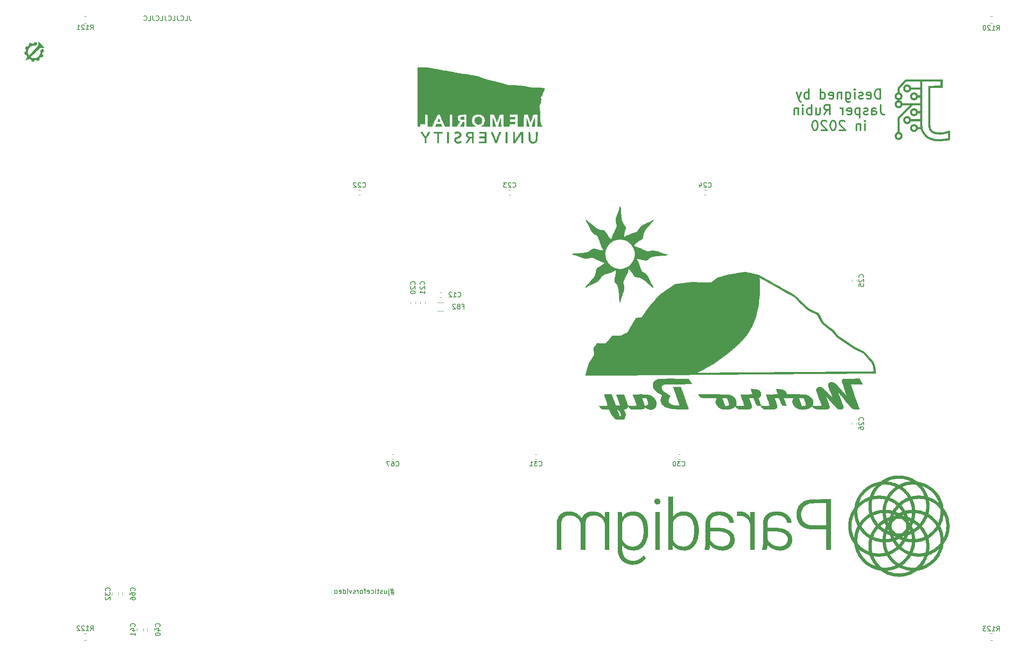
<source format=gbr>
G04 #@! TF.GenerationSoftware,KiCad,Pcbnew,(5.1.0)-1*
G04 #@! TF.CreationDate,2020-06-11T10:08:40-02:30*
G04 #@! TF.ProjectId,PCB_Morro_Bay,5043425f-4d6f-4727-926f-5f4261792e6b,A*
G04 #@! TF.SameCoordinates,Original*
G04 #@! TF.FileFunction,Legend,Bot*
G04 #@! TF.FilePolarity,Positive*
%FSLAX46Y46*%
G04 Gerber Fmt 4.6, Leading zero omitted, Abs format (unit mm)*
G04 Created by KiCad (PCBNEW (5.1.0)-1) date 2020-06-11 10:08:40*
%MOMM*%
%LPD*%
G04 APERTURE LIST*
%ADD10C,0.150000*%
%ADD11C,0.300000*%
%ADD12C,0.010000*%
%ADD13C,0.120000*%
G04 APERTURE END LIST*
D10*
X138119047Y-65702380D02*
X138119047Y-66416666D01*
X138166666Y-66559523D01*
X138261904Y-66654761D01*
X138404761Y-66702380D01*
X138500000Y-66702380D01*
X137166666Y-66702380D02*
X137642857Y-66702380D01*
X137642857Y-65702380D01*
X136261904Y-66607142D02*
X136309523Y-66654761D01*
X136452380Y-66702380D01*
X136547619Y-66702380D01*
X136690476Y-66654761D01*
X136785714Y-66559523D01*
X136833333Y-66464285D01*
X136880952Y-66273809D01*
X136880952Y-66130952D01*
X136833333Y-65940476D01*
X136785714Y-65845238D01*
X136690476Y-65750000D01*
X136547619Y-65702380D01*
X136452380Y-65702380D01*
X136309523Y-65750000D01*
X136261904Y-65797619D01*
X135547619Y-65702380D02*
X135547619Y-66416666D01*
X135595238Y-66559523D01*
X135690476Y-66654761D01*
X135833333Y-66702380D01*
X135928571Y-66702380D01*
X134595238Y-66702380D02*
X135071428Y-66702380D01*
X135071428Y-65702380D01*
X133690476Y-66607142D02*
X133738095Y-66654761D01*
X133880952Y-66702380D01*
X133976190Y-66702380D01*
X134119047Y-66654761D01*
X134214285Y-66559523D01*
X134261904Y-66464285D01*
X134309523Y-66273809D01*
X134309523Y-66130952D01*
X134261904Y-65940476D01*
X134214285Y-65845238D01*
X134119047Y-65750000D01*
X133976190Y-65702380D01*
X133880952Y-65702380D01*
X133738095Y-65750000D01*
X133690476Y-65797619D01*
X132976190Y-65702380D02*
X132976190Y-66416666D01*
X133023809Y-66559523D01*
X133119047Y-66654761D01*
X133261904Y-66702380D01*
X133357142Y-66702380D01*
X132023809Y-66702380D02*
X132500000Y-66702380D01*
X132500000Y-65702380D01*
X131119047Y-66607142D02*
X131166666Y-66654761D01*
X131309523Y-66702380D01*
X131404761Y-66702380D01*
X131547619Y-66654761D01*
X131642857Y-66559523D01*
X131690476Y-66464285D01*
X131738095Y-66273809D01*
X131738095Y-66130952D01*
X131690476Y-65940476D01*
X131642857Y-65845238D01*
X131547619Y-65750000D01*
X131404761Y-65702380D01*
X131309523Y-65702380D01*
X131166666Y-65750000D01*
X131119047Y-65797619D01*
X130404761Y-65702380D02*
X130404761Y-66416666D01*
X130452380Y-66559523D01*
X130547619Y-66654761D01*
X130690476Y-66702380D01*
X130785714Y-66702380D01*
X129452380Y-66702380D02*
X129928571Y-66702380D01*
X129928571Y-65702380D01*
X128547619Y-66607142D02*
X128595238Y-66654761D01*
X128738095Y-66702380D01*
X128833333Y-66702380D01*
X128976190Y-66654761D01*
X129071428Y-66559523D01*
X129119047Y-66464285D01*
X129166666Y-66273809D01*
X129166666Y-66130952D01*
X129119047Y-65940476D01*
X129071428Y-65845238D01*
X128976190Y-65750000D01*
X128833333Y-65702380D01*
X128738095Y-65702380D01*
X128595238Y-65750000D01*
X128547619Y-65797619D01*
X180940476Y-186285714D02*
X180226190Y-186285714D01*
X180654761Y-185857142D02*
X180940476Y-187142857D01*
X180321428Y-186714285D02*
X181035714Y-186714285D01*
X180607142Y-187142857D02*
X180321428Y-185857142D01*
X179892857Y-186285714D02*
X179892857Y-187142857D01*
X179940476Y-187238095D01*
X180035714Y-187285714D01*
X180083333Y-187285714D01*
X179892857Y-185952380D02*
X179940476Y-186000000D01*
X179892857Y-186047619D01*
X179845238Y-186000000D01*
X179892857Y-185952380D01*
X179892857Y-186047619D01*
X178988095Y-186285714D02*
X178988095Y-186952380D01*
X179416666Y-186285714D02*
X179416666Y-186809523D01*
X179369047Y-186904761D01*
X179273809Y-186952380D01*
X179130952Y-186952380D01*
X179035714Y-186904761D01*
X178988095Y-186857142D01*
X178559523Y-186904761D02*
X178464285Y-186952380D01*
X178273809Y-186952380D01*
X178178571Y-186904761D01*
X178130952Y-186809523D01*
X178130952Y-186761904D01*
X178178571Y-186666666D01*
X178273809Y-186619047D01*
X178416666Y-186619047D01*
X178511904Y-186571428D01*
X178559523Y-186476190D01*
X178559523Y-186428571D01*
X178511904Y-186333333D01*
X178416666Y-186285714D01*
X178273809Y-186285714D01*
X178178571Y-186333333D01*
X177845238Y-186285714D02*
X177464285Y-186285714D01*
X177702380Y-185952380D02*
X177702380Y-186809523D01*
X177654761Y-186904761D01*
X177559523Y-186952380D01*
X177464285Y-186952380D01*
X177130952Y-186952380D02*
X177130952Y-186285714D01*
X177130952Y-185952380D02*
X177178571Y-186000000D01*
X177130952Y-186047619D01*
X177083333Y-186000000D01*
X177130952Y-185952380D01*
X177130952Y-186047619D01*
X176226190Y-186904761D02*
X176321428Y-186952380D01*
X176511904Y-186952380D01*
X176607142Y-186904761D01*
X176654761Y-186857142D01*
X176702380Y-186761904D01*
X176702380Y-186476190D01*
X176654761Y-186380952D01*
X176607142Y-186333333D01*
X176511904Y-186285714D01*
X176321428Y-186285714D01*
X176226190Y-186333333D01*
X175416666Y-186904761D02*
X175511904Y-186952380D01*
X175702380Y-186952380D01*
X175797619Y-186904761D01*
X175845238Y-186809523D01*
X175845238Y-186428571D01*
X175797619Y-186333333D01*
X175702380Y-186285714D01*
X175511904Y-186285714D01*
X175416666Y-186333333D01*
X175369047Y-186428571D01*
X175369047Y-186523809D01*
X175845238Y-186619047D01*
X175083333Y-186285714D02*
X174702380Y-186285714D01*
X174940476Y-186952380D02*
X174940476Y-186095238D01*
X174892857Y-186000000D01*
X174797619Y-185952380D01*
X174702380Y-185952380D01*
X174226190Y-186952380D02*
X174321428Y-186904761D01*
X174369047Y-186857142D01*
X174416666Y-186761904D01*
X174416666Y-186476190D01*
X174369047Y-186380952D01*
X174321428Y-186333333D01*
X174226190Y-186285714D01*
X174083333Y-186285714D01*
X173988095Y-186333333D01*
X173940476Y-186380952D01*
X173892857Y-186476190D01*
X173892857Y-186761904D01*
X173940476Y-186857142D01*
X173988095Y-186904761D01*
X174083333Y-186952380D01*
X174226190Y-186952380D01*
X173464285Y-186952380D02*
X173464285Y-186285714D01*
X173464285Y-186476190D02*
X173416666Y-186380952D01*
X173369047Y-186333333D01*
X173273809Y-186285714D01*
X173178571Y-186285714D01*
X172892857Y-186904761D02*
X172797619Y-186952380D01*
X172607142Y-186952380D01*
X172511904Y-186904761D01*
X172464285Y-186809523D01*
X172464285Y-186761904D01*
X172511904Y-186666666D01*
X172607142Y-186619047D01*
X172750000Y-186619047D01*
X172845238Y-186571428D01*
X172892857Y-186476190D01*
X172892857Y-186428571D01*
X172845238Y-186333333D01*
X172750000Y-186285714D01*
X172607142Y-186285714D01*
X172511904Y-186333333D01*
X172130952Y-186285714D02*
X171892857Y-186952380D01*
X171654761Y-186285714D01*
X171273809Y-186952380D02*
X171273809Y-186285714D01*
X171273809Y-185952380D02*
X171321428Y-186000000D01*
X171273809Y-186047619D01*
X171226190Y-186000000D01*
X171273809Y-185952380D01*
X171273809Y-186047619D01*
X170369047Y-186952380D02*
X170369047Y-185952380D01*
X170369047Y-186904761D02*
X170464285Y-186952380D01*
X170654761Y-186952380D01*
X170750000Y-186904761D01*
X170797619Y-186857142D01*
X170845238Y-186761904D01*
X170845238Y-186476190D01*
X170797619Y-186380952D01*
X170750000Y-186333333D01*
X170654761Y-186285714D01*
X170464285Y-186285714D01*
X170369047Y-186333333D01*
X169511904Y-186904761D02*
X169607142Y-186952380D01*
X169797619Y-186952380D01*
X169892857Y-186904761D01*
X169940476Y-186809523D01*
X169940476Y-186428571D01*
X169892857Y-186333333D01*
X169797619Y-186285714D01*
X169607142Y-186285714D01*
X169511904Y-186333333D01*
X169464285Y-186428571D01*
X169464285Y-186523809D01*
X169940476Y-186619047D01*
X168892857Y-186952380D02*
X168988095Y-186904761D01*
X169035714Y-186857142D01*
X169083333Y-186761904D01*
X169083333Y-186476190D01*
X169035714Y-186380952D01*
X168988095Y-186333333D01*
X168892857Y-186285714D01*
X168750000Y-186285714D01*
X168654761Y-186333333D01*
X168607142Y-186380952D01*
X168559523Y-186476190D01*
X168559523Y-186761904D01*
X168607142Y-186857142D01*
X168654761Y-186904761D01*
X168750000Y-186952380D01*
X168892857Y-186952380D01*
D11*
X282916666Y-83104761D02*
X282916666Y-81104761D01*
X282440476Y-81104761D01*
X282154761Y-81200000D01*
X281964285Y-81390476D01*
X281869047Y-81580952D01*
X281773809Y-81961904D01*
X281773809Y-82247619D01*
X281869047Y-82628571D01*
X281964285Y-82819047D01*
X282154761Y-83009523D01*
X282440476Y-83104761D01*
X282916666Y-83104761D01*
X280154761Y-83009523D02*
X280345238Y-83104761D01*
X280726190Y-83104761D01*
X280916666Y-83009523D01*
X281011904Y-82819047D01*
X281011904Y-82057142D01*
X280916666Y-81866666D01*
X280726190Y-81771428D01*
X280345238Y-81771428D01*
X280154761Y-81866666D01*
X280059523Y-82057142D01*
X280059523Y-82247619D01*
X281011904Y-82438095D01*
X279297619Y-83009523D02*
X279107142Y-83104761D01*
X278726190Y-83104761D01*
X278535714Y-83009523D01*
X278440476Y-82819047D01*
X278440476Y-82723809D01*
X278535714Y-82533333D01*
X278726190Y-82438095D01*
X279011904Y-82438095D01*
X279202380Y-82342857D01*
X279297619Y-82152380D01*
X279297619Y-82057142D01*
X279202380Y-81866666D01*
X279011904Y-81771428D01*
X278726190Y-81771428D01*
X278535714Y-81866666D01*
X277583333Y-83104761D02*
X277583333Y-81771428D01*
X277583333Y-81104761D02*
X277678571Y-81200000D01*
X277583333Y-81295238D01*
X277488095Y-81200000D01*
X277583333Y-81104761D01*
X277583333Y-81295238D01*
X275773809Y-81771428D02*
X275773809Y-83390476D01*
X275869047Y-83580952D01*
X275964285Y-83676190D01*
X276154761Y-83771428D01*
X276440476Y-83771428D01*
X276630952Y-83676190D01*
X275773809Y-83009523D02*
X275964285Y-83104761D01*
X276345238Y-83104761D01*
X276535714Y-83009523D01*
X276630952Y-82914285D01*
X276726190Y-82723809D01*
X276726190Y-82152380D01*
X276630952Y-81961904D01*
X276535714Y-81866666D01*
X276345238Y-81771428D01*
X275964285Y-81771428D01*
X275773809Y-81866666D01*
X274821428Y-81771428D02*
X274821428Y-83104761D01*
X274821428Y-81961904D02*
X274726190Y-81866666D01*
X274535714Y-81771428D01*
X274250000Y-81771428D01*
X274059523Y-81866666D01*
X273964285Y-82057142D01*
X273964285Y-83104761D01*
X272250000Y-83009523D02*
X272440476Y-83104761D01*
X272821428Y-83104761D01*
X273011904Y-83009523D01*
X273107142Y-82819047D01*
X273107142Y-82057142D01*
X273011904Y-81866666D01*
X272821428Y-81771428D01*
X272440476Y-81771428D01*
X272250000Y-81866666D01*
X272154761Y-82057142D01*
X272154761Y-82247619D01*
X273107142Y-82438095D01*
X270440476Y-83104761D02*
X270440476Y-81104761D01*
X270440476Y-83009523D02*
X270630952Y-83104761D01*
X271011904Y-83104761D01*
X271202380Y-83009523D01*
X271297619Y-82914285D01*
X271392857Y-82723809D01*
X271392857Y-82152380D01*
X271297619Y-81961904D01*
X271202380Y-81866666D01*
X271011904Y-81771428D01*
X270630952Y-81771428D01*
X270440476Y-81866666D01*
X267964285Y-83104761D02*
X267964285Y-81104761D01*
X267964285Y-81866666D02*
X267773809Y-81771428D01*
X267392857Y-81771428D01*
X267202380Y-81866666D01*
X267107142Y-81961904D01*
X267011904Y-82152380D01*
X267011904Y-82723809D01*
X267107142Y-82914285D01*
X267202380Y-83009523D01*
X267392857Y-83104761D01*
X267773809Y-83104761D01*
X267964285Y-83009523D01*
X266345238Y-81771428D02*
X265869047Y-83104761D01*
X265392857Y-81771428D02*
X265869047Y-83104761D01*
X266059523Y-83580952D01*
X266154761Y-83676190D01*
X266345238Y-83771428D01*
X283011904Y-84404761D02*
X283011904Y-85833333D01*
X283107142Y-86119047D01*
X283297619Y-86309523D01*
X283583333Y-86404761D01*
X283773809Y-86404761D01*
X281202380Y-86404761D02*
X281202380Y-85357142D01*
X281297619Y-85166666D01*
X281488095Y-85071428D01*
X281869047Y-85071428D01*
X282059523Y-85166666D01*
X281202380Y-86309523D02*
X281392857Y-86404761D01*
X281869047Y-86404761D01*
X282059523Y-86309523D01*
X282154761Y-86119047D01*
X282154761Y-85928571D01*
X282059523Y-85738095D01*
X281869047Y-85642857D01*
X281392857Y-85642857D01*
X281202380Y-85547619D01*
X280345238Y-86309523D02*
X280154761Y-86404761D01*
X279773809Y-86404761D01*
X279583333Y-86309523D01*
X279488095Y-86119047D01*
X279488095Y-86023809D01*
X279583333Y-85833333D01*
X279773809Y-85738095D01*
X280059523Y-85738095D01*
X280250000Y-85642857D01*
X280345238Y-85452380D01*
X280345238Y-85357142D01*
X280250000Y-85166666D01*
X280059523Y-85071428D01*
X279773809Y-85071428D01*
X279583333Y-85166666D01*
X278630952Y-85071428D02*
X278630952Y-87071428D01*
X278630952Y-85166666D02*
X278440476Y-85071428D01*
X278059523Y-85071428D01*
X277869047Y-85166666D01*
X277773809Y-85261904D01*
X277678571Y-85452380D01*
X277678571Y-86023809D01*
X277773809Y-86214285D01*
X277869047Y-86309523D01*
X278059523Y-86404761D01*
X278440476Y-86404761D01*
X278630952Y-86309523D01*
X276059523Y-86309523D02*
X276250000Y-86404761D01*
X276630952Y-86404761D01*
X276821428Y-86309523D01*
X276916666Y-86119047D01*
X276916666Y-85357142D01*
X276821428Y-85166666D01*
X276630952Y-85071428D01*
X276250000Y-85071428D01*
X276059523Y-85166666D01*
X275964285Y-85357142D01*
X275964285Y-85547619D01*
X276916666Y-85738095D01*
X275107142Y-86404761D02*
X275107142Y-85071428D01*
X275107142Y-85452380D02*
X275011904Y-85261904D01*
X274916666Y-85166666D01*
X274726190Y-85071428D01*
X274535714Y-85071428D01*
X271202380Y-86404761D02*
X271869047Y-85452380D01*
X272345238Y-86404761D02*
X272345238Y-84404761D01*
X271583333Y-84404761D01*
X271392857Y-84500000D01*
X271297619Y-84595238D01*
X271202380Y-84785714D01*
X271202380Y-85071428D01*
X271297619Y-85261904D01*
X271392857Y-85357142D01*
X271583333Y-85452380D01*
X272345238Y-85452380D01*
X269488095Y-85071428D02*
X269488095Y-86404761D01*
X270345238Y-85071428D02*
X270345238Y-86119047D01*
X270250000Y-86309523D01*
X270059523Y-86404761D01*
X269773809Y-86404761D01*
X269583333Y-86309523D01*
X269488095Y-86214285D01*
X268535714Y-86404761D02*
X268535714Y-84404761D01*
X268535714Y-85166666D02*
X268345238Y-85071428D01*
X267964285Y-85071428D01*
X267773809Y-85166666D01*
X267678571Y-85261904D01*
X267583333Y-85452380D01*
X267583333Y-86023809D01*
X267678571Y-86214285D01*
X267773809Y-86309523D01*
X267964285Y-86404761D01*
X268345238Y-86404761D01*
X268535714Y-86309523D01*
X266726190Y-86404761D02*
X266726190Y-85071428D01*
X266726190Y-84404761D02*
X266821428Y-84500000D01*
X266726190Y-84595238D01*
X266630952Y-84500000D01*
X266726190Y-84404761D01*
X266726190Y-84595238D01*
X265773809Y-85071428D02*
X265773809Y-86404761D01*
X265773809Y-85261904D02*
X265678571Y-85166666D01*
X265488095Y-85071428D01*
X265202380Y-85071428D01*
X265011904Y-85166666D01*
X264916666Y-85357142D01*
X264916666Y-86404761D01*
X279726190Y-89704761D02*
X279726190Y-88371428D01*
X279726190Y-87704761D02*
X279821428Y-87800000D01*
X279726190Y-87895238D01*
X279630952Y-87800000D01*
X279726190Y-87704761D01*
X279726190Y-87895238D01*
X278773809Y-88371428D02*
X278773809Y-89704761D01*
X278773809Y-88561904D02*
X278678571Y-88466666D01*
X278488095Y-88371428D01*
X278202380Y-88371428D01*
X278011904Y-88466666D01*
X277916666Y-88657142D01*
X277916666Y-89704761D01*
X275535714Y-87895238D02*
X275440476Y-87800000D01*
X275250000Y-87704761D01*
X274773809Y-87704761D01*
X274583333Y-87800000D01*
X274488095Y-87895238D01*
X274392857Y-88085714D01*
X274392857Y-88276190D01*
X274488095Y-88561904D01*
X275630952Y-89704761D01*
X274392857Y-89704761D01*
X273154761Y-87704761D02*
X272964285Y-87704761D01*
X272773809Y-87800000D01*
X272678571Y-87895238D01*
X272583333Y-88085714D01*
X272488095Y-88466666D01*
X272488095Y-88942857D01*
X272583333Y-89323809D01*
X272678571Y-89514285D01*
X272773809Y-89609523D01*
X272964285Y-89704761D01*
X273154761Y-89704761D01*
X273345238Y-89609523D01*
X273440476Y-89514285D01*
X273535714Y-89323809D01*
X273630952Y-88942857D01*
X273630952Y-88466666D01*
X273535714Y-88085714D01*
X273440476Y-87895238D01*
X273345238Y-87800000D01*
X273154761Y-87704761D01*
X271726190Y-87895238D02*
X271630952Y-87800000D01*
X271440476Y-87704761D01*
X270964285Y-87704761D01*
X270773809Y-87800000D01*
X270678571Y-87895238D01*
X270583333Y-88085714D01*
X270583333Y-88276190D01*
X270678571Y-88561904D01*
X271821428Y-89704761D01*
X270583333Y-89704761D01*
X269345238Y-87704761D02*
X269154761Y-87704761D01*
X268964285Y-87800000D01*
X268869047Y-87895238D01*
X268773809Y-88085714D01*
X268678571Y-88466666D01*
X268678571Y-88942857D01*
X268773809Y-89323809D01*
X268869047Y-89514285D01*
X268964285Y-89609523D01*
X269154761Y-89704761D01*
X269345238Y-89704761D01*
X269535714Y-89609523D01*
X269630952Y-89514285D01*
X269726190Y-89323809D01*
X269821428Y-88942857D01*
X269821428Y-88466666D01*
X269726190Y-88085714D01*
X269630952Y-87895238D01*
X269535714Y-87800000D01*
X269345238Y-87704761D01*
D12*
G36*
X106389000Y-71912689D02*
G01*
X106352680Y-71962219D01*
X106336846Y-71981412D01*
X106305592Y-72017154D01*
X106260785Y-72067385D01*
X106204291Y-72130043D01*
X106137975Y-72203065D01*
X106063703Y-72284391D01*
X105983341Y-72371959D01*
X105899779Y-72462600D01*
X105811188Y-72558478D01*
X105723394Y-72653493D01*
X105638816Y-72745027D01*
X105559875Y-72830460D01*
X105488988Y-72907176D01*
X105428577Y-72972553D01*
X105381060Y-73023975D01*
X105354101Y-73053150D01*
X105310129Y-73100745D01*
X105252796Y-73162821D01*
X105185966Y-73235194D01*
X105113503Y-73313677D01*
X105039272Y-73394086D01*
X104972984Y-73465900D01*
X104900155Y-73544763D01*
X104825200Y-73625853D01*
X104752064Y-73704905D01*
X104684692Y-73777657D01*
X104627031Y-73839845D01*
X104586608Y-73883358D01*
X104539488Y-73934413D01*
X104498233Y-73979885D01*
X104466110Y-74016110D01*
X104446391Y-74039426D01*
X104442094Y-74045283D01*
X104427870Y-74060141D01*
X104410380Y-74058054D01*
X104387754Y-74037409D01*
X104358121Y-73996590D01*
X104326325Y-73945325D01*
X104264982Y-73832493D01*
X104216819Y-73719922D01*
X104177530Y-73596980D01*
X104163399Y-73542774D01*
X104148523Y-73461201D01*
X104138960Y-73363492D01*
X104134784Y-73257565D01*
X104136070Y-73151332D01*
X104142891Y-73052711D01*
X104155323Y-72969616D01*
X104157929Y-72957900D01*
X104213864Y-72772506D01*
X104290442Y-72600672D01*
X104386520Y-72443587D01*
X104500953Y-72302443D01*
X104632596Y-72178429D01*
X104780306Y-72072738D01*
X104942938Y-71986558D01*
X105119349Y-71921082D01*
X105167386Y-71907581D01*
X105213368Y-71896142D01*
X105255648Y-71887581D01*
X105299440Y-71881401D01*
X105349961Y-71877102D01*
X105412427Y-71874186D01*
X105492053Y-71872154D01*
X105548110Y-71871185D01*
X105641437Y-71869549D01*
X105713535Y-71867113D01*
X105768572Y-71862660D01*
X105810718Y-71854976D01*
X105844138Y-71842845D01*
X105873003Y-71825051D01*
X105901478Y-71800380D01*
X105933734Y-71767615D01*
X105945440Y-71755322D01*
X105995035Y-71702525D01*
X106029560Y-71662758D01*
X106051727Y-71630915D01*
X106064251Y-71601892D01*
X106069846Y-71570582D01*
X106071223Y-71531880D01*
X106071222Y-71518650D01*
X106063274Y-71431040D01*
X106040393Y-71361493D01*
X106003133Y-71311405D01*
X105982328Y-71295891D01*
X105951702Y-71282928D01*
X105903424Y-71268593D01*
X105845063Y-71254544D01*
X105784185Y-71242440D01*
X105728358Y-71233939D01*
X105685149Y-71230700D01*
X105684874Y-71230700D01*
X105629113Y-71242613D01*
X105583009Y-71276444D01*
X105553268Y-71322986D01*
X105532313Y-71371324D01*
X105510541Y-71421746D01*
X105506838Y-71430348D01*
X105488240Y-71467361D01*
X105469132Y-71496173D01*
X105463311Y-71502473D01*
X105442939Y-71511595D01*
X105402138Y-71522709D01*
X105345689Y-71534695D01*
X105278373Y-71546429D01*
X105271395Y-71547519D01*
X105205092Y-71557808D01*
X105145042Y-71567186D01*
X105097148Y-71574727D01*
X105067313Y-71579505D01*
X105064128Y-71580031D01*
X105018336Y-71576466D01*
X104972077Y-71555013D01*
X104936094Y-71520721D01*
X104916771Y-71496450D01*
X104887117Y-71462676D01*
X104863014Y-71436719D01*
X104831831Y-71405524D01*
X104808720Y-71389325D01*
X104784890Y-71384122D01*
X104751552Y-71385914D01*
X104751416Y-71385927D01*
X104708286Y-71395720D01*
X104651601Y-71416279D01*
X104588870Y-71444185D01*
X104527606Y-71476015D01*
X104475320Y-71508348D01*
X104462817Y-71517399D01*
X104434200Y-71544915D01*
X104418240Y-71577414D01*
X104414251Y-71619827D01*
X104421549Y-71677085D01*
X104433307Y-71729858D01*
X104445930Y-71783527D01*
X104452127Y-71819269D01*
X104452253Y-71843632D01*
X104446667Y-71863167D01*
X104441192Y-71874411D01*
X104424623Y-71897139D01*
X104393563Y-71932604D01*
X104352250Y-71976591D01*
X104304923Y-72024882D01*
X104255822Y-72073264D01*
X104209186Y-72117519D01*
X104169254Y-72153432D01*
X104140266Y-72176788D01*
X104131703Y-72182189D01*
X104111550Y-72188251D01*
X104082993Y-72187957D01*
X104040350Y-72180810D01*
X103993745Y-72170184D01*
X103927412Y-72155892D01*
X103876034Y-72151003D01*
X103835318Y-72157930D01*
X103800969Y-72179088D01*
X103768696Y-72216889D01*
X103734205Y-72273749D01*
X103702446Y-72333963D01*
X103671949Y-72403237D01*
X103653563Y-72466461D01*
X103648084Y-72519177D01*
X103656308Y-72556929D01*
X103661291Y-72564349D01*
X103678618Y-72581647D01*
X103709271Y-72609498D01*
X103747012Y-72642255D01*
X103751910Y-72646407D01*
X103783811Y-72673222D01*
X103808110Y-72695471D01*
X103825318Y-72716828D01*
X103835946Y-72740970D01*
X103840504Y-72771573D01*
X103839504Y-72812313D01*
X103833458Y-72866867D01*
X103822875Y-72938910D01*
X103808268Y-73032119D01*
X103806822Y-73041363D01*
X103797119Y-73096066D01*
X103786566Y-73143874D01*
X103776912Y-73177226D01*
X103773567Y-73185067D01*
X103753786Y-73204742D01*
X103713986Y-73230496D01*
X103658076Y-73259892D01*
X103639408Y-73268749D01*
X103585418Y-73294357D01*
X103549925Y-73313507D01*
X103528168Y-73329946D01*
X103515384Y-73347425D01*
X103506813Y-73369691D01*
X103505428Y-73374236D01*
X103498823Y-73404276D01*
X103497382Y-73438180D01*
X103501336Y-73482839D01*
X103510918Y-73545143D01*
X103511240Y-73547037D01*
X103528083Y-73631682D01*
X103546428Y-73693909D01*
X103567528Y-73736699D01*
X103592634Y-73763033D01*
X103604883Y-73769998D01*
X103632702Y-73777934D01*
X103677040Y-73785615D01*
X103729049Y-73791555D01*
X103737224Y-73792224D01*
X103806424Y-73800765D01*
X103852089Y-73814059D01*
X103866714Y-73822717D01*
X103881965Y-73841424D01*
X103905220Y-73877938D01*
X103933922Y-73927387D01*
X103965517Y-73984897D01*
X103997450Y-74045596D01*
X104027165Y-74104612D01*
X104052107Y-74157071D01*
X104069721Y-74198102D01*
X104077451Y-74222831D01*
X104077600Y-74224872D01*
X104071416Y-74244880D01*
X104054792Y-74280587D01*
X104030618Y-74326071D01*
X104014100Y-74354899D01*
X103977314Y-74421966D01*
X103956560Y-74471490D01*
X103951326Y-74505202D01*
X103961099Y-74524831D01*
X103963300Y-74526350D01*
X103973095Y-74538332D01*
X103973882Y-74558642D01*
X103964671Y-74589719D01*
X103944468Y-74634003D01*
X103912282Y-74693931D01*
X103867118Y-74771945D01*
X103855203Y-74792011D01*
X103817512Y-74856073D01*
X103785281Y-74912412D01*
X103760440Y-74957526D01*
X103744915Y-74987912D01*
X103740630Y-75000062D01*
X103752919Y-74995859D01*
X103783505Y-74980603D01*
X103828840Y-74956203D01*
X103885374Y-74924568D01*
X103946984Y-74889106D01*
X104147450Y-74772261D01*
X104217300Y-74780132D01*
X104252440Y-74783143D01*
X104280006Y-74781303D01*
X104307613Y-74772319D01*
X104342877Y-74753898D01*
X104382400Y-74730412D01*
X104429974Y-74703999D01*
X104473554Y-74683909D01*
X104505765Y-74673413D01*
X104512745Y-74672611D01*
X104536984Y-74678344D01*
X104578300Y-74694054D01*
X104631638Y-74717253D01*
X104691943Y-74745454D01*
X104754162Y-74776169D01*
X104813239Y-74806911D01*
X104864120Y-74835193D01*
X104901750Y-74858526D01*
X104919865Y-74872963D01*
X104934102Y-74898291D01*
X104943680Y-74939799D01*
X104949451Y-74998232D01*
X104956176Y-75072092D01*
X104967907Y-75125267D01*
X104988695Y-75162416D01*
X105022592Y-75188202D01*
X105073649Y-75207284D01*
X105145917Y-75224324D01*
X105145970Y-75224335D01*
X105243776Y-75240474D01*
X105321227Y-75243930D01*
X105377745Y-75234722D01*
X105410524Y-75215325D01*
X105429023Y-75189474D01*
X105451742Y-75148444D01*
X105473950Y-75100829D01*
X105475205Y-75097850D01*
X105497006Y-75048455D01*
X105517895Y-75011963D01*
X105542357Y-74985602D01*
X105574878Y-74966598D01*
X105619941Y-74952178D01*
X105682032Y-74939568D01*
X105748862Y-74928623D01*
X105833705Y-74915453D01*
X105897554Y-74906644D01*
X105944506Y-74902617D01*
X105978659Y-74903792D01*
X106004112Y-74910590D01*
X106024963Y-74923433D01*
X106045310Y-74942741D01*
X106061855Y-74960781D01*
X106112926Y-75016663D01*
X106150908Y-75056049D01*
X106179428Y-75081570D01*
X106202111Y-75095855D01*
X106222582Y-75101536D01*
X106244467Y-75101243D01*
X106253904Y-75100113D01*
X106296286Y-75088836D01*
X106351815Y-75066481D01*
X106413057Y-75036852D01*
X106472574Y-75003749D01*
X106522931Y-74970978D01*
X106550925Y-74948225D01*
X106575916Y-74919727D01*
X106588884Y-74889867D01*
X106590597Y-74852341D01*
X106581823Y-74800841D01*
X106573150Y-74765601D01*
X106560570Y-74715402D01*
X106553726Y-74675824D01*
X106554465Y-74642558D01*
X106564634Y-74611296D01*
X106586082Y-74577729D01*
X106620654Y-74537550D01*
X106670200Y-74486450D01*
X106709859Y-74446784D01*
X106769527Y-74387594D01*
X106815335Y-74344416D01*
X106851449Y-74315365D01*
X106882035Y-74298557D01*
X106911258Y-74292108D01*
X106943284Y-74294135D01*
X106982278Y-74302752D01*
X107011300Y-74310450D01*
X107078984Y-74325701D01*
X107129457Y-74329093D01*
X107168290Y-74320006D01*
X107201049Y-74297818D01*
X107210802Y-74288225D01*
X107247459Y-74241117D01*
X107283844Y-74179714D01*
X107315971Y-74112394D01*
X107339852Y-74047539D01*
X107351500Y-73993527D01*
X107351610Y-73992270D01*
X107356966Y-73927676D01*
X107274080Y-73854905D01*
X107221635Y-73807572D01*
X107186453Y-73771162D01*
X107165867Y-73740852D01*
X107157209Y-73711818D01*
X107157813Y-73679237D01*
X107162167Y-73652520D01*
X107169501Y-73611727D01*
X107179124Y-73554578D01*
X107189580Y-73489841D01*
X107196288Y-73446850D01*
X107208406Y-73375513D01*
X107221604Y-73324239D01*
X107239427Y-73287810D01*
X107265418Y-73261010D01*
X107303122Y-73238622D01*
X107352476Y-73216908D01*
X107399969Y-73194960D01*
X107442048Y-73171393D01*
X107468500Y-73152211D01*
X107485057Y-73134000D01*
X107494431Y-73113629D01*
X107498424Y-73083715D01*
X107498841Y-73036873D01*
X107498715Y-73028474D01*
X107492979Y-72941727D01*
X107479556Y-72862311D01*
X107459770Y-72795130D01*
X107434942Y-72745089D01*
X107416696Y-72724053D01*
X107369100Y-72696616D01*
X107306316Y-72677375D01*
X107237643Y-72667784D01*
X107172381Y-72669294D01*
X107129602Y-72679199D01*
X107100755Y-72696248D01*
X107060967Y-72727894D01*
X107015517Y-72769183D01*
X106969685Y-72815166D01*
X106928749Y-72860892D01*
X106908262Y-72886780D01*
X106871601Y-72936310D01*
X106871600Y-73157835D01*
X106868427Y-73300972D01*
X106858344Y-73425116D01*
X106840506Y-73535939D01*
X106814067Y-73639114D01*
X106788888Y-73712759D01*
X106711365Y-73883563D01*
X106612909Y-74041335D01*
X106495180Y-74184166D01*
X106359840Y-74310144D01*
X106208547Y-74417360D01*
X106144433Y-74454296D01*
X106075971Y-74486748D01*
X105991362Y-74520019D01*
X105899572Y-74551117D01*
X105809568Y-74577052D01*
X105730316Y-74594834D01*
X105715900Y-74597248D01*
X105626930Y-74606179D01*
X105523976Y-74608698D01*
X105414997Y-74605245D01*
X105307947Y-74596257D01*
X105210784Y-74582173D01*
X105138050Y-74565411D01*
X105077597Y-74545047D01*
X105006765Y-74516980D01*
X104931443Y-74483990D01*
X104857523Y-74448857D01*
X104790895Y-74414361D01*
X104737447Y-74383282D01*
X104707420Y-74362159D01*
X104670490Y-74331698D01*
X104777270Y-74231532D01*
X104816095Y-74195261D01*
X104869745Y-74145354D01*
X104934366Y-74085385D01*
X105006103Y-74018928D01*
X105081102Y-73949558D01*
X105144400Y-73891098D01*
X105216948Y-73824118D01*
X105287518Y-73758911D01*
X105352726Y-73698610D01*
X105409188Y-73646344D01*
X105453518Y-73605245D01*
X105480950Y-73579736D01*
X105547629Y-73517622D01*
X105627033Y-73443833D01*
X105720748Y-73356900D01*
X105830359Y-73255352D01*
X105925318Y-73167450D01*
X106022671Y-73077347D01*
X106103733Y-73002298D01*
X106170866Y-72940111D01*
X106226428Y-72888597D01*
X106272780Y-72845566D01*
X106312284Y-72808829D01*
X106347300Y-72776196D01*
X106376300Y-72749111D01*
X106484952Y-72647848D01*
X106576144Y-72563531D01*
X106650673Y-72495444D01*
X106709334Y-72442873D01*
X106752925Y-72405101D01*
X106782240Y-72381413D01*
X106795400Y-72372424D01*
X106810922Y-72366952D01*
X106837767Y-72362375D01*
X106878322Y-72358555D01*
X106934979Y-72355353D01*
X107010126Y-72352630D01*
X107106151Y-72350249D01*
X107211401Y-72348300D01*
X107595652Y-72341950D01*
X106389000Y-71135550D01*
X106389000Y-71912689D01*
X106389000Y-71912689D01*
G37*
X106389000Y-71912689D02*
X106352680Y-71962219D01*
X106336846Y-71981412D01*
X106305592Y-72017154D01*
X106260785Y-72067385D01*
X106204291Y-72130043D01*
X106137975Y-72203065D01*
X106063703Y-72284391D01*
X105983341Y-72371959D01*
X105899779Y-72462600D01*
X105811188Y-72558478D01*
X105723394Y-72653493D01*
X105638816Y-72745027D01*
X105559875Y-72830460D01*
X105488988Y-72907176D01*
X105428577Y-72972553D01*
X105381060Y-73023975D01*
X105354101Y-73053150D01*
X105310129Y-73100745D01*
X105252796Y-73162821D01*
X105185966Y-73235194D01*
X105113503Y-73313677D01*
X105039272Y-73394086D01*
X104972984Y-73465900D01*
X104900155Y-73544763D01*
X104825200Y-73625853D01*
X104752064Y-73704905D01*
X104684692Y-73777657D01*
X104627031Y-73839845D01*
X104586608Y-73883358D01*
X104539488Y-73934413D01*
X104498233Y-73979885D01*
X104466110Y-74016110D01*
X104446391Y-74039426D01*
X104442094Y-74045283D01*
X104427870Y-74060141D01*
X104410380Y-74058054D01*
X104387754Y-74037409D01*
X104358121Y-73996590D01*
X104326325Y-73945325D01*
X104264982Y-73832493D01*
X104216819Y-73719922D01*
X104177530Y-73596980D01*
X104163399Y-73542774D01*
X104148523Y-73461201D01*
X104138960Y-73363492D01*
X104134784Y-73257565D01*
X104136070Y-73151332D01*
X104142891Y-73052711D01*
X104155323Y-72969616D01*
X104157929Y-72957900D01*
X104213864Y-72772506D01*
X104290442Y-72600672D01*
X104386520Y-72443587D01*
X104500953Y-72302443D01*
X104632596Y-72178429D01*
X104780306Y-72072738D01*
X104942938Y-71986558D01*
X105119349Y-71921082D01*
X105167386Y-71907581D01*
X105213368Y-71896142D01*
X105255648Y-71887581D01*
X105299440Y-71881401D01*
X105349961Y-71877102D01*
X105412427Y-71874186D01*
X105492053Y-71872154D01*
X105548110Y-71871185D01*
X105641437Y-71869549D01*
X105713535Y-71867113D01*
X105768572Y-71862660D01*
X105810718Y-71854976D01*
X105844138Y-71842845D01*
X105873003Y-71825051D01*
X105901478Y-71800380D01*
X105933734Y-71767615D01*
X105945440Y-71755322D01*
X105995035Y-71702525D01*
X106029560Y-71662758D01*
X106051727Y-71630915D01*
X106064251Y-71601892D01*
X106069846Y-71570582D01*
X106071223Y-71531880D01*
X106071222Y-71518650D01*
X106063274Y-71431040D01*
X106040393Y-71361493D01*
X106003133Y-71311405D01*
X105982328Y-71295891D01*
X105951702Y-71282928D01*
X105903424Y-71268593D01*
X105845063Y-71254544D01*
X105784185Y-71242440D01*
X105728358Y-71233939D01*
X105685149Y-71230700D01*
X105684874Y-71230700D01*
X105629113Y-71242613D01*
X105583009Y-71276444D01*
X105553268Y-71322986D01*
X105532313Y-71371324D01*
X105510541Y-71421746D01*
X105506838Y-71430348D01*
X105488240Y-71467361D01*
X105469132Y-71496173D01*
X105463311Y-71502473D01*
X105442939Y-71511595D01*
X105402138Y-71522709D01*
X105345689Y-71534695D01*
X105278373Y-71546429D01*
X105271395Y-71547519D01*
X105205092Y-71557808D01*
X105145042Y-71567186D01*
X105097148Y-71574727D01*
X105067313Y-71579505D01*
X105064128Y-71580031D01*
X105018336Y-71576466D01*
X104972077Y-71555013D01*
X104936094Y-71520721D01*
X104916771Y-71496450D01*
X104887117Y-71462676D01*
X104863014Y-71436719D01*
X104831831Y-71405524D01*
X104808720Y-71389325D01*
X104784890Y-71384122D01*
X104751552Y-71385914D01*
X104751416Y-71385927D01*
X104708286Y-71395720D01*
X104651601Y-71416279D01*
X104588870Y-71444185D01*
X104527606Y-71476015D01*
X104475320Y-71508348D01*
X104462817Y-71517399D01*
X104434200Y-71544915D01*
X104418240Y-71577414D01*
X104414251Y-71619827D01*
X104421549Y-71677085D01*
X104433307Y-71729858D01*
X104445930Y-71783527D01*
X104452127Y-71819269D01*
X104452253Y-71843632D01*
X104446667Y-71863167D01*
X104441192Y-71874411D01*
X104424623Y-71897139D01*
X104393563Y-71932604D01*
X104352250Y-71976591D01*
X104304923Y-72024882D01*
X104255822Y-72073264D01*
X104209186Y-72117519D01*
X104169254Y-72153432D01*
X104140266Y-72176788D01*
X104131703Y-72182189D01*
X104111550Y-72188251D01*
X104082993Y-72187957D01*
X104040350Y-72180810D01*
X103993745Y-72170184D01*
X103927412Y-72155892D01*
X103876034Y-72151003D01*
X103835318Y-72157930D01*
X103800969Y-72179088D01*
X103768696Y-72216889D01*
X103734205Y-72273749D01*
X103702446Y-72333963D01*
X103671949Y-72403237D01*
X103653563Y-72466461D01*
X103648084Y-72519177D01*
X103656308Y-72556929D01*
X103661291Y-72564349D01*
X103678618Y-72581647D01*
X103709271Y-72609498D01*
X103747012Y-72642255D01*
X103751910Y-72646407D01*
X103783811Y-72673222D01*
X103808110Y-72695471D01*
X103825318Y-72716828D01*
X103835946Y-72740970D01*
X103840504Y-72771573D01*
X103839504Y-72812313D01*
X103833458Y-72866867D01*
X103822875Y-72938910D01*
X103808268Y-73032119D01*
X103806822Y-73041363D01*
X103797119Y-73096066D01*
X103786566Y-73143874D01*
X103776912Y-73177226D01*
X103773567Y-73185067D01*
X103753786Y-73204742D01*
X103713986Y-73230496D01*
X103658076Y-73259892D01*
X103639408Y-73268749D01*
X103585418Y-73294357D01*
X103549925Y-73313507D01*
X103528168Y-73329946D01*
X103515384Y-73347425D01*
X103506813Y-73369691D01*
X103505428Y-73374236D01*
X103498823Y-73404276D01*
X103497382Y-73438180D01*
X103501336Y-73482839D01*
X103510918Y-73545143D01*
X103511240Y-73547037D01*
X103528083Y-73631682D01*
X103546428Y-73693909D01*
X103567528Y-73736699D01*
X103592634Y-73763033D01*
X103604883Y-73769998D01*
X103632702Y-73777934D01*
X103677040Y-73785615D01*
X103729049Y-73791555D01*
X103737224Y-73792224D01*
X103806424Y-73800765D01*
X103852089Y-73814059D01*
X103866714Y-73822717D01*
X103881965Y-73841424D01*
X103905220Y-73877938D01*
X103933922Y-73927387D01*
X103965517Y-73984897D01*
X103997450Y-74045596D01*
X104027165Y-74104612D01*
X104052107Y-74157071D01*
X104069721Y-74198102D01*
X104077451Y-74222831D01*
X104077600Y-74224872D01*
X104071416Y-74244880D01*
X104054792Y-74280587D01*
X104030618Y-74326071D01*
X104014100Y-74354899D01*
X103977314Y-74421966D01*
X103956560Y-74471490D01*
X103951326Y-74505202D01*
X103961099Y-74524831D01*
X103963300Y-74526350D01*
X103973095Y-74538332D01*
X103973882Y-74558642D01*
X103964671Y-74589719D01*
X103944468Y-74634003D01*
X103912282Y-74693931D01*
X103867118Y-74771945D01*
X103855203Y-74792011D01*
X103817512Y-74856073D01*
X103785281Y-74912412D01*
X103760440Y-74957526D01*
X103744915Y-74987912D01*
X103740630Y-75000062D01*
X103752919Y-74995859D01*
X103783505Y-74980603D01*
X103828840Y-74956203D01*
X103885374Y-74924568D01*
X103946984Y-74889106D01*
X104147450Y-74772261D01*
X104217300Y-74780132D01*
X104252440Y-74783143D01*
X104280006Y-74781303D01*
X104307613Y-74772319D01*
X104342877Y-74753898D01*
X104382400Y-74730412D01*
X104429974Y-74703999D01*
X104473554Y-74683909D01*
X104505765Y-74673413D01*
X104512745Y-74672611D01*
X104536984Y-74678344D01*
X104578300Y-74694054D01*
X104631638Y-74717253D01*
X104691943Y-74745454D01*
X104754162Y-74776169D01*
X104813239Y-74806911D01*
X104864120Y-74835193D01*
X104901750Y-74858526D01*
X104919865Y-74872963D01*
X104934102Y-74898291D01*
X104943680Y-74939799D01*
X104949451Y-74998232D01*
X104956176Y-75072092D01*
X104967907Y-75125267D01*
X104988695Y-75162416D01*
X105022592Y-75188202D01*
X105073649Y-75207284D01*
X105145917Y-75224324D01*
X105145970Y-75224335D01*
X105243776Y-75240474D01*
X105321227Y-75243930D01*
X105377745Y-75234722D01*
X105410524Y-75215325D01*
X105429023Y-75189474D01*
X105451742Y-75148444D01*
X105473950Y-75100829D01*
X105475205Y-75097850D01*
X105497006Y-75048455D01*
X105517895Y-75011963D01*
X105542357Y-74985602D01*
X105574878Y-74966598D01*
X105619941Y-74952178D01*
X105682032Y-74939568D01*
X105748862Y-74928623D01*
X105833705Y-74915453D01*
X105897554Y-74906644D01*
X105944506Y-74902617D01*
X105978659Y-74903792D01*
X106004112Y-74910590D01*
X106024963Y-74923433D01*
X106045310Y-74942741D01*
X106061855Y-74960781D01*
X106112926Y-75016663D01*
X106150908Y-75056049D01*
X106179428Y-75081570D01*
X106202111Y-75095855D01*
X106222582Y-75101536D01*
X106244467Y-75101243D01*
X106253904Y-75100113D01*
X106296286Y-75088836D01*
X106351815Y-75066481D01*
X106413057Y-75036852D01*
X106472574Y-75003749D01*
X106522931Y-74970978D01*
X106550925Y-74948225D01*
X106575916Y-74919727D01*
X106588884Y-74889867D01*
X106590597Y-74852341D01*
X106581823Y-74800841D01*
X106573150Y-74765601D01*
X106560570Y-74715402D01*
X106553726Y-74675824D01*
X106554465Y-74642558D01*
X106564634Y-74611296D01*
X106586082Y-74577729D01*
X106620654Y-74537550D01*
X106670200Y-74486450D01*
X106709859Y-74446784D01*
X106769527Y-74387594D01*
X106815335Y-74344416D01*
X106851449Y-74315365D01*
X106882035Y-74298557D01*
X106911258Y-74292108D01*
X106943284Y-74294135D01*
X106982278Y-74302752D01*
X107011300Y-74310450D01*
X107078984Y-74325701D01*
X107129457Y-74329093D01*
X107168290Y-74320006D01*
X107201049Y-74297818D01*
X107210802Y-74288225D01*
X107247459Y-74241117D01*
X107283844Y-74179714D01*
X107315971Y-74112394D01*
X107339852Y-74047539D01*
X107351500Y-73993527D01*
X107351610Y-73992270D01*
X107356966Y-73927676D01*
X107274080Y-73854905D01*
X107221635Y-73807572D01*
X107186453Y-73771162D01*
X107165867Y-73740852D01*
X107157209Y-73711818D01*
X107157813Y-73679237D01*
X107162167Y-73652520D01*
X107169501Y-73611727D01*
X107179124Y-73554578D01*
X107189580Y-73489841D01*
X107196288Y-73446850D01*
X107208406Y-73375513D01*
X107221604Y-73324239D01*
X107239427Y-73287810D01*
X107265418Y-73261010D01*
X107303122Y-73238622D01*
X107352476Y-73216908D01*
X107399969Y-73194960D01*
X107442048Y-73171393D01*
X107468500Y-73152211D01*
X107485057Y-73134000D01*
X107494431Y-73113629D01*
X107498424Y-73083715D01*
X107498841Y-73036873D01*
X107498715Y-73028474D01*
X107492979Y-72941727D01*
X107479556Y-72862311D01*
X107459770Y-72795130D01*
X107434942Y-72745089D01*
X107416696Y-72724053D01*
X107369100Y-72696616D01*
X107306316Y-72677375D01*
X107237643Y-72667784D01*
X107172381Y-72669294D01*
X107129602Y-72679199D01*
X107100755Y-72696248D01*
X107060967Y-72727894D01*
X107015517Y-72769183D01*
X106969685Y-72815166D01*
X106928749Y-72860892D01*
X106908262Y-72886780D01*
X106871601Y-72936310D01*
X106871600Y-73157835D01*
X106868427Y-73300972D01*
X106858344Y-73425116D01*
X106840506Y-73535939D01*
X106814067Y-73639114D01*
X106788888Y-73712759D01*
X106711365Y-73883563D01*
X106612909Y-74041335D01*
X106495180Y-74184166D01*
X106359840Y-74310144D01*
X106208547Y-74417360D01*
X106144433Y-74454296D01*
X106075971Y-74486748D01*
X105991362Y-74520019D01*
X105899572Y-74551117D01*
X105809568Y-74577052D01*
X105730316Y-74594834D01*
X105715900Y-74597248D01*
X105626930Y-74606179D01*
X105523976Y-74608698D01*
X105414997Y-74605245D01*
X105307947Y-74596257D01*
X105210784Y-74582173D01*
X105138050Y-74565411D01*
X105077597Y-74545047D01*
X105006765Y-74516980D01*
X104931443Y-74483990D01*
X104857523Y-74448857D01*
X104790895Y-74414361D01*
X104737447Y-74383282D01*
X104707420Y-74362159D01*
X104670490Y-74331698D01*
X104777270Y-74231532D01*
X104816095Y-74195261D01*
X104869745Y-74145354D01*
X104934366Y-74085385D01*
X105006103Y-74018928D01*
X105081102Y-73949558D01*
X105144400Y-73891098D01*
X105216948Y-73824118D01*
X105287518Y-73758911D01*
X105352726Y-73698610D01*
X105409188Y-73646344D01*
X105453518Y-73605245D01*
X105480950Y-73579736D01*
X105547629Y-73517622D01*
X105627033Y-73443833D01*
X105720748Y-73356900D01*
X105830359Y-73255352D01*
X105925318Y-73167450D01*
X106022671Y-73077347D01*
X106103733Y-73002298D01*
X106170866Y-72940111D01*
X106226428Y-72888597D01*
X106272780Y-72845566D01*
X106312284Y-72808829D01*
X106347300Y-72776196D01*
X106376300Y-72749111D01*
X106484952Y-72647848D01*
X106576144Y-72563531D01*
X106650673Y-72495444D01*
X106709334Y-72442873D01*
X106752925Y-72405101D01*
X106782240Y-72381413D01*
X106795400Y-72372424D01*
X106810922Y-72366952D01*
X106837767Y-72362375D01*
X106878322Y-72358555D01*
X106934979Y-72355353D01*
X107010126Y-72352630D01*
X107106151Y-72350249D01*
X107211401Y-72348300D01*
X107595652Y-72341950D01*
X106389000Y-71135550D01*
X106389000Y-71912689D01*
G36*
X228344390Y-105709215D02*
G01*
X228310676Y-105762329D01*
X228287428Y-105854562D01*
X228240683Y-106093083D01*
X228165036Y-106373757D01*
X228059369Y-106700209D01*
X227922562Y-107076065D01*
X227860873Y-107235934D01*
X227757117Y-107503194D01*
X227675002Y-107721588D01*
X227612019Y-107900977D01*
X227565657Y-108051223D01*
X227533407Y-108182186D01*
X227512759Y-108303729D01*
X227501203Y-108425714D01*
X227496230Y-108558000D01*
X227495309Y-108672375D01*
X227496887Y-108846595D01*
X227503833Y-108977387D01*
X227518952Y-109084771D01*
X227545044Y-109188767D01*
X227584202Y-109307375D01*
X227628184Y-109445571D01*
X227656865Y-109574432D01*
X227668431Y-109701192D01*
X227661068Y-109833085D01*
X227632963Y-109977346D01*
X227582301Y-110141211D01*
X227507269Y-110331912D01*
X227406054Y-110556686D01*
X227276840Y-110822767D01*
X227132710Y-111108240D01*
X227013818Y-111342559D01*
X226920422Y-111531076D01*
X226848221Y-111684065D01*
X226792910Y-111811796D01*
X226750186Y-111924542D01*
X226715747Y-112032574D01*
X226685289Y-112146166D01*
X226668028Y-112217473D01*
X226580721Y-112587571D01*
X226481298Y-112553227D01*
X226368823Y-112490451D01*
X226235653Y-112375489D01*
X226086717Y-112214255D01*
X225926943Y-112012663D01*
X225761262Y-111776628D01*
X225594601Y-111512063D01*
X225548841Y-111434383D01*
X225386964Y-111173353D01*
X225238316Y-110970491D01*
X225103815Y-110826931D01*
X224993679Y-110748370D01*
X224896608Y-110709691D01*
X224772130Y-110681877D01*
X224605215Y-110661955D01*
X224524500Y-110655622D01*
X224333792Y-110636597D01*
X224154848Y-110605159D01*
X223981842Y-110557883D01*
X223808951Y-110491344D01*
X223630348Y-110402114D01*
X223440210Y-110286767D01*
X223232711Y-110141879D01*
X223002028Y-109964023D01*
X222742333Y-109749772D01*
X222447804Y-109495701D01*
X222239458Y-109311615D01*
X221993297Y-109095483D01*
X221773439Y-108908259D01*
X221583126Y-108752452D01*
X221425603Y-108630572D01*
X221304115Y-108545127D01*
X221221906Y-108498629D01*
X221182219Y-108493585D01*
X221182062Y-108493738D01*
X221183922Y-108535583D01*
X221224271Y-108622370D01*
X221301148Y-108750091D01*
X221326431Y-108788835D01*
X221417915Y-108931629D01*
X221502787Y-109074956D01*
X221586414Y-109229396D01*
X221674160Y-109405527D01*
X221771392Y-109613930D01*
X221883475Y-109865182D01*
X221952083Y-110022442D01*
X222076689Y-110302541D01*
X222186929Y-110532589D01*
X222288872Y-110722654D01*
X222388586Y-110882808D01*
X222492141Y-111023122D01*
X222605604Y-111153664D01*
X222680318Y-111230845D01*
X222833088Y-111373781D01*
X222976473Y-111483073D01*
X223136563Y-111577744D01*
X223202185Y-111611351D01*
X223347600Y-111690657D01*
X223474523Y-111772772D01*
X223565141Y-111845890D01*
X223580774Y-111862218D01*
X223678158Y-112000558D01*
X223781712Y-112200154D01*
X223890629Y-112459147D01*
X224004100Y-112775678D01*
X224078321Y-113006250D01*
X224174026Y-113309091D01*
X224258324Y-113560701D01*
X224335587Y-113771358D01*
X224410187Y-113951339D01*
X224486496Y-114110922D01*
X224568884Y-114260384D01*
X224661724Y-114410002D01*
X224700317Y-114468533D01*
X224793570Y-114613024D01*
X224859653Y-114725862D01*
X224895070Y-114800579D01*
X224896323Y-114830708D01*
X224896189Y-114830751D01*
X224719660Y-114861377D01*
X224490281Y-114862391D01*
X224211213Y-114834099D01*
X223885616Y-114776805D01*
X223561854Y-114702319D01*
X223285493Y-114636838D01*
X223061135Y-114593345D01*
X222881524Y-114571011D01*
X222739406Y-114569007D01*
X222627524Y-114586501D01*
X222605998Y-114592967D01*
X222528805Y-114632028D01*
X222424262Y-114702816D01*
X222310421Y-114792662D01*
X222265327Y-114831998D01*
X222009689Y-115034228D01*
X221743681Y-115185427D01*
X221476500Y-115288233D01*
X221365130Y-115321894D01*
X221256415Y-115351150D01*
X221143658Y-115376815D01*
X221020163Y-115399705D01*
X220879232Y-115420632D01*
X220714166Y-115440410D01*
X220518270Y-115459854D01*
X220284845Y-115479777D01*
X220007193Y-115500993D01*
X219678618Y-115524317D01*
X219349250Y-115546745D01*
X219046420Y-115568789D01*
X218803012Y-115590433D01*
X218614959Y-115612314D01*
X218478191Y-115635069D01*
X218388640Y-115659335D01*
X218342238Y-115685747D01*
X218333250Y-115705710D01*
X218346889Y-115738917D01*
X218396190Y-115761425D01*
X218493735Y-115778297D01*
X218521903Y-115781641D01*
X218692993Y-115809595D01*
X218895879Y-115859099D01*
X219136376Y-115931947D01*
X219420297Y-116029933D01*
X219753456Y-116154853D01*
X219839257Y-116188208D01*
X220122929Y-116297709D01*
X220358010Y-116384537D01*
X220554191Y-116451232D01*
X220721161Y-116500334D01*
X220868611Y-116534384D01*
X221006228Y-116555923D01*
X221143704Y-116567492D01*
X221290727Y-116571630D01*
X221301875Y-116571709D01*
X221469801Y-116570602D01*
X221599081Y-116562426D01*
X221714486Y-116543368D01*
X221840788Y-116509614D01*
X221966427Y-116469435D01*
X222124949Y-116419707D01*
X222242057Y-116390916D01*
X222335113Y-116379967D01*
X222421478Y-116383765D01*
X222436542Y-116385628D01*
X222572332Y-116411570D01*
X222727075Y-116457178D01*
X222907838Y-116525331D01*
X223121688Y-116618910D01*
X223375692Y-116740794D01*
X223651375Y-116880639D01*
X223898470Y-117007477D01*
X224100133Y-117108365D01*
X224266729Y-117187671D01*
X224408620Y-117249763D01*
X224536172Y-117299010D01*
X224659748Y-117339778D01*
X224789711Y-117376437D01*
X224886028Y-117400999D01*
X225168180Y-117470905D01*
X225065641Y-117587690D01*
X224910939Y-117739330D01*
X224697725Y-117909000D01*
X224427923Y-118095256D01*
X224191125Y-118244033D01*
X223946612Y-118395641D01*
X223753102Y-118524312D01*
X223604988Y-118635883D01*
X223496668Y-118736191D01*
X223422535Y-118831072D01*
X223376987Y-118926363D01*
X223354417Y-119027901D01*
X223349122Y-119120914D01*
X223330986Y-119388773D01*
X223282400Y-119659853D01*
X223208996Y-119903579D01*
X223201329Y-119923217D01*
X223140722Y-120063883D01*
X223070205Y-120203997D01*
X222985674Y-120349141D01*
X222883025Y-120504898D01*
X222758153Y-120676850D01*
X222606953Y-120870579D01*
X222425321Y-121091668D01*
X222209152Y-121345699D01*
X221954341Y-121638254D01*
X221868989Y-121735229D01*
X221648115Y-121988381D01*
X221470212Y-122198419D01*
X221333693Y-122367477D01*
X221236973Y-122497687D01*
X221178467Y-122591181D01*
X221156591Y-122650091D01*
X221169321Y-122676387D01*
X221217687Y-122667536D01*
X221297751Y-122625908D01*
X221382785Y-122567710D01*
X221557001Y-122450617D01*
X221790133Y-122318083D01*
X222079824Y-122171327D01*
X222423713Y-122011565D01*
X222671080Y-121903087D01*
X222862798Y-121818063D01*
X223056573Y-121727534D01*
X223235344Y-121639781D01*
X223382051Y-121563086D01*
X223444408Y-121527716D01*
X223740901Y-121316172D01*
X223998821Y-121059556D01*
X224209688Y-120766904D01*
X224282544Y-120634696D01*
X224351617Y-120505731D01*
X224420088Y-120391689D01*
X224477453Y-120309516D01*
X224499105Y-120285286D01*
X224613063Y-120201404D01*
X224781389Y-120108761D01*
X224996160Y-120010923D01*
X225249452Y-119911454D01*
X225533341Y-119813919D01*
X225579558Y-119799208D01*
X225867228Y-119708022D01*
X226104474Y-119630698D01*
X226301641Y-119562665D01*
X226469072Y-119499355D01*
X226617109Y-119436197D01*
X226756097Y-119368623D01*
X226896379Y-119292063D01*
X227048297Y-119201948D01*
X227222197Y-119093707D01*
X227327407Y-119027050D01*
X227376056Y-119011605D01*
X227415765Y-119040301D01*
X227452887Y-119120382D01*
X227476960Y-119197500D01*
X227503970Y-119347961D01*
X227507982Y-119533883D01*
X227488453Y-119760334D01*
X227444843Y-120032381D01*
X227376610Y-120355094D01*
X227334579Y-120531000D01*
X227272790Y-120789681D01*
X227229791Y-120997384D01*
X227206623Y-121164100D01*
X227204321Y-121299819D01*
X227223924Y-121414530D01*
X227266469Y-121518223D01*
X227332995Y-121620889D01*
X227424539Y-121732517D01*
X227464013Y-121777038D01*
X227650710Y-122016109D01*
X227802221Y-122281032D01*
X227921957Y-122580308D01*
X228013330Y-122922436D01*
X228078860Y-123309125D01*
X228090412Y-123414316D01*
X228104493Y-123570185D01*
X228120104Y-123764005D01*
X228136246Y-123983052D01*
X228151919Y-124214601D01*
X228159875Y-124341000D01*
X228183099Y-124695213D01*
X228206503Y-125002787D01*
X228229743Y-125260194D01*
X228252478Y-125463909D01*
X228274362Y-125610406D01*
X228290548Y-125682437D01*
X228318772Y-125737874D01*
X228350427Y-125733753D01*
X228382902Y-125673727D01*
X228413588Y-125561450D01*
X228426606Y-125491937D01*
X228473760Y-125266017D01*
X228546388Y-125004940D01*
X228646307Y-124703004D01*
X228775333Y-124354503D01*
X228847169Y-124171442D01*
X228952906Y-123902324D01*
X229035720Y-123680486D01*
X229098326Y-123495114D01*
X229143439Y-123335395D01*
X229173775Y-123190516D01*
X229192050Y-123049663D01*
X229200980Y-122902022D01*
X229203272Y-122753500D01*
X229202213Y-122579458D01*
X229196451Y-122448922D01*
X229183062Y-122341920D01*
X229159123Y-122238483D01*
X229121711Y-122118642D01*
X229101724Y-122059911D01*
X229054835Y-121919837D01*
X229027220Y-121820200D01*
X229016265Y-121741826D01*
X229019357Y-121665542D01*
X229033886Y-121572175D01*
X229034673Y-121567786D01*
X229056296Y-121464251D01*
X229085769Y-121357572D01*
X229126355Y-121240071D01*
X229181314Y-121104069D01*
X229253909Y-120941890D01*
X229347400Y-120745854D01*
X229465050Y-120508284D01*
X229588524Y-120263942D01*
X229705891Y-120031158D01*
X229797660Y-119843574D01*
X229868313Y-119690469D01*
X229922335Y-119561122D01*
X229964209Y-119444810D01*
X229998419Y-119330812D01*
X230028797Y-119211144D01*
X230062544Y-119063687D01*
X230089780Y-118933738D01*
X230107401Y-118836830D01*
X230112500Y-118792330D01*
X230121165Y-118732004D01*
X230150357Y-118715324D01*
X230204872Y-118744279D01*
X230289504Y-118820860D01*
X230361645Y-118895737D01*
X230462785Y-119008000D01*
X230556633Y-119122529D01*
X230650702Y-119250014D01*
X230752504Y-119401143D01*
X230869551Y-119586608D01*
X231009357Y-119817096D01*
X231010467Y-119818949D01*
X231141425Y-120021691D01*
X231273180Y-120196474D01*
X231399038Y-120335918D01*
X231512307Y-120432643D01*
X231606296Y-120479268D01*
X231609945Y-120480066D01*
X231675067Y-120489040D01*
X231783630Y-120499694D01*
X231915679Y-120510143D01*
X231961112Y-120513231D01*
X232164314Y-120534032D01*
X232357978Y-120571439D01*
X232548160Y-120628926D01*
X232740917Y-120709966D01*
X232942306Y-120818033D01*
X233158381Y-120956600D01*
X233395201Y-121129141D01*
X233658821Y-121339129D01*
X233955297Y-121590038D01*
X234176500Y-121783803D01*
X234452111Y-122025862D01*
X234688595Y-122229206D01*
X234892456Y-122399280D01*
X235070198Y-122541527D01*
X235200090Y-122640532D01*
X235284234Y-122692567D01*
X235329805Y-122697190D01*
X235336576Y-122657604D01*
X235304322Y-122577009D01*
X235232815Y-122458610D01*
X235214826Y-122432181D01*
X235109608Y-122273630D01*
X235012314Y-122111802D01*
X234916641Y-121934616D01*
X234816289Y-121729992D01*
X234704956Y-121485848D01*
X234620585Y-121293000D01*
X234469592Y-120952547D01*
X234332386Y-120665603D01*
X234203521Y-120425157D01*
X234077550Y-120224203D01*
X233949023Y-120055730D01*
X233812495Y-119912731D01*
X233662517Y-119788197D01*
X233493641Y-119675120D01*
X233300421Y-119566490D01*
X233263861Y-119547498D01*
X233144260Y-119481305D01*
X233041285Y-119411194D01*
X232951062Y-119330491D01*
X232869721Y-119232521D01*
X232793389Y-119110610D01*
X232718194Y-118958081D01*
X232640264Y-118768262D01*
X232555727Y-118534476D01*
X232460710Y-118250050D01*
X232397758Y-118054500D01*
X232302412Y-117761946D01*
X232218996Y-117521165D01*
X232143592Y-117322440D01*
X232072283Y-117156052D01*
X232001152Y-117012285D01*
X231926281Y-116881419D01*
X231922191Y-116874750D01*
X231870075Y-116784128D01*
X231835499Y-116712658D01*
X231827000Y-116684000D01*
X231856431Y-116663415D01*
X231938727Y-116656140D01*
X232064894Y-116661145D01*
X232225935Y-116677400D01*
X232412858Y-116703876D01*
X232616666Y-116739543D01*
X232828366Y-116783373D01*
X232955332Y-116813136D01*
X233230042Y-116878938D01*
X233452776Y-116926671D01*
X233632651Y-116955582D01*
X233778786Y-116964920D01*
X233900296Y-116953934D01*
X234006300Y-116921870D01*
X234105915Y-116867978D01*
X234208259Y-116791506D01*
X234311876Y-116701271D01*
X234559653Y-116508379D01*
X234837363Y-116352771D01*
X235152243Y-116231580D01*
X235511529Y-116141937D01*
X235859250Y-116088165D01*
X235969303Y-116076853D01*
X236129731Y-116062803D01*
X236327524Y-116047029D01*
X236549669Y-116030550D01*
X236783154Y-116014382D01*
X236907000Y-116006290D01*
X237261243Y-115982406D01*
X237555587Y-115959687D01*
X237793613Y-115937670D01*
X237978901Y-115915894D01*
X238115031Y-115893899D01*
X238205585Y-115871222D01*
X238254142Y-115847403D01*
X238264828Y-115831366D01*
X238254904Y-115803452D01*
X238206549Y-115780171D01*
X238110002Y-115757879D01*
X238032711Y-115744703D01*
X237872057Y-115715582D01*
X237710319Y-115678057D01*
X237590081Y-115643919D01*
X231472602Y-115643919D01*
X231454144Y-116031307D01*
X231374402Y-116469813D01*
X231237965Y-116884293D01*
X231048448Y-117270596D01*
X230809465Y-117624568D01*
X230524632Y-117942059D01*
X230197564Y-118218915D01*
X229831876Y-118450984D01*
X229431182Y-118634115D01*
X229095353Y-118740654D01*
X228807679Y-118794303D01*
X228485011Y-118818713D01*
X228148587Y-118814140D01*
X227819647Y-118780843D01*
X227528880Y-118721630D01*
X227130754Y-118583124D01*
X226750908Y-118387384D01*
X226398796Y-118140061D01*
X226108708Y-117873108D01*
X225941791Y-117691285D01*
X225810419Y-117528702D01*
X225700496Y-117365001D01*
X225597926Y-117179824D01*
X225523787Y-117028283D01*
X225416183Y-116783601D01*
X225338306Y-116561567D01*
X225286056Y-116343022D01*
X225255334Y-116108806D01*
X225242039Y-115839758D01*
X225240654Y-115705000D01*
X225246614Y-115417032D01*
X225268189Y-115172163D01*
X225309538Y-114951035D01*
X225374822Y-114734288D01*
X225468199Y-114502563D01*
X225526165Y-114376214D01*
X225685439Y-114074613D01*
X225862903Y-113813196D01*
X226075261Y-113568662D01*
X226179973Y-113464333D01*
X226528061Y-113170983D01*
X226900186Y-112936318D01*
X227294999Y-112760818D01*
X227711154Y-112644964D01*
X228147302Y-112589234D01*
X228602096Y-112594109D01*
X228620250Y-112595539D01*
X229045764Y-112660539D01*
X229449415Y-112781760D01*
X229827409Y-112954601D01*
X230175954Y-113174467D01*
X230491256Y-113436757D01*
X230769525Y-113736873D01*
X231006966Y-114070219D01*
X231199787Y-114432194D01*
X231344195Y-114818202D01*
X231436398Y-115223643D01*
X231472602Y-115643919D01*
X237590081Y-115643919D01*
X237536513Y-115628710D01*
X237339655Y-115564123D01*
X237108760Y-115480879D01*
X236832843Y-115375560D01*
X236780000Y-115354953D01*
X236494877Y-115244767D01*
X236258624Y-115157064D01*
X236061738Y-115089341D01*
X235894709Y-115039099D01*
X235748032Y-115003837D01*
X235612199Y-114981053D01*
X235477704Y-114968248D01*
X235335040Y-114962918D01*
X235287750Y-114962394D01*
X235118352Y-114963068D01*
X234989258Y-114969950D01*
X234877332Y-114986522D01*
X234759436Y-115016262D01*
X234612433Y-115062652D01*
X234605139Y-115065062D01*
X234441747Y-115115973D01*
X234321172Y-115144951D01*
X234227798Y-115154920D01*
X234152418Y-115149803D01*
X234013029Y-115121028D01*
X233853894Y-115072326D01*
X233668047Y-115000826D01*
X233448521Y-114903654D01*
X233188350Y-114777940D01*
X232923035Y-114642864D01*
X232601011Y-114480613D01*
X232321572Y-114350488D01*
X232074946Y-114248686D01*
X231851360Y-114171404D01*
X231641040Y-114114841D01*
X231485688Y-114083651D01*
X231355912Y-114057181D01*
X231281532Y-114025654D01*
X231254748Y-113977815D01*
X231267760Y-113902410D01*
X231300704Y-113816772D01*
X231375237Y-113685146D01*
X231493846Y-113544881D01*
X231659765Y-113393249D01*
X231876227Y-113227521D01*
X232146465Y-113044971D01*
X232409171Y-112881589D01*
X232642369Y-112735351D01*
X232823683Y-112608501D01*
X232959681Y-112495615D01*
X233056932Y-112391269D01*
X233119485Y-112294969D01*
X233146200Y-112212277D01*
X233170057Y-112078835D01*
X233188954Y-111907387D01*
X233193694Y-111845359D01*
X233215211Y-111641262D01*
X233253132Y-111447750D01*
X233311055Y-111258536D01*
X233392580Y-111067337D01*
X233501303Y-110867866D01*
X233640824Y-110653839D01*
X233814740Y-110418971D01*
X234026650Y-110156977D01*
X234280152Y-109861571D01*
X234419895Y-109703559D01*
X234668431Y-109421908D01*
X234885409Y-109170237D01*
X235067619Y-108952384D01*
X235211848Y-108772190D01*
X235314886Y-108633495D01*
X235315540Y-108632556D01*
X235358523Y-108554937D01*
X235354706Y-108516025D01*
X235307606Y-108515794D01*
X235220744Y-108554218D01*
X235097638Y-108631273D01*
X235093432Y-108634174D01*
X234934009Y-108739934D01*
X234771012Y-108837856D01*
X234592277Y-108934296D01*
X234385642Y-109035615D01*
X234138945Y-109148170D01*
X233961177Y-109226110D01*
X233714467Y-109333863D01*
X233516706Y-109422444D01*
X233358086Y-109496756D01*
X233228796Y-109561703D01*
X233119027Y-109622190D01*
X233018971Y-109683120D01*
X232930874Y-109741197D01*
X232670755Y-109947955D01*
X232453469Y-110189570D01*
X232269010Y-110477523D01*
X232237827Y-110536513D01*
X232167183Y-110667086D01*
X232096369Y-110777918D01*
X232018491Y-110873195D01*
X231926650Y-110957104D01*
X231813951Y-111033834D01*
X231673499Y-111107571D01*
X231498395Y-111182502D01*
X231281745Y-111262815D01*
X231016651Y-111352698D01*
X230752623Y-111438294D01*
X230449258Y-111537643D01*
X230197888Y-111625254D01*
X229988986Y-111705102D01*
X229813020Y-111781160D01*
X229660461Y-111857403D01*
X229521780Y-111937805D01*
X229459825Y-111977411D01*
X229359163Y-112043380D01*
X229275516Y-112097911D01*
X229226746Y-112129361D01*
X229226333Y-112129621D01*
X229201544Y-112119769D01*
X229189319Y-112056275D01*
X229188796Y-111947560D01*
X229199112Y-111802048D01*
X229219403Y-111628159D01*
X229248806Y-111434316D01*
X229286459Y-111228942D01*
X229331497Y-111020457D01*
X229346367Y-110958375D01*
X229390527Y-110773801D01*
X229430524Y-110598082D01*
X229463127Y-110446043D01*
X229485111Y-110332511D01*
X229491535Y-110291625D01*
X229495037Y-110113018D01*
X229453278Y-109948243D01*
X229361370Y-109784832D01*
X229231486Y-109628358D01*
X229102070Y-109478939D01*
X228990770Y-109323714D01*
X228895819Y-109156253D01*
X228815452Y-108970126D01*
X228747903Y-108758905D01*
X228691405Y-108516159D01*
X228644192Y-108235459D01*
X228604498Y-107910376D01*
X228570558Y-107534481D01*
X228541549Y-107116625D01*
X228517679Y-106755518D01*
X228493946Y-106443557D01*
X228470641Y-106183733D01*
X228448052Y-105979033D01*
X228426468Y-105832448D01*
X228410203Y-105759312D01*
X228380135Y-105706216D01*
X228344390Y-105709215D01*
X228344390Y-105709215D01*
G37*
X228344390Y-105709215D02*
X228310676Y-105762329D01*
X228287428Y-105854562D01*
X228240683Y-106093083D01*
X228165036Y-106373757D01*
X228059369Y-106700209D01*
X227922562Y-107076065D01*
X227860873Y-107235934D01*
X227757117Y-107503194D01*
X227675002Y-107721588D01*
X227612019Y-107900977D01*
X227565657Y-108051223D01*
X227533407Y-108182186D01*
X227512759Y-108303729D01*
X227501203Y-108425714D01*
X227496230Y-108558000D01*
X227495309Y-108672375D01*
X227496887Y-108846595D01*
X227503833Y-108977387D01*
X227518952Y-109084771D01*
X227545044Y-109188767D01*
X227584202Y-109307375D01*
X227628184Y-109445571D01*
X227656865Y-109574432D01*
X227668431Y-109701192D01*
X227661068Y-109833085D01*
X227632963Y-109977346D01*
X227582301Y-110141211D01*
X227507269Y-110331912D01*
X227406054Y-110556686D01*
X227276840Y-110822767D01*
X227132710Y-111108240D01*
X227013818Y-111342559D01*
X226920422Y-111531076D01*
X226848221Y-111684065D01*
X226792910Y-111811796D01*
X226750186Y-111924542D01*
X226715747Y-112032574D01*
X226685289Y-112146166D01*
X226668028Y-112217473D01*
X226580721Y-112587571D01*
X226481298Y-112553227D01*
X226368823Y-112490451D01*
X226235653Y-112375489D01*
X226086717Y-112214255D01*
X225926943Y-112012663D01*
X225761262Y-111776628D01*
X225594601Y-111512063D01*
X225548841Y-111434383D01*
X225386964Y-111173353D01*
X225238316Y-110970491D01*
X225103815Y-110826931D01*
X224993679Y-110748370D01*
X224896608Y-110709691D01*
X224772130Y-110681877D01*
X224605215Y-110661955D01*
X224524500Y-110655622D01*
X224333792Y-110636597D01*
X224154848Y-110605159D01*
X223981842Y-110557883D01*
X223808951Y-110491344D01*
X223630348Y-110402114D01*
X223440210Y-110286767D01*
X223232711Y-110141879D01*
X223002028Y-109964023D01*
X222742333Y-109749772D01*
X222447804Y-109495701D01*
X222239458Y-109311615D01*
X221993297Y-109095483D01*
X221773439Y-108908259D01*
X221583126Y-108752452D01*
X221425603Y-108630572D01*
X221304115Y-108545127D01*
X221221906Y-108498629D01*
X221182219Y-108493585D01*
X221182062Y-108493738D01*
X221183922Y-108535583D01*
X221224271Y-108622370D01*
X221301148Y-108750091D01*
X221326431Y-108788835D01*
X221417915Y-108931629D01*
X221502787Y-109074956D01*
X221586414Y-109229396D01*
X221674160Y-109405527D01*
X221771392Y-109613930D01*
X221883475Y-109865182D01*
X221952083Y-110022442D01*
X222076689Y-110302541D01*
X222186929Y-110532589D01*
X222288872Y-110722654D01*
X222388586Y-110882808D01*
X222492141Y-111023122D01*
X222605604Y-111153664D01*
X222680318Y-111230845D01*
X222833088Y-111373781D01*
X222976473Y-111483073D01*
X223136563Y-111577744D01*
X223202185Y-111611351D01*
X223347600Y-111690657D01*
X223474523Y-111772772D01*
X223565141Y-111845890D01*
X223580774Y-111862218D01*
X223678158Y-112000558D01*
X223781712Y-112200154D01*
X223890629Y-112459147D01*
X224004100Y-112775678D01*
X224078321Y-113006250D01*
X224174026Y-113309091D01*
X224258324Y-113560701D01*
X224335587Y-113771358D01*
X224410187Y-113951339D01*
X224486496Y-114110922D01*
X224568884Y-114260384D01*
X224661724Y-114410002D01*
X224700317Y-114468533D01*
X224793570Y-114613024D01*
X224859653Y-114725862D01*
X224895070Y-114800579D01*
X224896323Y-114830708D01*
X224896189Y-114830751D01*
X224719660Y-114861377D01*
X224490281Y-114862391D01*
X224211213Y-114834099D01*
X223885616Y-114776805D01*
X223561854Y-114702319D01*
X223285493Y-114636838D01*
X223061135Y-114593345D01*
X222881524Y-114571011D01*
X222739406Y-114569007D01*
X222627524Y-114586501D01*
X222605998Y-114592967D01*
X222528805Y-114632028D01*
X222424262Y-114702816D01*
X222310421Y-114792662D01*
X222265327Y-114831998D01*
X222009689Y-115034228D01*
X221743681Y-115185427D01*
X221476500Y-115288233D01*
X221365130Y-115321894D01*
X221256415Y-115351150D01*
X221143658Y-115376815D01*
X221020163Y-115399705D01*
X220879232Y-115420632D01*
X220714166Y-115440410D01*
X220518270Y-115459854D01*
X220284845Y-115479777D01*
X220007193Y-115500993D01*
X219678618Y-115524317D01*
X219349250Y-115546745D01*
X219046420Y-115568789D01*
X218803012Y-115590433D01*
X218614959Y-115612314D01*
X218478191Y-115635069D01*
X218388640Y-115659335D01*
X218342238Y-115685747D01*
X218333250Y-115705710D01*
X218346889Y-115738917D01*
X218396190Y-115761425D01*
X218493735Y-115778297D01*
X218521903Y-115781641D01*
X218692993Y-115809595D01*
X218895879Y-115859099D01*
X219136376Y-115931947D01*
X219420297Y-116029933D01*
X219753456Y-116154853D01*
X219839257Y-116188208D01*
X220122929Y-116297709D01*
X220358010Y-116384537D01*
X220554191Y-116451232D01*
X220721161Y-116500334D01*
X220868611Y-116534384D01*
X221006228Y-116555923D01*
X221143704Y-116567492D01*
X221290727Y-116571630D01*
X221301875Y-116571709D01*
X221469801Y-116570602D01*
X221599081Y-116562426D01*
X221714486Y-116543368D01*
X221840788Y-116509614D01*
X221966427Y-116469435D01*
X222124949Y-116419707D01*
X222242057Y-116390916D01*
X222335113Y-116379967D01*
X222421478Y-116383765D01*
X222436542Y-116385628D01*
X222572332Y-116411570D01*
X222727075Y-116457178D01*
X222907838Y-116525331D01*
X223121688Y-116618910D01*
X223375692Y-116740794D01*
X223651375Y-116880639D01*
X223898470Y-117007477D01*
X224100133Y-117108365D01*
X224266729Y-117187671D01*
X224408620Y-117249763D01*
X224536172Y-117299010D01*
X224659748Y-117339778D01*
X224789711Y-117376437D01*
X224886028Y-117400999D01*
X225168180Y-117470905D01*
X225065641Y-117587690D01*
X224910939Y-117739330D01*
X224697725Y-117909000D01*
X224427923Y-118095256D01*
X224191125Y-118244033D01*
X223946612Y-118395641D01*
X223753102Y-118524312D01*
X223604988Y-118635883D01*
X223496668Y-118736191D01*
X223422535Y-118831072D01*
X223376987Y-118926363D01*
X223354417Y-119027901D01*
X223349122Y-119120914D01*
X223330986Y-119388773D01*
X223282400Y-119659853D01*
X223208996Y-119903579D01*
X223201329Y-119923217D01*
X223140722Y-120063883D01*
X223070205Y-120203997D01*
X222985674Y-120349141D01*
X222883025Y-120504898D01*
X222758153Y-120676850D01*
X222606953Y-120870579D01*
X222425321Y-121091668D01*
X222209152Y-121345699D01*
X221954341Y-121638254D01*
X221868989Y-121735229D01*
X221648115Y-121988381D01*
X221470212Y-122198419D01*
X221333693Y-122367477D01*
X221236973Y-122497687D01*
X221178467Y-122591181D01*
X221156591Y-122650091D01*
X221169321Y-122676387D01*
X221217687Y-122667536D01*
X221297751Y-122625908D01*
X221382785Y-122567710D01*
X221557001Y-122450617D01*
X221790133Y-122318083D01*
X222079824Y-122171327D01*
X222423713Y-122011565D01*
X222671080Y-121903087D01*
X222862798Y-121818063D01*
X223056573Y-121727534D01*
X223235344Y-121639781D01*
X223382051Y-121563086D01*
X223444408Y-121527716D01*
X223740901Y-121316172D01*
X223998821Y-121059556D01*
X224209688Y-120766904D01*
X224282544Y-120634696D01*
X224351617Y-120505731D01*
X224420088Y-120391689D01*
X224477453Y-120309516D01*
X224499105Y-120285286D01*
X224613063Y-120201404D01*
X224781389Y-120108761D01*
X224996160Y-120010923D01*
X225249452Y-119911454D01*
X225533341Y-119813919D01*
X225579558Y-119799208D01*
X225867228Y-119708022D01*
X226104474Y-119630698D01*
X226301641Y-119562665D01*
X226469072Y-119499355D01*
X226617109Y-119436197D01*
X226756097Y-119368623D01*
X226896379Y-119292063D01*
X227048297Y-119201948D01*
X227222197Y-119093707D01*
X227327407Y-119027050D01*
X227376056Y-119011605D01*
X227415765Y-119040301D01*
X227452887Y-119120382D01*
X227476960Y-119197500D01*
X227503970Y-119347961D01*
X227507982Y-119533883D01*
X227488453Y-119760334D01*
X227444843Y-120032381D01*
X227376610Y-120355094D01*
X227334579Y-120531000D01*
X227272790Y-120789681D01*
X227229791Y-120997384D01*
X227206623Y-121164100D01*
X227204321Y-121299819D01*
X227223924Y-121414530D01*
X227266469Y-121518223D01*
X227332995Y-121620889D01*
X227424539Y-121732517D01*
X227464013Y-121777038D01*
X227650710Y-122016109D01*
X227802221Y-122281032D01*
X227921957Y-122580308D01*
X228013330Y-122922436D01*
X228078860Y-123309125D01*
X228090412Y-123414316D01*
X228104493Y-123570185D01*
X228120104Y-123764005D01*
X228136246Y-123983052D01*
X228151919Y-124214601D01*
X228159875Y-124341000D01*
X228183099Y-124695213D01*
X228206503Y-125002787D01*
X228229743Y-125260194D01*
X228252478Y-125463909D01*
X228274362Y-125610406D01*
X228290548Y-125682437D01*
X228318772Y-125737874D01*
X228350427Y-125733753D01*
X228382902Y-125673727D01*
X228413588Y-125561450D01*
X228426606Y-125491937D01*
X228473760Y-125266017D01*
X228546388Y-125004940D01*
X228646307Y-124703004D01*
X228775333Y-124354503D01*
X228847169Y-124171442D01*
X228952906Y-123902324D01*
X229035720Y-123680486D01*
X229098326Y-123495114D01*
X229143439Y-123335395D01*
X229173775Y-123190516D01*
X229192050Y-123049663D01*
X229200980Y-122902022D01*
X229203272Y-122753500D01*
X229202213Y-122579458D01*
X229196451Y-122448922D01*
X229183062Y-122341920D01*
X229159123Y-122238483D01*
X229121711Y-122118642D01*
X229101724Y-122059911D01*
X229054835Y-121919837D01*
X229027220Y-121820200D01*
X229016265Y-121741826D01*
X229019357Y-121665542D01*
X229033886Y-121572175D01*
X229034673Y-121567786D01*
X229056296Y-121464251D01*
X229085769Y-121357572D01*
X229126355Y-121240071D01*
X229181314Y-121104069D01*
X229253909Y-120941890D01*
X229347400Y-120745854D01*
X229465050Y-120508284D01*
X229588524Y-120263942D01*
X229705891Y-120031158D01*
X229797660Y-119843574D01*
X229868313Y-119690469D01*
X229922335Y-119561122D01*
X229964209Y-119444810D01*
X229998419Y-119330812D01*
X230028797Y-119211144D01*
X230062544Y-119063687D01*
X230089780Y-118933738D01*
X230107401Y-118836830D01*
X230112500Y-118792330D01*
X230121165Y-118732004D01*
X230150357Y-118715324D01*
X230204872Y-118744279D01*
X230289504Y-118820860D01*
X230361645Y-118895737D01*
X230462785Y-119008000D01*
X230556633Y-119122529D01*
X230650702Y-119250014D01*
X230752504Y-119401143D01*
X230869551Y-119586608D01*
X231009357Y-119817096D01*
X231010467Y-119818949D01*
X231141425Y-120021691D01*
X231273180Y-120196474D01*
X231399038Y-120335918D01*
X231512307Y-120432643D01*
X231606296Y-120479268D01*
X231609945Y-120480066D01*
X231675067Y-120489040D01*
X231783630Y-120499694D01*
X231915679Y-120510143D01*
X231961112Y-120513231D01*
X232164314Y-120534032D01*
X232357978Y-120571439D01*
X232548160Y-120628926D01*
X232740917Y-120709966D01*
X232942306Y-120818033D01*
X233158381Y-120956600D01*
X233395201Y-121129141D01*
X233658821Y-121339129D01*
X233955297Y-121590038D01*
X234176500Y-121783803D01*
X234452111Y-122025862D01*
X234688595Y-122229206D01*
X234892456Y-122399280D01*
X235070198Y-122541527D01*
X235200090Y-122640532D01*
X235284234Y-122692567D01*
X235329805Y-122697190D01*
X235336576Y-122657604D01*
X235304322Y-122577009D01*
X235232815Y-122458610D01*
X235214826Y-122432181D01*
X235109608Y-122273630D01*
X235012314Y-122111802D01*
X234916641Y-121934616D01*
X234816289Y-121729992D01*
X234704956Y-121485848D01*
X234620585Y-121293000D01*
X234469592Y-120952547D01*
X234332386Y-120665603D01*
X234203521Y-120425157D01*
X234077550Y-120224203D01*
X233949023Y-120055730D01*
X233812495Y-119912731D01*
X233662517Y-119788197D01*
X233493641Y-119675120D01*
X233300421Y-119566490D01*
X233263861Y-119547498D01*
X233144260Y-119481305D01*
X233041285Y-119411194D01*
X232951062Y-119330491D01*
X232869721Y-119232521D01*
X232793389Y-119110610D01*
X232718194Y-118958081D01*
X232640264Y-118768262D01*
X232555727Y-118534476D01*
X232460710Y-118250050D01*
X232397758Y-118054500D01*
X232302412Y-117761946D01*
X232218996Y-117521165D01*
X232143592Y-117322440D01*
X232072283Y-117156052D01*
X232001152Y-117012285D01*
X231926281Y-116881419D01*
X231922191Y-116874750D01*
X231870075Y-116784128D01*
X231835499Y-116712658D01*
X231827000Y-116684000D01*
X231856431Y-116663415D01*
X231938727Y-116656140D01*
X232064894Y-116661145D01*
X232225935Y-116677400D01*
X232412858Y-116703876D01*
X232616666Y-116739543D01*
X232828366Y-116783373D01*
X232955332Y-116813136D01*
X233230042Y-116878938D01*
X233452776Y-116926671D01*
X233632651Y-116955582D01*
X233778786Y-116964920D01*
X233900296Y-116953934D01*
X234006300Y-116921870D01*
X234105915Y-116867978D01*
X234208259Y-116791506D01*
X234311876Y-116701271D01*
X234559653Y-116508379D01*
X234837363Y-116352771D01*
X235152243Y-116231580D01*
X235511529Y-116141937D01*
X235859250Y-116088165D01*
X235969303Y-116076853D01*
X236129731Y-116062803D01*
X236327524Y-116047029D01*
X236549669Y-116030550D01*
X236783154Y-116014382D01*
X236907000Y-116006290D01*
X237261243Y-115982406D01*
X237555587Y-115959687D01*
X237793613Y-115937670D01*
X237978901Y-115915894D01*
X238115031Y-115893899D01*
X238205585Y-115871222D01*
X238254142Y-115847403D01*
X238264828Y-115831366D01*
X238254904Y-115803452D01*
X238206549Y-115780171D01*
X238110002Y-115757879D01*
X238032711Y-115744703D01*
X237872057Y-115715582D01*
X237710319Y-115678057D01*
X237590081Y-115643919D01*
X231472602Y-115643919D01*
X231454144Y-116031307D01*
X231374402Y-116469813D01*
X231237965Y-116884293D01*
X231048448Y-117270596D01*
X230809465Y-117624568D01*
X230524632Y-117942059D01*
X230197564Y-118218915D01*
X229831876Y-118450984D01*
X229431182Y-118634115D01*
X229095353Y-118740654D01*
X228807679Y-118794303D01*
X228485011Y-118818713D01*
X228148587Y-118814140D01*
X227819647Y-118780843D01*
X227528880Y-118721630D01*
X227130754Y-118583124D01*
X226750908Y-118387384D01*
X226398796Y-118140061D01*
X226108708Y-117873108D01*
X225941791Y-117691285D01*
X225810419Y-117528702D01*
X225700496Y-117365001D01*
X225597926Y-117179824D01*
X225523787Y-117028283D01*
X225416183Y-116783601D01*
X225338306Y-116561567D01*
X225286056Y-116343022D01*
X225255334Y-116108806D01*
X225242039Y-115839758D01*
X225240654Y-115705000D01*
X225246614Y-115417032D01*
X225268189Y-115172163D01*
X225309538Y-114951035D01*
X225374822Y-114734288D01*
X225468199Y-114502563D01*
X225526165Y-114376214D01*
X225685439Y-114074613D01*
X225862903Y-113813196D01*
X226075261Y-113568662D01*
X226179973Y-113464333D01*
X226528061Y-113170983D01*
X226900186Y-112936318D01*
X227294999Y-112760818D01*
X227711154Y-112644964D01*
X228147302Y-112589234D01*
X228602096Y-112594109D01*
X228620250Y-112595539D01*
X229045764Y-112660539D01*
X229449415Y-112781760D01*
X229827409Y-112954601D01*
X230175954Y-113174467D01*
X230491256Y-113436757D01*
X230769525Y-113736873D01*
X231006966Y-114070219D01*
X231199787Y-114432194D01*
X231344195Y-114818202D01*
X231436398Y-115223643D01*
X231472602Y-115643919D01*
X237590081Y-115643919D01*
X237536513Y-115628710D01*
X237339655Y-115564123D01*
X237108760Y-115480879D01*
X236832843Y-115375560D01*
X236780000Y-115354953D01*
X236494877Y-115244767D01*
X236258624Y-115157064D01*
X236061738Y-115089341D01*
X235894709Y-115039099D01*
X235748032Y-115003837D01*
X235612199Y-114981053D01*
X235477704Y-114968248D01*
X235335040Y-114962918D01*
X235287750Y-114962394D01*
X235118352Y-114963068D01*
X234989258Y-114969950D01*
X234877332Y-114986522D01*
X234759436Y-115016262D01*
X234612433Y-115062652D01*
X234605139Y-115065062D01*
X234441747Y-115115973D01*
X234321172Y-115144951D01*
X234227798Y-115154920D01*
X234152418Y-115149803D01*
X234013029Y-115121028D01*
X233853894Y-115072326D01*
X233668047Y-115000826D01*
X233448521Y-114903654D01*
X233188350Y-114777940D01*
X232923035Y-114642864D01*
X232601011Y-114480613D01*
X232321572Y-114350488D01*
X232074946Y-114248686D01*
X231851360Y-114171404D01*
X231641040Y-114114841D01*
X231485688Y-114083651D01*
X231355912Y-114057181D01*
X231281532Y-114025654D01*
X231254748Y-113977815D01*
X231267760Y-113902410D01*
X231300704Y-113816772D01*
X231375237Y-113685146D01*
X231493846Y-113544881D01*
X231659765Y-113393249D01*
X231876227Y-113227521D01*
X232146465Y-113044971D01*
X232409171Y-112881589D01*
X232642369Y-112735351D01*
X232823683Y-112608501D01*
X232959681Y-112495615D01*
X233056932Y-112391269D01*
X233119485Y-112294969D01*
X233146200Y-112212277D01*
X233170057Y-112078835D01*
X233188954Y-111907387D01*
X233193694Y-111845359D01*
X233215211Y-111641262D01*
X233253132Y-111447750D01*
X233311055Y-111258536D01*
X233392580Y-111067337D01*
X233501303Y-110867866D01*
X233640824Y-110653839D01*
X233814740Y-110418971D01*
X234026650Y-110156977D01*
X234280152Y-109861571D01*
X234419895Y-109703559D01*
X234668431Y-109421908D01*
X234885409Y-109170237D01*
X235067619Y-108952384D01*
X235211848Y-108772190D01*
X235314886Y-108633495D01*
X235315540Y-108632556D01*
X235358523Y-108554937D01*
X235354706Y-108516025D01*
X235307606Y-108515794D01*
X235220744Y-108554218D01*
X235097638Y-108631273D01*
X235093432Y-108634174D01*
X234934009Y-108739934D01*
X234771012Y-108837856D01*
X234592277Y-108934296D01*
X234385642Y-109035615D01*
X234138945Y-109148170D01*
X233961177Y-109226110D01*
X233714467Y-109333863D01*
X233516706Y-109422444D01*
X233358086Y-109496756D01*
X233228796Y-109561703D01*
X233119027Y-109622190D01*
X233018971Y-109683120D01*
X232930874Y-109741197D01*
X232670755Y-109947955D01*
X232453469Y-110189570D01*
X232269010Y-110477523D01*
X232237827Y-110536513D01*
X232167183Y-110667086D01*
X232096369Y-110777918D01*
X232018491Y-110873195D01*
X231926650Y-110957104D01*
X231813951Y-111033834D01*
X231673499Y-111107571D01*
X231498395Y-111182502D01*
X231281745Y-111262815D01*
X231016651Y-111352698D01*
X230752623Y-111438294D01*
X230449258Y-111537643D01*
X230197888Y-111625254D01*
X229988986Y-111705102D01*
X229813020Y-111781160D01*
X229660461Y-111857403D01*
X229521780Y-111937805D01*
X229459825Y-111977411D01*
X229359163Y-112043380D01*
X229275516Y-112097911D01*
X229226746Y-112129361D01*
X229226333Y-112129621D01*
X229201544Y-112119769D01*
X229189319Y-112056275D01*
X229188796Y-111947560D01*
X229199112Y-111802048D01*
X229219403Y-111628159D01*
X229248806Y-111434316D01*
X229286459Y-111228942D01*
X229331497Y-111020457D01*
X229346367Y-110958375D01*
X229390527Y-110773801D01*
X229430524Y-110598082D01*
X229463127Y-110446043D01*
X229485111Y-110332511D01*
X229491535Y-110291625D01*
X229495037Y-110113018D01*
X229453278Y-109948243D01*
X229361370Y-109784832D01*
X229231486Y-109628358D01*
X229102070Y-109478939D01*
X228990770Y-109323714D01*
X228895819Y-109156253D01*
X228815452Y-108970126D01*
X228747903Y-108758905D01*
X228691405Y-108516159D01*
X228644192Y-108235459D01*
X228604498Y-107910376D01*
X228570558Y-107534481D01*
X228541549Y-107116625D01*
X228517679Y-106755518D01*
X228493946Y-106443557D01*
X228470641Y-106183733D01*
X228448052Y-105979033D01*
X228426468Y-105832448D01*
X228410203Y-105759312D01*
X228380135Y-105706216D01*
X228344390Y-105709215D01*
G36*
X254453175Y-119456591D02*
G01*
X254345584Y-119470520D01*
X254188566Y-119492570D01*
X253988754Y-119521761D01*
X253752780Y-119557110D01*
X253487278Y-119597635D01*
X253198881Y-119642354D01*
X252901330Y-119689158D01*
X252543839Y-119746035D01*
X252239984Y-119795176D01*
X251980624Y-119838412D01*
X251756620Y-119877572D01*
X251558831Y-119914485D01*
X251378117Y-119950980D01*
X251205338Y-119988888D01*
X251031353Y-120030036D01*
X250847024Y-120076255D01*
X250643209Y-120129374D01*
X250464250Y-120176927D01*
X250210525Y-120244592D01*
X249958971Y-120311515D01*
X249721060Y-120374655D01*
X249508265Y-120430974D01*
X249332060Y-120477431D01*
X249203915Y-120510985D01*
X249188873Y-120514893D01*
X248850120Y-120602748D01*
X248156998Y-121108124D01*
X247463875Y-121613499D01*
X245463625Y-121607100D01*
X243463375Y-121600702D01*
X239939125Y-122026000D01*
X238335750Y-123094080D01*
X236732375Y-124162159D01*
X236002125Y-124983874D01*
X235689605Y-125335655D01*
X235415492Y-125644712D01*
X235175958Y-125915745D01*
X234967177Y-126153450D01*
X234785324Y-126362525D01*
X234626573Y-126547669D01*
X234487096Y-126713577D01*
X234363069Y-126864949D01*
X234250664Y-127006482D01*
X234146055Y-127142873D01*
X234045417Y-127278820D01*
X233944922Y-127419020D01*
X233840746Y-127568172D01*
X233729060Y-127730973D01*
X233606041Y-127912120D01*
X233551799Y-127992250D01*
X233402915Y-128212294D01*
X233265735Y-128415065D01*
X233144211Y-128594721D01*
X233042292Y-128745424D01*
X232963926Y-128861333D01*
X232913065Y-128936608D01*
X232893657Y-128965408D01*
X232893585Y-128965520D01*
X232862644Y-128969930D01*
X232778343Y-128979259D01*
X232650540Y-128992487D01*
X232489097Y-129008594D01*
X232303874Y-129026561D01*
X232300491Y-129026884D01*
X231710356Y-129083354D01*
X230827372Y-130613884D01*
X229944388Y-132144415D01*
X229210882Y-132494118D01*
X228477375Y-132843822D01*
X227604250Y-132817838D01*
X227375063Y-132811777D01*
X227166971Y-132807726D01*
X226988315Y-132805732D01*
X226847433Y-132805839D01*
X226752667Y-132808093D01*
X226712354Y-132812538D01*
X226711732Y-132812989D01*
X226687803Y-132843489D01*
X226631474Y-132917262D01*
X226548445Y-133026782D01*
X226444417Y-133164521D01*
X226325090Y-133322954D01*
X226262937Y-133405625D01*
X226036468Y-133698543D01*
X225837116Y-133938118D01*
X225662435Y-134127206D01*
X225566186Y-134219673D01*
X225298836Y-134462221D01*
X224760856Y-134435918D01*
X224551021Y-134425474D01*
X224333821Y-134414347D01*
X224129757Y-134403606D01*
X223959325Y-134394324D01*
X223898647Y-134390883D01*
X223574418Y-134372152D01*
X223220552Y-134841388D01*
X222866686Y-135310625D01*
X222895200Y-136925583D01*
X222396391Y-137692214D01*
X221897581Y-138458844D01*
X221512278Y-139789859D01*
X221431572Y-140069192D01*
X221356610Y-140329690D01*
X221289189Y-140565027D01*
X221231108Y-140768878D01*
X221184165Y-140934915D01*
X221150158Y-141056814D01*
X221130886Y-141128248D01*
X221127112Y-141144687D01*
X221157306Y-141151622D01*
X221241422Y-141157041D01*
X221369897Y-141160691D01*
X221533164Y-141162317D01*
X221721659Y-141161666D01*
X221754313Y-141161324D01*
X222003749Y-141158448D01*
X222284190Y-141155180D01*
X222569350Y-141151828D01*
X222832942Y-141148699D01*
X222968750Y-141147071D01*
X223069473Y-141146011D01*
X223229584Y-141144532D01*
X223444974Y-141142664D01*
X223711535Y-141140441D01*
X224025156Y-141137894D01*
X224381729Y-141135055D01*
X224777143Y-141131956D01*
X225207290Y-141128629D01*
X225668060Y-141125107D01*
X226155344Y-141121421D01*
X226665031Y-141117603D01*
X227193014Y-141113686D01*
X227735182Y-141109700D01*
X228239250Y-141106028D01*
X229395734Y-141097633D01*
X230491373Y-141089662D01*
X231528822Y-141082097D01*
X232510735Y-141074915D01*
X233439766Y-141068097D01*
X234318569Y-141061622D01*
X235149799Y-141055469D01*
X235936109Y-141049619D01*
X236680153Y-141044051D01*
X237384586Y-141038743D01*
X238052062Y-141033677D01*
X238685235Y-141028830D01*
X239286759Y-141024184D01*
X239859288Y-141019717D01*
X240405477Y-141015408D01*
X240927978Y-141011238D01*
X241429448Y-141007186D01*
X241912539Y-141003231D01*
X242379906Y-140999353D01*
X242834203Y-140995532D01*
X243278084Y-140991746D01*
X243714203Y-140987976D01*
X244145214Y-140984201D01*
X244573772Y-140980401D01*
X244892125Y-140977549D01*
X245220447Y-140974649D01*
X245608706Y-140971313D01*
X246053342Y-140967569D01*
X246550794Y-140963446D01*
X247097501Y-140958970D01*
X247689902Y-140954171D01*
X248324438Y-140949075D01*
X248997546Y-140943711D01*
X249705667Y-140938106D01*
X250445238Y-140932289D01*
X251212701Y-140926288D01*
X252004494Y-140920130D01*
X252817055Y-140913843D01*
X253646826Y-140907455D01*
X254490243Y-140900994D01*
X255343748Y-140894488D01*
X256203779Y-140887965D01*
X257066775Y-140881453D01*
X257929176Y-140874980D01*
X258787420Y-140868572D01*
X259020875Y-140866836D01*
X259886011Y-140860406D01*
X260760499Y-140853906D01*
X261640531Y-140847364D01*
X262522295Y-140840809D01*
X263401983Y-140834270D01*
X264275784Y-140827773D01*
X265139889Y-140821348D01*
X265990486Y-140815023D01*
X266823767Y-140808827D01*
X267635921Y-140802787D01*
X268423138Y-140796932D01*
X269181608Y-140791291D01*
X269907522Y-140785891D01*
X270597069Y-140780762D01*
X271246439Y-140775930D01*
X271851823Y-140771426D01*
X272409410Y-140767276D01*
X272915390Y-140763510D01*
X273365954Y-140760156D01*
X273757291Y-140757241D01*
X273800500Y-140756920D01*
X274665076Y-140750440D01*
X275468312Y-140744332D01*
X276212367Y-140738567D01*
X276899400Y-140733115D01*
X277531569Y-140727948D01*
X278111035Y-140723039D01*
X278639954Y-140718358D01*
X279120488Y-140713877D01*
X279554793Y-140709567D01*
X279945030Y-140705400D01*
X280293356Y-140701348D01*
X280601932Y-140697381D01*
X280872915Y-140693472D01*
X281108466Y-140689592D01*
X281310741Y-140685712D01*
X281481902Y-140681803D01*
X281624105Y-140677838D01*
X281739511Y-140673788D01*
X281830278Y-140669625D01*
X281898565Y-140665319D01*
X281946530Y-140660842D01*
X281976334Y-140656166D01*
X281990134Y-140651263D01*
X281991708Y-140648754D01*
X281988247Y-140606713D01*
X281978840Y-140512628D01*
X281964643Y-140377555D01*
X281953917Y-140278275D01*
X281569116Y-140278275D01*
X281564067Y-140305309D01*
X281528231Y-140310722D01*
X281436421Y-140316122D01*
X281296163Y-140321301D01*
X281114983Y-140326055D01*
X280900408Y-140330176D01*
X280659963Y-140333459D01*
X280473335Y-140335200D01*
X279877217Y-140339702D01*
X279236193Y-140344539D01*
X278553465Y-140349687D01*
X277832234Y-140355122D01*
X277075704Y-140360821D01*
X276287077Y-140366759D01*
X275469554Y-140372912D01*
X274626339Y-140379256D01*
X273760633Y-140385767D01*
X272875640Y-140392422D01*
X271974560Y-140399195D01*
X271060597Y-140406063D01*
X270136953Y-140413003D01*
X269206830Y-140419989D01*
X268273430Y-140426998D01*
X267339956Y-140434006D01*
X266409610Y-140440989D01*
X265485595Y-140447923D01*
X264571112Y-140454783D01*
X263669364Y-140461547D01*
X262783554Y-140468189D01*
X261916883Y-140474686D01*
X261072554Y-140481013D01*
X260253769Y-140487147D01*
X259463731Y-140493064D01*
X258705641Y-140498739D01*
X257982703Y-140504149D01*
X257298118Y-140509269D01*
X256655089Y-140514076D01*
X256056818Y-140518545D01*
X255506507Y-140522653D01*
X255007359Y-140526375D01*
X254562576Y-140529688D01*
X254175360Y-140532567D01*
X253893250Y-140534659D01*
X253347505Y-140538714D01*
X252809925Y-140542729D01*
X252284895Y-140546671D01*
X251776804Y-140550507D01*
X251290037Y-140554202D01*
X250828983Y-140557723D01*
X250398026Y-140561036D01*
X250001556Y-140564107D01*
X249643957Y-140566903D01*
X249329618Y-140569389D01*
X249062925Y-140571532D01*
X248848265Y-140573297D01*
X248690024Y-140574652D01*
X248622750Y-140575266D01*
X248440902Y-140576803D01*
X248205223Y-140578495D01*
X247925385Y-140580288D01*
X247611057Y-140582129D01*
X247271910Y-140583963D01*
X246917613Y-140585735D01*
X246557836Y-140587393D01*
X246202251Y-140588881D01*
X246162125Y-140589039D01*
X244447625Y-140595724D01*
X245050875Y-140300237D01*
X246012816Y-139808678D01*
X246951167Y-139287115D01*
X247872603Y-138731076D01*
X248783800Y-138136086D01*
X249691433Y-137497672D01*
X250602179Y-136811358D01*
X251522711Y-136072673D01*
X252162875Y-135533705D01*
X252734370Y-135030985D01*
X253252611Y-134547761D01*
X253722729Y-134078557D01*
X254149852Y-133617898D01*
X254539111Y-133160307D01*
X254895637Y-132700310D01*
X255143008Y-132352811D01*
X255595470Y-131643123D01*
X256001435Y-130900235D01*
X256361427Y-130122430D01*
X256675971Y-129307989D01*
X256945592Y-128455195D01*
X257170813Y-127562328D01*
X257352159Y-126627672D01*
X257490154Y-125649508D01*
X257585322Y-124626118D01*
X257607458Y-124277500D01*
X257620812Y-123977870D01*
X257630352Y-123629532D01*
X257636087Y-123247162D01*
X257638029Y-122845437D01*
X257636188Y-122439032D01*
X257630576Y-122042624D01*
X257621204Y-121670890D01*
X257608083Y-121338505D01*
X257605210Y-121281833D01*
X257595319Y-121083472D01*
X257587573Y-120906295D01*
X257582318Y-120760227D01*
X257579899Y-120655193D01*
X257580660Y-120601118D01*
X257581398Y-120596695D01*
X257610122Y-120606481D01*
X257689215Y-120645176D01*
X257813913Y-120710183D01*
X257979453Y-120798906D01*
X258181070Y-120908747D01*
X258414001Y-121037110D01*
X258673481Y-121181399D01*
X258954747Y-121339016D01*
X259253034Y-121507366D01*
X259274875Y-121519738D01*
X259620267Y-121715321D01*
X260009467Y-121935499D01*
X260430929Y-122173754D01*
X260873107Y-122423565D01*
X261324456Y-122678413D01*
X261773428Y-122931778D01*
X262208479Y-123177139D01*
X262618061Y-123407978D01*
X262878500Y-123554655D01*
X264799375Y-124636107D01*
X265736000Y-125561552D01*
X265963013Y-125784869D01*
X266198187Y-126014431D01*
X266432708Y-126241754D01*
X266657761Y-126458357D01*
X266864535Y-126655758D01*
X267044213Y-126825474D01*
X267187982Y-126959022D01*
X267191026Y-126961811D01*
X267709426Y-127436625D01*
X268667401Y-127897559D01*
X268897103Y-128008244D01*
X269109221Y-128110769D01*
X269296787Y-128201740D01*
X269452833Y-128277767D01*
X269570393Y-128335458D01*
X269642497Y-128371419D01*
X269662129Y-128381807D01*
X269685225Y-128414491D01*
X269734141Y-128496750D01*
X269805184Y-128621934D01*
X269894662Y-128783396D01*
X269998882Y-128974484D01*
X270114151Y-129188549D01*
X270208455Y-129365498D01*
X270718026Y-130325875D01*
X271775552Y-131117694D01*
X272833078Y-131909514D01*
X273308852Y-132509950D01*
X273784625Y-133110386D01*
X275530875Y-134273946D01*
X277277125Y-135437505D01*
X278330766Y-135961440D01*
X279384406Y-136485375D01*
X280256257Y-137455868D01*
X281128108Y-138426362D01*
X281318493Y-139011618D01*
X281398227Y-139264360D01*
X281457793Y-139472727D01*
X281500770Y-139651239D01*
X281530737Y-139814413D01*
X281547360Y-139940184D01*
X281561102Y-140081518D01*
X281568565Y-140198840D01*
X281569116Y-140278275D01*
X281953917Y-140278275D01*
X281946815Y-140212553D01*
X281930712Y-140066395D01*
X281908471Y-139874680D01*
X281886902Y-139716753D01*
X281862504Y-139577143D01*
X281831772Y-139440379D01*
X281791205Y-139290988D01*
X281737300Y-139113500D01*
X281666553Y-138892442D01*
X281661150Y-138875770D01*
X281452290Y-138231625D01*
X280523583Y-137201655D01*
X279594875Y-136171686D01*
X277562495Y-135175482D01*
X275810283Y-134014902D01*
X274058072Y-132854321D01*
X273575344Y-132249328D01*
X273092615Y-131644334D01*
X272041620Y-130853959D01*
X270990625Y-130063583D01*
X269957263Y-128103375D01*
X268951744Y-127627125D01*
X267946226Y-127150875D01*
X267309426Y-126566837D01*
X267127066Y-126397734D01*
X266911220Y-126194522D01*
X266673230Y-125968067D01*
X266424440Y-125729233D01*
X266176192Y-125488885D01*
X265939827Y-125257889D01*
X265831250Y-125150880D01*
X264989875Y-124318960D01*
X264037375Y-123785088D01*
X263873201Y-123693028D01*
X263707690Y-123600127D01*
X263537355Y-123504418D01*
X263358714Y-123403930D01*
X263168279Y-123296698D01*
X262962567Y-123180751D01*
X262738093Y-123054122D01*
X262491371Y-122914842D01*
X262218917Y-122760945D01*
X261917245Y-122590460D01*
X261582871Y-122401420D01*
X261212310Y-122191857D01*
X260802076Y-121959802D01*
X260348684Y-121703288D01*
X259848650Y-121420345D01*
X259298489Y-121109006D01*
X259020875Y-120951895D01*
X258743527Y-120794623D01*
X258481977Y-120645718D01*
X258241627Y-120508294D01*
X258027878Y-120385469D01*
X257846133Y-120280359D01*
X257701793Y-120196080D01*
X257600261Y-120135750D01*
X257546938Y-120102484D01*
X257540968Y-120098091D01*
X257501037Y-120083267D01*
X257406315Y-120057608D01*
X257264282Y-120022705D01*
X257082420Y-119980151D01*
X256868208Y-119931538D01*
X256629129Y-119878458D01*
X256372662Y-119822505D01*
X256106289Y-119765270D01*
X255837489Y-119708346D01*
X255573745Y-119653325D01*
X255322535Y-119601800D01*
X255091343Y-119555363D01*
X254887647Y-119515606D01*
X254718929Y-119484122D01*
X254592669Y-119462504D01*
X254516348Y-119452343D01*
X254504705Y-119451767D01*
X254453175Y-119456591D01*
X254453175Y-119456591D01*
G37*
X254453175Y-119456591D02*
X254345584Y-119470520D01*
X254188566Y-119492570D01*
X253988754Y-119521761D01*
X253752780Y-119557110D01*
X253487278Y-119597635D01*
X253198881Y-119642354D01*
X252901330Y-119689158D01*
X252543839Y-119746035D01*
X252239984Y-119795176D01*
X251980624Y-119838412D01*
X251756620Y-119877572D01*
X251558831Y-119914485D01*
X251378117Y-119950980D01*
X251205338Y-119988888D01*
X251031353Y-120030036D01*
X250847024Y-120076255D01*
X250643209Y-120129374D01*
X250464250Y-120176927D01*
X250210525Y-120244592D01*
X249958971Y-120311515D01*
X249721060Y-120374655D01*
X249508265Y-120430974D01*
X249332060Y-120477431D01*
X249203915Y-120510985D01*
X249188873Y-120514893D01*
X248850120Y-120602748D01*
X248156998Y-121108124D01*
X247463875Y-121613499D01*
X245463625Y-121607100D01*
X243463375Y-121600702D01*
X239939125Y-122026000D01*
X238335750Y-123094080D01*
X236732375Y-124162159D01*
X236002125Y-124983874D01*
X235689605Y-125335655D01*
X235415492Y-125644712D01*
X235175958Y-125915745D01*
X234967177Y-126153450D01*
X234785324Y-126362525D01*
X234626573Y-126547669D01*
X234487096Y-126713577D01*
X234363069Y-126864949D01*
X234250664Y-127006482D01*
X234146055Y-127142873D01*
X234045417Y-127278820D01*
X233944922Y-127419020D01*
X233840746Y-127568172D01*
X233729060Y-127730973D01*
X233606041Y-127912120D01*
X233551799Y-127992250D01*
X233402915Y-128212294D01*
X233265735Y-128415065D01*
X233144211Y-128594721D01*
X233042292Y-128745424D01*
X232963926Y-128861333D01*
X232913065Y-128936608D01*
X232893657Y-128965408D01*
X232893585Y-128965520D01*
X232862644Y-128969930D01*
X232778343Y-128979259D01*
X232650540Y-128992487D01*
X232489097Y-129008594D01*
X232303874Y-129026561D01*
X232300491Y-129026884D01*
X231710356Y-129083354D01*
X230827372Y-130613884D01*
X229944388Y-132144415D01*
X229210882Y-132494118D01*
X228477375Y-132843822D01*
X227604250Y-132817838D01*
X227375063Y-132811777D01*
X227166971Y-132807726D01*
X226988315Y-132805732D01*
X226847433Y-132805839D01*
X226752667Y-132808093D01*
X226712354Y-132812538D01*
X226711732Y-132812989D01*
X226687803Y-132843489D01*
X226631474Y-132917262D01*
X226548445Y-133026782D01*
X226444417Y-133164521D01*
X226325090Y-133322954D01*
X226262937Y-133405625D01*
X226036468Y-133698543D01*
X225837116Y-133938118D01*
X225662435Y-134127206D01*
X225566186Y-134219673D01*
X225298836Y-134462221D01*
X224760856Y-134435918D01*
X224551021Y-134425474D01*
X224333821Y-134414347D01*
X224129757Y-134403606D01*
X223959325Y-134394324D01*
X223898647Y-134390883D01*
X223574418Y-134372152D01*
X223220552Y-134841388D01*
X222866686Y-135310625D01*
X222895200Y-136925583D01*
X222396391Y-137692214D01*
X221897581Y-138458844D01*
X221512278Y-139789859D01*
X221431572Y-140069192D01*
X221356610Y-140329690D01*
X221289189Y-140565027D01*
X221231108Y-140768878D01*
X221184165Y-140934915D01*
X221150158Y-141056814D01*
X221130886Y-141128248D01*
X221127112Y-141144687D01*
X221157306Y-141151622D01*
X221241422Y-141157041D01*
X221369897Y-141160691D01*
X221533164Y-141162317D01*
X221721659Y-141161666D01*
X221754313Y-141161324D01*
X222003749Y-141158448D01*
X222284190Y-141155180D01*
X222569350Y-141151828D01*
X222832942Y-141148699D01*
X222968750Y-141147071D01*
X223069473Y-141146011D01*
X223229584Y-141144532D01*
X223444974Y-141142664D01*
X223711535Y-141140441D01*
X224025156Y-141137894D01*
X224381729Y-141135055D01*
X224777143Y-141131956D01*
X225207290Y-141128629D01*
X225668060Y-141125107D01*
X226155344Y-141121421D01*
X226665031Y-141117603D01*
X227193014Y-141113686D01*
X227735182Y-141109700D01*
X228239250Y-141106028D01*
X229395734Y-141097633D01*
X230491373Y-141089662D01*
X231528822Y-141082097D01*
X232510735Y-141074915D01*
X233439766Y-141068097D01*
X234318569Y-141061622D01*
X235149799Y-141055469D01*
X235936109Y-141049619D01*
X236680153Y-141044051D01*
X237384586Y-141038743D01*
X238052062Y-141033677D01*
X238685235Y-141028830D01*
X239286759Y-141024184D01*
X239859288Y-141019717D01*
X240405477Y-141015408D01*
X240927978Y-141011238D01*
X241429448Y-141007186D01*
X241912539Y-141003231D01*
X242379906Y-140999353D01*
X242834203Y-140995532D01*
X243278084Y-140991746D01*
X243714203Y-140987976D01*
X244145214Y-140984201D01*
X244573772Y-140980401D01*
X244892125Y-140977549D01*
X245220447Y-140974649D01*
X245608706Y-140971313D01*
X246053342Y-140967569D01*
X246550794Y-140963446D01*
X247097501Y-140958970D01*
X247689902Y-140954171D01*
X248324438Y-140949075D01*
X248997546Y-140943711D01*
X249705667Y-140938106D01*
X250445238Y-140932289D01*
X251212701Y-140926288D01*
X252004494Y-140920130D01*
X252817055Y-140913843D01*
X253646826Y-140907455D01*
X254490243Y-140900994D01*
X255343748Y-140894488D01*
X256203779Y-140887965D01*
X257066775Y-140881453D01*
X257929176Y-140874980D01*
X258787420Y-140868572D01*
X259020875Y-140866836D01*
X259886011Y-140860406D01*
X260760499Y-140853906D01*
X261640531Y-140847364D01*
X262522295Y-140840809D01*
X263401983Y-140834270D01*
X264275784Y-140827773D01*
X265139889Y-140821348D01*
X265990486Y-140815023D01*
X266823767Y-140808827D01*
X267635921Y-140802787D01*
X268423138Y-140796932D01*
X269181608Y-140791291D01*
X269907522Y-140785891D01*
X270597069Y-140780762D01*
X271246439Y-140775930D01*
X271851823Y-140771426D01*
X272409410Y-140767276D01*
X272915390Y-140763510D01*
X273365954Y-140760156D01*
X273757291Y-140757241D01*
X273800500Y-140756920D01*
X274665076Y-140750440D01*
X275468312Y-140744332D01*
X276212367Y-140738567D01*
X276899400Y-140733115D01*
X277531569Y-140727948D01*
X278111035Y-140723039D01*
X278639954Y-140718358D01*
X279120488Y-140713877D01*
X279554793Y-140709567D01*
X279945030Y-140705400D01*
X280293356Y-140701348D01*
X280601932Y-140697381D01*
X280872915Y-140693472D01*
X281108466Y-140689592D01*
X281310741Y-140685712D01*
X281481902Y-140681803D01*
X281624105Y-140677838D01*
X281739511Y-140673788D01*
X281830278Y-140669625D01*
X281898565Y-140665319D01*
X281946530Y-140660842D01*
X281976334Y-140656166D01*
X281990134Y-140651263D01*
X281991708Y-140648754D01*
X281988247Y-140606713D01*
X281978840Y-140512628D01*
X281964643Y-140377555D01*
X281953917Y-140278275D01*
X281569116Y-140278275D01*
X281564067Y-140305309D01*
X281528231Y-140310722D01*
X281436421Y-140316122D01*
X281296163Y-140321301D01*
X281114983Y-140326055D01*
X280900408Y-140330176D01*
X280659963Y-140333459D01*
X280473335Y-140335200D01*
X279877217Y-140339702D01*
X279236193Y-140344539D01*
X278553465Y-140349687D01*
X277832234Y-140355122D01*
X277075704Y-140360821D01*
X276287077Y-140366759D01*
X275469554Y-140372912D01*
X274626339Y-140379256D01*
X273760633Y-140385767D01*
X272875640Y-140392422D01*
X271974560Y-140399195D01*
X271060597Y-140406063D01*
X270136953Y-140413003D01*
X269206830Y-140419989D01*
X268273430Y-140426998D01*
X267339956Y-140434006D01*
X266409610Y-140440989D01*
X265485595Y-140447923D01*
X264571112Y-140454783D01*
X263669364Y-140461547D01*
X262783554Y-140468189D01*
X261916883Y-140474686D01*
X261072554Y-140481013D01*
X260253769Y-140487147D01*
X259463731Y-140493064D01*
X258705641Y-140498739D01*
X257982703Y-140504149D01*
X257298118Y-140509269D01*
X256655089Y-140514076D01*
X256056818Y-140518545D01*
X255506507Y-140522653D01*
X255007359Y-140526375D01*
X254562576Y-140529688D01*
X254175360Y-140532567D01*
X253893250Y-140534659D01*
X253347505Y-140538714D01*
X252809925Y-140542729D01*
X252284895Y-140546671D01*
X251776804Y-140550507D01*
X251290037Y-140554202D01*
X250828983Y-140557723D01*
X250398026Y-140561036D01*
X250001556Y-140564107D01*
X249643957Y-140566903D01*
X249329618Y-140569389D01*
X249062925Y-140571532D01*
X248848265Y-140573297D01*
X248690024Y-140574652D01*
X248622750Y-140575266D01*
X248440902Y-140576803D01*
X248205223Y-140578495D01*
X247925385Y-140580288D01*
X247611057Y-140582129D01*
X247271910Y-140583963D01*
X246917613Y-140585735D01*
X246557836Y-140587393D01*
X246202251Y-140588881D01*
X246162125Y-140589039D01*
X244447625Y-140595724D01*
X245050875Y-140300237D01*
X246012816Y-139808678D01*
X246951167Y-139287115D01*
X247872603Y-138731076D01*
X248783800Y-138136086D01*
X249691433Y-137497672D01*
X250602179Y-136811358D01*
X251522711Y-136072673D01*
X252162875Y-135533705D01*
X252734370Y-135030985D01*
X253252611Y-134547761D01*
X253722729Y-134078557D01*
X254149852Y-133617898D01*
X254539111Y-133160307D01*
X254895637Y-132700310D01*
X255143008Y-132352811D01*
X255595470Y-131643123D01*
X256001435Y-130900235D01*
X256361427Y-130122430D01*
X256675971Y-129307989D01*
X256945592Y-128455195D01*
X257170813Y-127562328D01*
X257352159Y-126627672D01*
X257490154Y-125649508D01*
X257585322Y-124626118D01*
X257607458Y-124277500D01*
X257620812Y-123977870D01*
X257630352Y-123629532D01*
X257636087Y-123247162D01*
X257638029Y-122845437D01*
X257636188Y-122439032D01*
X257630576Y-122042624D01*
X257621204Y-121670890D01*
X257608083Y-121338505D01*
X257605210Y-121281833D01*
X257595319Y-121083472D01*
X257587573Y-120906295D01*
X257582318Y-120760227D01*
X257579899Y-120655193D01*
X257580660Y-120601118D01*
X257581398Y-120596695D01*
X257610122Y-120606481D01*
X257689215Y-120645176D01*
X257813913Y-120710183D01*
X257979453Y-120798906D01*
X258181070Y-120908747D01*
X258414001Y-121037110D01*
X258673481Y-121181399D01*
X258954747Y-121339016D01*
X259253034Y-121507366D01*
X259274875Y-121519738D01*
X259620267Y-121715321D01*
X260009467Y-121935499D01*
X260430929Y-122173754D01*
X260873107Y-122423565D01*
X261324456Y-122678413D01*
X261773428Y-122931778D01*
X262208479Y-123177139D01*
X262618061Y-123407978D01*
X262878500Y-123554655D01*
X264799375Y-124636107D01*
X265736000Y-125561552D01*
X265963013Y-125784869D01*
X266198187Y-126014431D01*
X266432708Y-126241754D01*
X266657761Y-126458357D01*
X266864535Y-126655758D01*
X267044213Y-126825474D01*
X267187982Y-126959022D01*
X267191026Y-126961811D01*
X267709426Y-127436625D01*
X268667401Y-127897559D01*
X268897103Y-128008244D01*
X269109221Y-128110769D01*
X269296787Y-128201740D01*
X269452833Y-128277767D01*
X269570393Y-128335458D01*
X269642497Y-128371419D01*
X269662129Y-128381807D01*
X269685225Y-128414491D01*
X269734141Y-128496750D01*
X269805184Y-128621934D01*
X269894662Y-128783396D01*
X269998882Y-128974484D01*
X270114151Y-129188549D01*
X270208455Y-129365498D01*
X270718026Y-130325875D01*
X271775552Y-131117694D01*
X272833078Y-131909514D01*
X273308852Y-132509950D01*
X273784625Y-133110386D01*
X275530875Y-134273946D01*
X277277125Y-135437505D01*
X278330766Y-135961440D01*
X279384406Y-136485375D01*
X280256257Y-137455868D01*
X281128108Y-138426362D01*
X281318493Y-139011618D01*
X281398227Y-139264360D01*
X281457793Y-139472727D01*
X281500770Y-139651239D01*
X281530737Y-139814413D01*
X281547360Y-139940184D01*
X281561102Y-140081518D01*
X281568565Y-140198840D01*
X281569116Y-140278275D01*
X281953917Y-140278275D01*
X281946815Y-140212553D01*
X281930712Y-140066395D01*
X281908471Y-139874680D01*
X281886902Y-139716753D01*
X281862504Y-139577143D01*
X281831772Y-139440379D01*
X281791205Y-139290988D01*
X281737300Y-139113500D01*
X281666553Y-138892442D01*
X281661150Y-138875770D01*
X281452290Y-138231625D01*
X280523583Y-137201655D01*
X279594875Y-136171686D01*
X277562495Y-135175482D01*
X275810283Y-134014902D01*
X274058072Y-132854321D01*
X273575344Y-132249328D01*
X273092615Y-131644334D01*
X272041620Y-130853959D01*
X270990625Y-130063583D01*
X269957263Y-128103375D01*
X268951744Y-127627125D01*
X267946226Y-127150875D01*
X267309426Y-126566837D01*
X267127066Y-126397734D01*
X266911220Y-126194522D01*
X266673230Y-125968067D01*
X266424440Y-125729233D01*
X266176192Y-125488885D01*
X265939827Y-125257889D01*
X265831250Y-125150880D01*
X264989875Y-124318960D01*
X264037375Y-123785088D01*
X263873201Y-123693028D01*
X263707690Y-123600127D01*
X263537355Y-123504418D01*
X263358714Y-123403930D01*
X263168279Y-123296698D01*
X262962567Y-123180751D01*
X262738093Y-123054122D01*
X262491371Y-122914842D01*
X262218917Y-122760945D01*
X261917245Y-122590460D01*
X261582871Y-122401420D01*
X261212310Y-122191857D01*
X260802076Y-121959802D01*
X260348684Y-121703288D01*
X259848650Y-121420345D01*
X259298489Y-121109006D01*
X259020875Y-120951895D01*
X258743527Y-120794623D01*
X258481977Y-120645718D01*
X258241627Y-120508294D01*
X258027878Y-120385469D01*
X257846133Y-120280359D01*
X257701793Y-120196080D01*
X257600261Y-120135750D01*
X257546938Y-120102484D01*
X257540968Y-120098091D01*
X257501037Y-120083267D01*
X257406315Y-120057608D01*
X257264282Y-120022705D01*
X257082420Y-119980151D01*
X256868208Y-119931538D01*
X256629129Y-119878458D01*
X256372662Y-119822505D01*
X256106289Y-119765270D01*
X255837489Y-119708346D01*
X255573745Y-119653325D01*
X255322535Y-119601800D01*
X255091343Y-119555363D01*
X254887647Y-119515606D01*
X254718929Y-119484122D01*
X254592669Y-119462504D01*
X254516348Y-119452343D01*
X254504705Y-119451767D01*
X254453175Y-119456591D01*
G36*
X238440900Y-141840168D02*
G01*
X238030093Y-141842062D01*
X237679783Y-141845110D01*
X237390601Y-141849309D01*
X237163182Y-141854652D01*
X236998158Y-141861134D01*
X236917565Y-141866573D01*
X236537735Y-141916501D01*
X236212670Y-141993934D01*
X235939109Y-142100584D01*
X235713793Y-142238162D01*
X235533461Y-142408379D01*
X235394853Y-142612945D01*
X235359586Y-142684172D01*
X235296064Y-142879501D01*
X235263007Y-143107218D01*
X235261620Y-143343353D01*
X235293108Y-143563937D01*
X235311928Y-143632432D01*
X235425781Y-143891271D01*
X235601519Y-144145052D01*
X235839446Y-144394056D01*
X236139866Y-144638561D01*
X236503082Y-144878847D01*
X236914938Y-145107772D01*
X237039813Y-145173517D01*
X237140573Y-145229417D01*
X237205718Y-145268905D01*
X237224500Y-145284567D01*
X237211795Y-145319540D01*
X237178069Y-145396759D01*
X237129907Y-145501285D01*
X237115806Y-145531147D01*
X237008396Y-145786530D01*
X236942475Y-146020470D01*
X236913226Y-146254978D01*
X236913008Y-146458105D01*
X236922836Y-146612398D01*
X236940653Y-146728466D01*
X236972343Y-146831550D01*
X237023793Y-146946890D01*
X237029881Y-146959319D01*
X237183189Y-147199444D01*
X237395049Y-147416869D01*
X237664521Y-147611099D01*
X237990666Y-147781638D01*
X238372543Y-147927991D01*
X238809213Y-148049664D01*
X239272707Y-148141735D01*
X239377957Y-148154452D01*
X239529814Y-148166203D01*
X239721379Y-148176917D01*
X239945752Y-148186520D01*
X240196034Y-148194941D01*
X240465324Y-148202106D01*
X240746723Y-148207943D01*
X241033331Y-148212379D01*
X241318249Y-148215342D01*
X241594575Y-148216759D01*
X241855412Y-148216558D01*
X242093858Y-148214665D01*
X242303013Y-148211009D01*
X242475979Y-148205517D01*
X242605856Y-148198117D01*
X242685743Y-148188734D01*
X242709034Y-148177883D01*
X242695940Y-148141328D01*
X242663446Y-148049603D01*
X242613220Y-147907445D01*
X242546931Y-147719587D01*
X242466247Y-147490764D01*
X242372839Y-147225709D01*
X242268373Y-146929157D01*
X242154520Y-146605843D01*
X242032948Y-146260501D01*
X241905326Y-145897864D01*
X241894630Y-145867467D01*
X241766868Y-145504632D01*
X241645155Y-145159478D01*
X241531138Y-144836646D01*
X241426465Y-144540779D01*
X241332783Y-144276518D01*
X241251741Y-144048506D01*
X241184985Y-143861383D01*
X241134165Y-143719792D01*
X241100927Y-143628375D01*
X241086920Y-143591772D01*
X241086643Y-143591309D01*
X241053234Y-143588647D01*
X240964982Y-143586886D01*
X240830538Y-143586052D01*
X240658552Y-143586171D01*
X240457676Y-143587269D01*
X240280923Y-143588882D01*
X239486123Y-143597375D01*
X240870135Y-147502625D01*
X240658630Y-147512776D01*
X240477446Y-147513025D01*
X240256605Y-147500539D01*
X240018141Y-147477646D01*
X239784084Y-147446675D01*
X239576468Y-147409954D01*
X239483150Y-147388565D01*
X239170656Y-147288851D01*
X238914526Y-147164286D01*
X238715414Y-147015509D01*
X238573972Y-146843158D01*
X238490853Y-146647874D01*
X238466709Y-146430294D01*
X238468276Y-146394805D01*
X238480126Y-146286529D01*
X238505159Y-146189373D01*
X238550643Y-146082887D01*
X238623848Y-145946618D01*
X238633797Y-145929121D01*
X238703120Y-145798299D01*
X238760113Y-145673411D01*
X238796262Y-145573897D01*
X238803658Y-145541229D01*
X238808702Y-145466120D01*
X238790992Y-145408973D01*
X238740101Y-145346989D01*
X238694752Y-145303104D01*
X238619968Y-145244797D01*
X238502793Y-145167479D01*
X238357802Y-145080194D01*
X238199569Y-144991988D01*
X238157952Y-144969964D01*
X237845065Y-144794726D01*
X237590989Y-144625201D01*
X237391896Y-144456678D01*
X237243960Y-144284446D01*
X237143354Y-144103795D01*
X237086249Y-143910014D01*
X237068819Y-143698391D01*
X237070704Y-143631711D01*
X237081443Y-143498557D01*
X237101817Y-143405915D01*
X237138454Y-143330869D01*
X237171142Y-143284569D01*
X237287408Y-143169288D01*
X237448354Y-143074344D01*
X237621375Y-143007122D01*
X237657367Y-142999476D01*
X237718718Y-142992561D01*
X237808836Y-142986310D01*
X237931127Y-142980653D01*
X238088997Y-142975523D01*
X238285852Y-142970853D01*
X238525098Y-142966574D01*
X238810141Y-142962617D01*
X239144388Y-142958916D01*
X239531245Y-142955402D01*
X239974119Y-142952007D01*
X240476414Y-142948664D01*
X240582745Y-142948005D01*
X243417115Y-142930625D01*
X242756047Y-141851125D01*
X240029961Y-141841466D01*
X239441467Y-141839865D01*
X238911568Y-141839434D01*
X238440900Y-141840168D01*
X238440900Y-141840168D01*
G37*
X238440900Y-141840168D02*
X238030093Y-141842062D01*
X237679783Y-141845110D01*
X237390601Y-141849309D01*
X237163182Y-141854652D01*
X236998158Y-141861134D01*
X236917565Y-141866573D01*
X236537735Y-141916501D01*
X236212670Y-141993934D01*
X235939109Y-142100584D01*
X235713793Y-142238162D01*
X235533461Y-142408379D01*
X235394853Y-142612945D01*
X235359586Y-142684172D01*
X235296064Y-142879501D01*
X235263007Y-143107218D01*
X235261620Y-143343353D01*
X235293108Y-143563937D01*
X235311928Y-143632432D01*
X235425781Y-143891271D01*
X235601519Y-144145052D01*
X235839446Y-144394056D01*
X236139866Y-144638561D01*
X236503082Y-144878847D01*
X236914938Y-145107772D01*
X237039813Y-145173517D01*
X237140573Y-145229417D01*
X237205718Y-145268905D01*
X237224500Y-145284567D01*
X237211795Y-145319540D01*
X237178069Y-145396759D01*
X237129907Y-145501285D01*
X237115806Y-145531147D01*
X237008396Y-145786530D01*
X236942475Y-146020470D01*
X236913226Y-146254978D01*
X236913008Y-146458105D01*
X236922836Y-146612398D01*
X236940653Y-146728466D01*
X236972343Y-146831550D01*
X237023793Y-146946890D01*
X237029881Y-146959319D01*
X237183189Y-147199444D01*
X237395049Y-147416869D01*
X237664521Y-147611099D01*
X237990666Y-147781638D01*
X238372543Y-147927991D01*
X238809213Y-148049664D01*
X239272707Y-148141735D01*
X239377957Y-148154452D01*
X239529814Y-148166203D01*
X239721379Y-148176917D01*
X239945752Y-148186520D01*
X240196034Y-148194941D01*
X240465324Y-148202106D01*
X240746723Y-148207943D01*
X241033331Y-148212379D01*
X241318249Y-148215342D01*
X241594575Y-148216759D01*
X241855412Y-148216558D01*
X242093858Y-148214665D01*
X242303013Y-148211009D01*
X242475979Y-148205517D01*
X242605856Y-148198117D01*
X242685743Y-148188734D01*
X242709034Y-148177883D01*
X242695940Y-148141328D01*
X242663446Y-148049603D01*
X242613220Y-147907445D01*
X242546931Y-147719587D01*
X242466247Y-147490764D01*
X242372839Y-147225709D01*
X242268373Y-146929157D01*
X242154520Y-146605843D01*
X242032948Y-146260501D01*
X241905326Y-145897864D01*
X241894630Y-145867467D01*
X241766868Y-145504632D01*
X241645155Y-145159478D01*
X241531138Y-144836646D01*
X241426465Y-144540779D01*
X241332783Y-144276518D01*
X241251741Y-144048506D01*
X241184985Y-143861383D01*
X241134165Y-143719792D01*
X241100927Y-143628375D01*
X241086920Y-143591772D01*
X241086643Y-143591309D01*
X241053234Y-143588647D01*
X240964982Y-143586886D01*
X240830538Y-143586052D01*
X240658552Y-143586171D01*
X240457676Y-143587269D01*
X240280923Y-143588882D01*
X239486123Y-143597375D01*
X240870135Y-147502625D01*
X240658630Y-147512776D01*
X240477446Y-147513025D01*
X240256605Y-147500539D01*
X240018141Y-147477646D01*
X239784084Y-147446675D01*
X239576468Y-147409954D01*
X239483150Y-147388565D01*
X239170656Y-147288851D01*
X238914526Y-147164286D01*
X238715414Y-147015509D01*
X238573972Y-146843158D01*
X238490853Y-146647874D01*
X238466709Y-146430294D01*
X238468276Y-146394805D01*
X238480126Y-146286529D01*
X238505159Y-146189373D01*
X238550643Y-146082887D01*
X238623848Y-145946618D01*
X238633797Y-145929121D01*
X238703120Y-145798299D01*
X238760113Y-145673411D01*
X238796262Y-145573897D01*
X238803658Y-145541229D01*
X238808702Y-145466120D01*
X238790992Y-145408973D01*
X238740101Y-145346989D01*
X238694752Y-145303104D01*
X238619968Y-145244797D01*
X238502793Y-145167479D01*
X238357802Y-145080194D01*
X238199569Y-144991988D01*
X238157952Y-144969964D01*
X237845065Y-144794726D01*
X237590989Y-144625201D01*
X237391896Y-144456678D01*
X237243960Y-144284446D01*
X237143354Y-144103795D01*
X237086249Y-143910014D01*
X237068819Y-143698391D01*
X237070704Y-143631711D01*
X237081443Y-143498557D01*
X237101817Y-143405915D01*
X237138454Y-143330869D01*
X237171142Y-143284569D01*
X237287408Y-143169288D01*
X237448354Y-143074344D01*
X237621375Y-143007122D01*
X237657367Y-142999476D01*
X237718718Y-142992561D01*
X237808836Y-142986310D01*
X237931127Y-142980653D01*
X238088997Y-142975523D01*
X238285852Y-142970853D01*
X238525098Y-142966574D01*
X238810141Y-142962617D01*
X239144388Y-142958916D01*
X239531245Y-142955402D01*
X239974119Y-142952007D01*
X240476414Y-142948664D01*
X240582745Y-142948005D01*
X243417115Y-142930625D01*
X242756047Y-141851125D01*
X240029961Y-141841466D01*
X239441467Y-141839865D01*
X238911568Y-141839434D01*
X238440900Y-141840168D01*
G36*
X255938743Y-144505899D02*
G01*
X255997500Y-144676268D01*
X256050194Y-144829905D01*
X256092738Y-144954836D01*
X256121050Y-145039085D01*
X256129605Y-145065446D01*
X256151547Y-145136517D01*
X254898450Y-145144821D01*
X253645352Y-145153125D01*
X254038247Y-146276126D01*
X254127677Y-146531885D01*
X254210968Y-146770365D01*
X254285675Y-146984539D01*
X254349350Y-147167384D01*
X254399546Y-147311872D01*
X254433819Y-147410978D01*
X254449721Y-147457677D01*
X254450086Y-147458813D01*
X254453123Y-147475856D01*
X254445807Y-147489305D01*
X254421565Y-147499585D01*
X254373828Y-147507120D01*
X254296024Y-147512337D01*
X254181583Y-147515658D01*
X254023934Y-147517509D01*
X253816505Y-147518314D01*
X253552727Y-147518499D01*
X253526562Y-147518500D01*
X253257127Y-147518299D01*
X253044649Y-147517436D01*
X252882588Y-147515518D01*
X252764400Y-147512152D01*
X252683544Y-147506943D01*
X252633479Y-147499501D01*
X252607661Y-147489431D01*
X252599551Y-147476342D01*
X252601569Y-147462937D01*
X252622940Y-147400419D01*
X252656529Y-147307343D01*
X252672391Y-147264500D01*
X252698092Y-147156397D01*
X251248735Y-147156397D01*
X251241119Y-147274440D01*
X251191143Y-147391119D01*
X251111603Y-147479193D01*
X251090984Y-147492259D01*
X250982376Y-147535197D01*
X250835721Y-147571451D01*
X250676447Y-147596120D01*
X250529984Y-147604306D01*
X250511875Y-147603855D01*
X250353125Y-147597875D01*
X250061039Y-146772375D01*
X249984309Y-146553723D01*
X249915002Y-146352782D01*
X249855890Y-146177862D01*
X249809741Y-146037275D01*
X249779327Y-145939331D01*
X249767418Y-145892341D01*
X249767352Y-145891312D01*
X249771595Y-145870648D01*
X249791628Y-145855822D01*
X249836343Y-145845878D01*
X249914628Y-145839864D01*
X250035374Y-145836824D01*
X250207471Y-145835805D01*
X250285066Y-145835750D01*
X250804381Y-145835750D01*
X251018568Y-146446937D01*
X251084886Y-146638714D01*
X251144475Y-146815828D01*
X251193814Y-146967427D01*
X251229382Y-147082657D01*
X251247658Y-147150667D01*
X251248735Y-147156397D01*
X252698092Y-147156397D01*
X252710893Y-147102554D01*
X252724770Y-146904204D01*
X252714392Y-146691420D01*
X252680130Y-146486170D01*
X252657914Y-146404959D01*
X252534691Y-146113405D01*
X252360124Y-145858172D01*
X252135607Y-145640221D01*
X251862540Y-145460512D01*
X251542320Y-145320007D01*
X251176344Y-145219665D01*
X250861125Y-145170022D01*
X250778750Y-145164443D01*
X250636332Y-145159287D01*
X250437325Y-145154589D01*
X250185186Y-145150385D01*
X249883369Y-145146711D01*
X249535330Y-145143601D01*
X249144525Y-145141092D01*
X248714409Y-145139218D01*
X248248436Y-145138016D01*
X247750063Y-145137520D01*
X247691923Y-145137510D01*
X244808471Y-145137250D01*
X244829783Y-145208687D01*
X244922050Y-145410101D01*
X245066531Y-145580030D01*
X245257360Y-145712657D01*
X245401247Y-145775325D01*
X245443593Y-145789018D01*
X245489830Y-145800480D01*
X245545712Y-145809908D01*
X245616995Y-145817499D01*
X245709432Y-145823449D01*
X245828780Y-145827957D01*
X245980793Y-145831217D01*
X246171226Y-145833429D01*
X246405834Y-145834788D01*
X246690372Y-145835491D01*
X247030595Y-145835736D01*
X247166992Y-145835750D01*
X248760819Y-145835750D01*
X248693620Y-145907281D01*
X248611221Y-146023475D01*
X248535921Y-146180213D01*
X248476752Y-146354566D01*
X248442748Y-146523607D01*
X248440069Y-146550795D01*
X248447991Y-146833501D01*
X248514710Y-147105679D01*
X248635733Y-147361987D01*
X248806569Y-147597085D01*
X249022725Y-147805633D01*
X249279712Y-147982291D01*
X249573036Y-148121718D01*
X249829250Y-148202468D01*
X249931734Y-148220212D01*
X250082540Y-148236371D01*
X250266500Y-148250296D01*
X250468442Y-148261335D01*
X250673197Y-148268837D01*
X250865595Y-148272151D01*
X251030466Y-148270628D01*
X251152640Y-148263615D01*
X251178625Y-148260355D01*
X251504425Y-148190561D01*
X251809275Y-148085857D01*
X252081407Y-147951499D01*
X252309054Y-147792740D01*
X252388647Y-147719973D01*
X252553126Y-147555493D01*
X252606344Y-147694844D01*
X252671682Y-147817934D01*
X252771974Y-147924924D01*
X252917285Y-148024720D01*
X253067750Y-148103006D01*
X253274125Y-148201125D01*
X254417125Y-148201125D01*
X254718146Y-148200958D01*
X254962476Y-148200231D01*
X255156927Y-148198603D01*
X255308307Y-148195732D01*
X255423426Y-148191278D01*
X255509095Y-148184900D01*
X255572122Y-148176256D01*
X255619319Y-148165005D01*
X255657493Y-148150807D01*
X255685077Y-148137625D01*
X255814046Y-148052359D01*
X255895935Y-147945030D01*
X255939348Y-147801445D01*
X255950013Y-147700720D01*
X255952176Y-147637568D01*
X255949237Y-147575097D01*
X255938951Y-147504987D01*
X255919073Y-147418918D01*
X255887357Y-147308569D01*
X255841559Y-147165620D01*
X255779434Y-146981750D01*
X255698735Y-146748639D01*
X255673801Y-146677125D01*
X255598535Y-146461145D01*
X255530599Y-146265633D01*
X255472669Y-146098343D01*
X255427425Y-145967029D01*
X255397545Y-145879444D01*
X255385707Y-145843342D01*
X255385618Y-145842881D01*
X255415532Y-145840428D01*
X255498209Y-145839336D01*
X255622928Y-145839606D01*
X255778967Y-145841236D01*
X255883880Y-145842881D01*
X256382260Y-145851625D01*
X256657735Y-146559057D01*
X256737759Y-146761248D01*
X256813375Y-146946126D01*
X256880660Y-147104583D01*
X256935691Y-147227507D01*
X256974546Y-147305788D01*
X256988744Y-147327854D01*
X257097833Y-147408736D01*
X257253403Y-147459276D01*
X257459643Y-147480523D01*
X257596048Y-147480108D01*
X257885647Y-147470875D01*
X257603949Y-146697628D01*
X257527935Y-146487606D01*
X257459701Y-146296462D01*
X257402146Y-146132525D01*
X257358164Y-146004122D01*
X257330654Y-145919584D01*
X257322370Y-145888003D01*
X257349311Y-145855779D01*
X257417744Y-145814537D01*
X257465355Y-145792871D01*
X257602811Y-145710839D01*
X257732712Y-145589385D01*
X257836192Y-145448991D01*
X257888162Y-145333882D01*
X257926096Y-145109087D01*
X257909284Y-144886147D01*
X257840651Y-144678543D01*
X257723121Y-144499755D01*
X257702248Y-144477079D01*
X257560198Y-144346495D01*
X257406856Y-144243109D01*
X257232961Y-144163967D01*
X257029253Y-144106117D01*
X256786472Y-144066602D01*
X256495356Y-144042471D01*
X256315850Y-144034829D01*
X255769825Y-144017424D01*
X255938743Y-144505899D01*
X255938743Y-144505899D01*
G37*
X255938743Y-144505899D02*
X255997500Y-144676268D01*
X256050194Y-144829905D01*
X256092738Y-144954836D01*
X256121050Y-145039085D01*
X256129605Y-145065446D01*
X256151547Y-145136517D01*
X254898450Y-145144821D01*
X253645352Y-145153125D01*
X254038247Y-146276126D01*
X254127677Y-146531885D01*
X254210968Y-146770365D01*
X254285675Y-146984539D01*
X254349350Y-147167384D01*
X254399546Y-147311872D01*
X254433819Y-147410978D01*
X254449721Y-147457677D01*
X254450086Y-147458813D01*
X254453123Y-147475856D01*
X254445807Y-147489305D01*
X254421565Y-147499585D01*
X254373828Y-147507120D01*
X254296024Y-147512337D01*
X254181583Y-147515658D01*
X254023934Y-147517509D01*
X253816505Y-147518314D01*
X253552727Y-147518499D01*
X253526562Y-147518500D01*
X253257127Y-147518299D01*
X253044649Y-147517436D01*
X252882588Y-147515518D01*
X252764400Y-147512152D01*
X252683544Y-147506943D01*
X252633479Y-147499501D01*
X252607661Y-147489431D01*
X252599551Y-147476342D01*
X252601569Y-147462937D01*
X252622940Y-147400419D01*
X252656529Y-147307343D01*
X252672391Y-147264500D01*
X252698092Y-147156397D01*
X251248735Y-147156397D01*
X251241119Y-147274440D01*
X251191143Y-147391119D01*
X251111603Y-147479193D01*
X251090984Y-147492259D01*
X250982376Y-147535197D01*
X250835721Y-147571451D01*
X250676447Y-147596120D01*
X250529984Y-147604306D01*
X250511875Y-147603855D01*
X250353125Y-147597875D01*
X250061039Y-146772375D01*
X249984309Y-146553723D01*
X249915002Y-146352782D01*
X249855890Y-146177862D01*
X249809741Y-146037275D01*
X249779327Y-145939331D01*
X249767418Y-145892341D01*
X249767352Y-145891312D01*
X249771595Y-145870648D01*
X249791628Y-145855822D01*
X249836343Y-145845878D01*
X249914628Y-145839864D01*
X250035374Y-145836824D01*
X250207471Y-145835805D01*
X250285066Y-145835750D01*
X250804381Y-145835750D01*
X251018568Y-146446937D01*
X251084886Y-146638714D01*
X251144475Y-146815828D01*
X251193814Y-146967427D01*
X251229382Y-147082657D01*
X251247658Y-147150667D01*
X251248735Y-147156397D01*
X252698092Y-147156397D01*
X252710893Y-147102554D01*
X252724770Y-146904204D01*
X252714392Y-146691420D01*
X252680130Y-146486170D01*
X252657914Y-146404959D01*
X252534691Y-146113405D01*
X252360124Y-145858172D01*
X252135607Y-145640221D01*
X251862540Y-145460512D01*
X251542320Y-145320007D01*
X251176344Y-145219665D01*
X250861125Y-145170022D01*
X250778750Y-145164443D01*
X250636332Y-145159287D01*
X250437325Y-145154589D01*
X250185186Y-145150385D01*
X249883369Y-145146711D01*
X249535330Y-145143601D01*
X249144525Y-145141092D01*
X248714409Y-145139218D01*
X248248436Y-145138016D01*
X247750063Y-145137520D01*
X247691923Y-145137510D01*
X244808471Y-145137250D01*
X244829783Y-145208687D01*
X244922050Y-145410101D01*
X245066531Y-145580030D01*
X245257360Y-145712657D01*
X245401247Y-145775325D01*
X245443593Y-145789018D01*
X245489830Y-145800480D01*
X245545712Y-145809908D01*
X245616995Y-145817499D01*
X245709432Y-145823449D01*
X245828780Y-145827957D01*
X245980793Y-145831217D01*
X246171226Y-145833429D01*
X246405834Y-145834788D01*
X246690372Y-145835491D01*
X247030595Y-145835736D01*
X247166992Y-145835750D01*
X248760819Y-145835750D01*
X248693620Y-145907281D01*
X248611221Y-146023475D01*
X248535921Y-146180213D01*
X248476752Y-146354566D01*
X248442748Y-146523607D01*
X248440069Y-146550795D01*
X248447991Y-146833501D01*
X248514710Y-147105679D01*
X248635733Y-147361987D01*
X248806569Y-147597085D01*
X249022725Y-147805633D01*
X249279712Y-147982291D01*
X249573036Y-148121718D01*
X249829250Y-148202468D01*
X249931734Y-148220212D01*
X250082540Y-148236371D01*
X250266500Y-148250296D01*
X250468442Y-148261335D01*
X250673197Y-148268837D01*
X250865595Y-148272151D01*
X251030466Y-148270628D01*
X251152640Y-148263615D01*
X251178625Y-148260355D01*
X251504425Y-148190561D01*
X251809275Y-148085857D01*
X252081407Y-147951499D01*
X252309054Y-147792740D01*
X252388647Y-147719973D01*
X252553126Y-147555493D01*
X252606344Y-147694844D01*
X252671682Y-147817934D01*
X252771974Y-147924924D01*
X252917285Y-148024720D01*
X253067750Y-148103006D01*
X253274125Y-148201125D01*
X254417125Y-148201125D01*
X254718146Y-148200958D01*
X254962476Y-148200231D01*
X255156927Y-148198603D01*
X255308307Y-148195732D01*
X255423426Y-148191278D01*
X255509095Y-148184900D01*
X255572122Y-148176256D01*
X255619319Y-148165005D01*
X255657493Y-148150807D01*
X255685077Y-148137625D01*
X255814046Y-148052359D01*
X255895935Y-147945030D01*
X255939348Y-147801445D01*
X255950013Y-147700720D01*
X255952176Y-147637568D01*
X255949237Y-147575097D01*
X255938951Y-147504987D01*
X255919073Y-147418918D01*
X255887357Y-147308569D01*
X255841559Y-147165620D01*
X255779434Y-146981750D01*
X255698735Y-146748639D01*
X255673801Y-146677125D01*
X255598535Y-146461145D01*
X255530599Y-146265633D01*
X255472669Y-146098343D01*
X255427425Y-145967029D01*
X255397545Y-145879444D01*
X255385707Y-145843342D01*
X255385618Y-145842881D01*
X255415532Y-145840428D01*
X255498209Y-145839336D01*
X255622928Y-145839606D01*
X255778967Y-145841236D01*
X255883880Y-145842881D01*
X256382260Y-145851625D01*
X256657735Y-146559057D01*
X256737759Y-146761248D01*
X256813375Y-146946126D01*
X256880660Y-147104583D01*
X256935691Y-147227507D01*
X256974546Y-147305788D01*
X256988744Y-147327854D01*
X257097833Y-147408736D01*
X257253403Y-147459276D01*
X257459643Y-147480523D01*
X257596048Y-147480108D01*
X257885647Y-147470875D01*
X257603949Y-146697628D01*
X257527935Y-146487606D01*
X257459701Y-146296462D01*
X257402146Y-146132525D01*
X257358164Y-146004122D01*
X257330654Y-145919584D01*
X257322370Y-145888003D01*
X257349311Y-145855779D01*
X257417744Y-145814537D01*
X257465355Y-145792871D01*
X257602811Y-145710839D01*
X257732712Y-145589385D01*
X257836192Y-145448991D01*
X257888162Y-145333882D01*
X257926096Y-145109087D01*
X257909284Y-144886147D01*
X257840651Y-144678543D01*
X257723121Y-144499755D01*
X257702248Y-144477079D01*
X257560198Y-144346495D01*
X257406856Y-144243109D01*
X257232961Y-144163967D01*
X257029253Y-144106117D01*
X256786472Y-144066602D01*
X256495356Y-144042471D01*
X256315850Y-144034829D01*
X255769825Y-144017424D01*
X255938743Y-144505899D01*
G36*
X276869572Y-141841865D02*
G01*
X276502487Y-141843995D01*
X276193476Y-141846089D01*
X275937112Y-141848372D01*
X275727970Y-141851072D01*
X275560624Y-141854415D01*
X275429647Y-141858628D01*
X275329615Y-141863937D01*
X275255100Y-141870569D01*
X275200677Y-141878751D01*
X275160921Y-141888710D01*
X275130404Y-141900671D01*
X275103702Y-141914863D01*
X275102250Y-141915705D01*
X274978119Y-142020323D01*
X274907825Y-142158613D01*
X274891366Y-142330577D01*
X274894493Y-142368625D01*
X274908523Y-142432661D01*
X274941621Y-142550091D01*
X274991703Y-142714436D01*
X275056683Y-142919218D01*
X275134477Y-143157956D01*
X275223000Y-143424173D01*
X275320168Y-143711390D01*
X275420425Y-144003109D01*
X275520907Y-144294334D01*
X275614420Y-144567418D01*
X275698999Y-144816481D01*
X275772682Y-145035641D01*
X275833504Y-145219017D01*
X275879502Y-145360729D01*
X275908712Y-145454894D01*
X275919171Y-145495633D01*
X275919093Y-145496596D01*
X275896993Y-145478959D01*
X275837038Y-145417997D01*
X275743251Y-145318121D01*
X275619655Y-145183739D01*
X275470273Y-145019260D01*
X275299127Y-144829094D01*
X275110241Y-144617649D01*
X274907637Y-144389336D01*
X274869366Y-144346046D01*
X274658180Y-144107452D01*
X274454814Y-143878503D01*
X274264113Y-143664598D01*
X274090921Y-143471136D01*
X273940086Y-143303516D01*
X273816453Y-143167137D01*
X273724867Y-143067400D01*
X273670173Y-143009701D01*
X273668716Y-143008239D01*
X273457035Y-142823786D01*
X273241814Y-142695832D01*
X273008617Y-142618320D01*
X272743006Y-142585191D01*
X272655447Y-142583004D01*
X272517269Y-142584202D01*
X272422420Y-142592684D01*
X272350795Y-142612791D01*
X272282291Y-142648862D01*
X272247828Y-142670994D01*
X272110238Y-142796698D01*
X272026607Y-142954645D01*
X271998577Y-143141090D01*
X272003833Y-143227446D01*
X272021964Y-143308604D01*
X272063254Y-143445026D01*
X272126519Y-143633329D01*
X272210575Y-143870128D01*
X272314239Y-144152038D01*
X272436328Y-144475675D01*
X272482156Y-144595479D01*
X272582806Y-144857878D01*
X272676893Y-145103434D01*
X272761856Y-145325439D01*
X272835131Y-145517188D01*
X272894158Y-145671973D01*
X272936373Y-145783088D01*
X272959214Y-145843825D01*
X272962047Y-145851625D01*
X272944739Y-145842533D01*
X272886690Y-145792464D01*
X272792031Y-145705366D01*
X272664899Y-145585189D01*
X272509425Y-145435880D01*
X272329744Y-145261390D01*
X272129990Y-145065667D01*
X271914295Y-144852660D01*
X271860427Y-144799217D01*
X271605347Y-144546137D01*
X271390921Y-144334103D01*
X271212882Y-144159275D01*
X271066966Y-144017815D01*
X270948907Y-143905884D01*
X270854441Y-143819641D01*
X270779302Y-143755249D01*
X270719227Y-143708869D01*
X270669948Y-143676660D01*
X270627203Y-143654784D01*
X270586725Y-143639402D01*
X270564175Y-143632405D01*
X270433682Y-143604288D01*
X270280781Y-143585930D01*
X270183175Y-143581797D01*
X269970536Y-143607406D01*
X269791424Y-143681401D01*
X269651770Y-143800513D01*
X269577154Y-143916107D01*
X269548081Y-143980736D01*
X269526637Y-144044114D01*
X269514166Y-144111509D01*
X269512016Y-144188190D01*
X269521530Y-144279424D01*
X269544054Y-144390479D01*
X269580933Y-144526624D01*
X269633514Y-144693126D01*
X269703140Y-144895253D01*
X269791157Y-145138273D01*
X269898911Y-145427454D01*
X270027746Y-145768064D01*
X270095758Y-145946875D01*
X270206338Y-146237259D01*
X270310485Y-146510667D01*
X270405927Y-146761145D01*
X270490397Y-146982739D01*
X270561623Y-147169496D01*
X270617336Y-147315463D01*
X270655265Y-147414686D01*
X270673142Y-147461212D01*
X270673818Y-147462937D01*
X270676649Y-147478286D01*
X270667494Y-147490523D01*
X270640071Y-147499999D01*
X270588102Y-147507064D01*
X270505308Y-147512069D01*
X270385408Y-147515364D01*
X270222124Y-147517300D01*
X270009177Y-147518226D01*
X269740287Y-147518494D01*
X269678183Y-147518500D01*
X268660571Y-147518500D01*
X268727670Y-147367687D01*
X268769298Y-147233515D01*
X267340570Y-147233515D01*
X267331210Y-147282352D01*
X267326905Y-147297406D01*
X267277366Y-147397568D01*
X267206081Y-147472850D01*
X267204213Y-147474111D01*
X267097881Y-147524208D01*
X266949945Y-147567124D01*
X266782267Y-147597772D01*
X266616709Y-147611066D01*
X266615443Y-147611089D01*
X266522012Y-147609449D01*
X266469631Y-147591954D01*
X266435936Y-147546099D01*
X266415086Y-147499050D01*
X266394206Y-147444622D01*
X266357168Y-147343584D01*
X266307307Y-147205386D01*
X266247959Y-147039478D01*
X266182461Y-146855308D01*
X266114147Y-146662327D01*
X266046354Y-146469984D01*
X265982418Y-146287728D01*
X265925675Y-146125009D01*
X265879460Y-145991276D01*
X265847110Y-145895979D01*
X265831960Y-145848567D01*
X265831250Y-145845252D01*
X265861260Y-145842092D01*
X265944354Y-145840314D01*
X266070133Y-145839964D01*
X266228194Y-145841089D01*
X266361190Y-145842919D01*
X266891130Y-145851625D01*
X266958689Y-146026250D01*
X266992803Y-146117840D01*
X267041922Y-146254214D01*
X267100602Y-146420041D01*
X267163396Y-146599986D01*
X267194379Y-146689723D01*
X267257232Y-146874576D01*
X267300913Y-147010538D01*
X267327786Y-147108452D01*
X267340217Y-147179163D01*
X267340570Y-147233515D01*
X268769298Y-147233515D01*
X268775126Y-147214732D01*
X268804057Y-147024036D01*
X268812832Y-146819065D01*
X268799825Y-146623288D01*
X268785205Y-146538733D01*
X268688728Y-146241522D01*
X268537177Y-145972663D01*
X268334484Y-145737044D01*
X268084580Y-145539549D01*
X267894856Y-145432052D01*
X267775953Y-145375573D01*
X267662157Y-145326770D01*
X267547949Y-145285088D01*
X267427808Y-145249972D01*
X267296214Y-145220864D01*
X267147647Y-145197209D01*
X266976586Y-145178452D01*
X266777512Y-145164036D01*
X266544904Y-145153405D01*
X266273242Y-145146004D01*
X265957005Y-145141277D01*
X265590673Y-145138667D01*
X265168727Y-145137619D01*
X264969995Y-145137510D01*
X263267364Y-145137250D01*
X263253213Y-144970562D01*
X263204066Y-144749832D01*
X263097505Y-144553070D01*
X262935763Y-144382467D01*
X262721074Y-144240212D01*
X262455670Y-144128494D01*
X262366342Y-144101218D01*
X262256711Y-144079837D01*
X262093344Y-144061099D01*
X261885983Y-144045899D01*
X261649139Y-144035287D01*
X261102403Y-144017385D01*
X261291952Y-144563247D01*
X261352331Y-144737846D01*
X261404766Y-144890839D01*
X261445962Y-145012507D01*
X261472627Y-145093126D01*
X261481500Y-145122816D01*
X261450879Y-145126030D01*
X261363530Y-145129391D01*
X261226225Y-145132782D01*
X261045735Y-145136081D01*
X260828831Y-145139171D01*
X260582286Y-145141933D01*
X260312870Y-145144246D01*
X260230426Y-145144823D01*
X258979352Y-145153125D01*
X259372247Y-146276126D01*
X259461677Y-146531885D01*
X259544968Y-146770365D01*
X259619675Y-146984539D01*
X259683350Y-147167384D01*
X259733546Y-147311872D01*
X259767819Y-147410978D01*
X259783721Y-147457677D01*
X259784086Y-147458813D01*
X259787107Y-147475759D01*
X259779844Y-147489153D01*
X259755768Y-147499414D01*
X259708346Y-147506958D01*
X259631048Y-147512201D01*
X259517344Y-147515560D01*
X259360702Y-147517451D01*
X259154591Y-147518292D01*
X258892481Y-147518498D01*
X258848390Y-147518500D01*
X258564715Y-147519063D01*
X258339148Y-147520902D01*
X258166306Y-147524240D01*
X258040806Y-147529302D01*
X257957264Y-147536312D01*
X257910297Y-147545494D01*
X257894523Y-147557071D01*
X257894448Y-147558187D01*
X257916383Y-147646519D01*
X257970457Y-147755177D01*
X258042781Y-147860741D01*
X258119467Y-147939791D01*
X258121822Y-147941609D01*
X258210599Y-148000394D01*
X258328211Y-148067014D01*
X258418965Y-148112548D01*
X258608125Y-148201125D01*
X259751125Y-148201125D01*
X260052146Y-148200958D01*
X260296476Y-148200231D01*
X260490927Y-148198603D01*
X260642307Y-148195732D01*
X260757426Y-148191278D01*
X260843095Y-148184900D01*
X260906122Y-148176256D01*
X260953319Y-148165005D01*
X260991493Y-148150807D01*
X261019077Y-148137625D01*
X261139189Y-148062827D01*
X261216341Y-147975147D01*
X261258181Y-147859890D01*
X261272359Y-147702362D01*
X261272441Y-147650995D01*
X261270007Y-147571217D01*
X261262900Y-147494924D01*
X261248614Y-147412927D01*
X261224647Y-147316041D01*
X261188494Y-147195079D01*
X261137652Y-147040855D01*
X261069615Y-146844182D01*
X260994629Y-146631793D01*
X260920610Y-146422727D01*
X260854125Y-146234159D01*
X260797978Y-146074102D01*
X260754972Y-145950571D01*
X260727909Y-145871581D01*
X260719500Y-145845174D01*
X260749455Y-145841940D01*
X260832169Y-145840181D01*
X260956917Y-145839947D01*
X261112974Y-145841288D01*
X261217880Y-145842881D01*
X261716260Y-145851625D01*
X261991735Y-146559057D01*
X262071759Y-146761248D01*
X262147375Y-146946126D01*
X262214660Y-147104583D01*
X262269691Y-147227507D01*
X262308546Y-147305788D01*
X262322744Y-147327854D01*
X262431833Y-147408736D01*
X262587403Y-147459276D01*
X262793643Y-147480523D01*
X262930048Y-147480108D01*
X263219647Y-147470875D01*
X262937949Y-146697628D01*
X262861856Y-146487104D01*
X262793555Y-146294967D01*
X262735952Y-146129654D01*
X262691955Y-145999600D01*
X262664470Y-145913242D01*
X262656250Y-145880066D01*
X262664958Y-145867905D01*
X262694947Y-145858114D01*
X262752016Y-145850453D01*
X262841962Y-145844684D01*
X262970586Y-145840570D01*
X263143684Y-145837873D01*
X263367055Y-145836354D01*
X263646498Y-145835775D01*
X263735750Y-145835750D01*
X263990385Y-145836258D01*
X264223619Y-145837704D01*
X264428161Y-145839966D01*
X264596724Y-145842921D01*
X264722016Y-145846448D01*
X264796747Y-145850427D01*
X264815250Y-145853743D01*
X264797704Y-145887923D01*
X264753772Y-145951824D01*
X264734639Y-145977423D01*
X264638331Y-146143828D01*
X264568482Y-146345960D01*
X264532841Y-146558865D01*
X264529877Y-146636644D01*
X264560557Y-146934597D01*
X264649033Y-147212566D01*
X264791704Y-147466764D01*
X264984968Y-147693405D01*
X265225223Y-147888704D01*
X265508866Y-148048874D01*
X265832297Y-148170130D01*
X266037625Y-148221329D01*
X266173968Y-148247371D01*
X266296694Y-148264567D01*
X266422965Y-148273924D01*
X266569944Y-148276448D01*
X266754795Y-148273146D01*
X266863125Y-148269750D01*
X267252852Y-148242326D01*
X267590511Y-148187113D01*
X267882072Y-148102092D01*
X268133503Y-147985245D01*
X268350772Y-147834555D01*
X268466659Y-147727628D01*
X268637728Y-147553214D01*
X268713225Y-147686669D01*
X268806824Y-147832007D01*
X268907239Y-147936726D01*
X269036863Y-148021768D01*
X269112530Y-148060077D01*
X269204414Y-148100890D01*
X269297556Y-148134232D01*
X269399191Y-148160747D01*
X269516556Y-148181082D01*
X269656885Y-148195884D01*
X269827414Y-148205798D01*
X270035378Y-148211471D01*
X270288013Y-148213548D01*
X270592554Y-148212677D01*
X270802618Y-148211012D01*
X271093925Y-148208167D01*
X271328945Y-148205232D01*
X271514892Y-148201746D01*
X271658976Y-148197246D01*
X271768412Y-148191271D01*
X271850410Y-148183357D01*
X271912183Y-148173043D01*
X271960945Y-148159866D01*
X272003906Y-148143365D01*
X272028184Y-148132469D01*
X272162547Y-148047780D01*
X272240871Y-147939558D01*
X272267666Y-147799360D01*
X272260917Y-147696634D01*
X272244430Y-147629090D01*
X272207441Y-147510572D01*
X272152799Y-147349156D01*
X272083351Y-147152919D01*
X272001945Y-146929937D01*
X271911429Y-146688287D01*
X271834244Y-146486625D01*
X271740812Y-146243531D01*
X271655698Y-146019549D01*
X271581405Y-145821461D01*
X271520434Y-145656048D01*
X271475288Y-145530091D01*
X271448469Y-145450372D01*
X271442082Y-145423746D01*
X271467454Y-145438209D01*
X271522750Y-145490326D01*
X271596745Y-145569386D01*
X271608401Y-145582496D01*
X271660572Y-145640730D01*
X271750710Y-145740404D01*
X271873903Y-145876123D01*
X272025238Y-146042491D01*
X272199804Y-146234112D01*
X272392687Y-146445591D01*
X272598976Y-146671531D01*
X272813759Y-146906538D01*
X272820940Y-146914391D01*
X273066820Y-147182840D01*
X273274336Y-147408222D01*
X273447597Y-147594671D01*
X273590714Y-147746323D01*
X273707795Y-147867312D01*
X273802951Y-147961775D01*
X273880292Y-148033847D01*
X273943928Y-148087663D01*
X273997969Y-148127359D01*
X274046524Y-148157069D01*
X274066556Y-148167710D01*
X274272787Y-148243017D01*
X274497058Y-148274138D01*
X274715963Y-148258957D01*
X274811140Y-148234966D01*
X274976103Y-148154872D01*
X275089543Y-148037744D01*
X275152013Y-147882817D01*
X275165750Y-147743344D01*
X275164288Y-147705837D01*
X275158766Y-147662888D01*
X275147482Y-147609721D01*
X275128730Y-147541558D01*
X275100810Y-147453621D01*
X275062017Y-147341132D01*
X275010648Y-147199313D01*
X274945000Y-147023387D01*
X274863370Y-146808575D01*
X274764054Y-146550101D01*
X274645350Y-146243187D01*
X274505554Y-145883054D01*
X274469655Y-145790693D01*
X274367068Y-145525656D01*
X274272389Y-145278841D01*
X274187972Y-145056543D01*
X274116168Y-144865060D01*
X274059329Y-144710688D01*
X274019809Y-144599725D01*
X273999958Y-144538466D01*
X273998134Y-144528475D01*
X274019298Y-144547665D01*
X274077433Y-144611910D01*
X274169167Y-144717230D01*
X274291129Y-144859642D01*
X274439948Y-145035164D01*
X274612252Y-145239813D01*
X274804669Y-145469607D01*
X275013830Y-145720564D01*
X275236362Y-145988702D01*
X275324552Y-146095266D01*
X275616419Y-146448137D01*
X275870852Y-146755393D01*
X276090848Y-147020381D01*
X276279406Y-147246451D01*
X276439524Y-147436950D01*
X276574200Y-147595227D01*
X276686433Y-147724630D01*
X276779221Y-147828507D01*
X276855562Y-147910207D01*
X276918454Y-147973078D01*
X276970895Y-148020469D01*
X277015885Y-148055726D01*
X277056420Y-148082200D01*
X277095499Y-148103238D01*
X277136121Y-148122188D01*
X277141856Y-148124755D01*
X277205564Y-148151132D01*
X277269151Y-148170832D01*
X277343613Y-148185079D01*
X277439948Y-148195101D01*
X277569152Y-148202122D01*
X277742222Y-148207369D01*
X277916025Y-148211042D01*
X278523175Y-148222719D01*
X277626532Y-145656047D01*
X277490851Y-145267562D01*
X277360896Y-144895301D01*
X277238236Y-144543761D01*
X277124436Y-144217442D01*
X277021064Y-143920841D01*
X276929687Y-143658456D01*
X276851870Y-143434787D01*
X276789182Y-143254331D01*
X276743189Y-143121588D01*
X276715457Y-143041055D01*
X276707681Y-143017937D01*
X276685471Y-142946500D01*
X279195649Y-142946500D01*
X278860708Y-142389552D01*
X278525768Y-141832605D01*
X276869572Y-141841865D01*
X276869572Y-141841865D01*
G37*
X276869572Y-141841865D02*
X276502487Y-141843995D01*
X276193476Y-141846089D01*
X275937112Y-141848372D01*
X275727970Y-141851072D01*
X275560624Y-141854415D01*
X275429647Y-141858628D01*
X275329615Y-141863937D01*
X275255100Y-141870569D01*
X275200677Y-141878751D01*
X275160921Y-141888710D01*
X275130404Y-141900671D01*
X275103702Y-141914863D01*
X275102250Y-141915705D01*
X274978119Y-142020323D01*
X274907825Y-142158613D01*
X274891366Y-142330577D01*
X274894493Y-142368625D01*
X274908523Y-142432661D01*
X274941621Y-142550091D01*
X274991703Y-142714436D01*
X275056683Y-142919218D01*
X275134477Y-143157956D01*
X275223000Y-143424173D01*
X275320168Y-143711390D01*
X275420425Y-144003109D01*
X275520907Y-144294334D01*
X275614420Y-144567418D01*
X275698999Y-144816481D01*
X275772682Y-145035641D01*
X275833504Y-145219017D01*
X275879502Y-145360729D01*
X275908712Y-145454894D01*
X275919171Y-145495633D01*
X275919093Y-145496596D01*
X275896993Y-145478959D01*
X275837038Y-145417997D01*
X275743251Y-145318121D01*
X275619655Y-145183739D01*
X275470273Y-145019260D01*
X275299127Y-144829094D01*
X275110241Y-144617649D01*
X274907637Y-144389336D01*
X274869366Y-144346046D01*
X274658180Y-144107452D01*
X274454814Y-143878503D01*
X274264113Y-143664598D01*
X274090921Y-143471136D01*
X273940086Y-143303516D01*
X273816453Y-143167137D01*
X273724867Y-143067400D01*
X273670173Y-143009701D01*
X273668716Y-143008239D01*
X273457035Y-142823786D01*
X273241814Y-142695832D01*
X273008617Y-142618320D01*
X272743006Y-142585191D01*
X272655447Y-142583004D01*
X272517269Y-142584202D01*
X272422420Y-142592684D01*
X272350795Y-142612791D01*
X272282291Y-142648862D01*
X272247828Y-142670994D01*
X272110238Y-142796698D01*
X272026607Y-142954645D01*
X271998577Y-143141090D01*
X272003833Y-143227446D01*
X272021964Y-143308604D01*
X272063254Y-143445026D01*
X272126519Y-143633329D01*
X272210575Y-143870128D01*
X272314239Y-144152038D01*
X272436328Y-144475675D01*
X272482156Y-144595479D01*
X272582806Y-144857878D01*
X272676893Y-145103434D01*
X272761856Y-145325439D01*
X272835131Y-145517188D01*
X272894158Y-145671973D01*
X272936373Y-145783088D01*
X272959214Y-145843825D01*
X272962047Y-145851625D01*
X272944739Y-145842533D01*
X272886690Y-145792464D01*
X272792031Y-145705366D01*
X272664899Y-145585189D01*
X272509425Y-145435880D01*
X272329744Y-145261390D01*
X272129990Y-145065667D01*
X271914295Y-144852660D01*
X271860427Y-144799217D01*
X271605347Y-144546137D01*
X271390921Y-144334103D01*
X271212882Y-144159275D01*
X271066966Y-144017815D01*
X270948907Y-143905884D01*
X270854441Y-143819641D01*
X270779302Y-143755249D01*
X270719227Y-143708869D01*
X270669948Y-143676660D01*
X270627203Y-143654784D01*
X270586725Y-143639402D01*
X270564175Y-143632405D01*
X270433682Y-143604288D01*
X270280781Y-143585930D01*
X270183175Y-143581797D01*
X269970536Y-143607406D01*
X269791424Y-143681401D01*
X269651770Y-143800513D01*
X269577154Y-143916107D01*
X269548081Y-143980736D01*
X269526637Y-144044114D01*
X269514166Y-144111509D01*
X269512016Y-144188190D01*
X269521530Y-144279424D01*
X269544054Y-144390479D01*
X269580933Y-144526624D01*
X269633514Y-144693126D01*
X269703140Y-144895253D01*
X269791157Y-145138273D01*
X269898911Y-145427454D01*
X270027746Y-145768064D01*
X270095758Y-145946875D01*
X270206338Y-146237259D01*
X270310485Y-146510667D01*
X270405927Y-146761145D01*
X270490397Y-146982739D01*
X270561623Y-147169496D01*
X270617336Y-147315463D01*
X270655265Y-147414686D01*
X270673142Y-147461212D01*
X270673818Y-147462937D01*
X270676649Y-147478286D01*
X270667494Y-147490523D01*
X270640071Y-147499999D01*
X270588102Y-147507064D01*
X270505308Y-147512069D01*
X270385408Y-147515364D01*
X270222124Y-147517300D01*
X270009177Y-147518226D01*
X269740287Y-147518494D01*
X269678183Y-147518500D01*
X268660571Y-147518500D01*
X268727670Y-147367687D01*
X268769298Y-147233515D01*
X267340570Y-147233515D01*
X267331210Y-147282352D01*
X267326905Y-147297406D01*
X267277366Y-147397568D01*
X267206081Y-147472850D01*
X267204213Y-147474111D01*
X267097881Y-147524208D01*
X266949945Y-147567124D01*
X266782267Y-147597772D01*
X266616709Y-147611066D01*
X266615443Y-147611089D01*
X266522012Y-147609449D01*
X266469631Y-147591954D01*
X266435936Y-147546099D01*
X266415086Y-147499050D01*
X266394206Y-147444622D01*
X266357168Y-147343584D01*
X266307307Y-147205386D01*
X266247959Y-147039478D01*
X266182461Y-146855308D01*
X266114147Y-146662327D01*
X266046354Y-146469984D01*
X265982418Y-146287728D01*
X265925675Y-146125009D01*
X265879460Y-145991276D01*
X265847110Y-145895979D01*
X265831960Y-145848567D01*
X265831250Y-145845252D01*
X265861260Y-145842092D01*
X265944354Y-145840314D01*
X266070133Y-145839964D01*
X266228194Y-145841089D01*
X266361190Y-145842919D01*
X266891130Y-145851625D01*
X266958689Y-146026250D01*
X266992803Y-146117840D01*
X267041922Y-146254214D01*
X267100602Y-146420041D01*
X267163396Y-146599986D01*
X267194379Y-146689723D01*
X267257232Y-146874576D01*
X267300913Y-147010538D01*
X267327786Y-147108452D01*
X267340217Y-147179163D01*
X267340570Y-147233515D01*
X268769298Y-147233515D01*
X268775126Y-147214732D01*
X268804057Y-147024036D01*
X268812832Y-146819065D01*
X268799825Y-146623288D01*
X268785205Y-146538733D01*
X268688728Y-146241522D01*
X268537177Y-145972663D01*
X268334484Y-145737044D01*
X268084580Y-145539549D01*
X267894856Y-145432052D01*
X267775953Y-145375573D01*
X267662157Y-145326770D01*
X267547949Y-145285088D01*
X267427808Y-145249972D01*
X267296214Y-145220864D01*
X267147647Y-145197209D01*
X266976586Y-145178452D01*
X266777512Y-145164036D01*
X266544904Y-145153405D01*
X266273242Y-145146004D01*
X265957005Y-145141277D01*
X265590673Y-145138667D01*
X265168727Y-145137619D01*
X264969995Y-145137510D01*
X263267364Y-145137250D01*
X263253213Y-144970562D01*
X263204066Y-144749832D01*
X263097505Y-144553070D01*
X262935763Y-144382467D01*
X262721074Y-144240212D01*
X262455670Y-144128494D01*
X262366342Y-144101218D01*
X262256711Y-144079837D01*
X262093344Y-144061099D01*
X261885983Y-144045899D01*
X261649139Y-144035287D01*
X261102403Y-144017385D01*
X261291952Y-144563247D01*
X261352331Y-144737846D01*
X261404766Y-144890839D01*
X261445962Y-145012507D01*
X261472627Y-145093126D01*
X261481500Y-145122816D01*
X261450879Y-145126030D01*
X261363530Y-145129391D01*
X261226225Y-145132782D01*
X261045735Y-145136081D01*
X260828831Y-145139171D01*
X260582286Y-145141933D01*
X260312870Y-145144246D01*
X260230426Y-145144823D01*
X258979352Y-145153125D01*
X259372247Y-146276126D01*
X259461677Y-146531885D01*
X259544968Y-146770365D01*
X259619675Y-146984539D01*
X259683350Y-147167384D01*
X259733546Y-147311872D01*
X259767819Y-147410978D01*
X259783721Y-147457677D01*
X259784086Y-147458813D01*
X259787107Y-147475759D01*
X259779844Y-147489153D01*
X259755768Y-147499414D01*
X259708346Y-147506958D01*
X259631048Y-147512201D01*
X259517344Y-147515560D01*
X259360702Y-147517451D01*
X259154591Y-147518292D01*
X258892481Y-147518498D01*
X258848390Y-147518500D01*
X258564715Y-147519063D01*
X258339148Y-147520902D01*
X258166306Y-147524240D01*
X258040806Y-147529302D01*
X257957264Y-147536312D01*
X257910297Y-147545494D01*
X257894523Y-147557071D01*
X257894448Y-147558187D01*
X257916383Y-147646519D01*
X257970457Y-147755177D01*
X258042781Y-147860741D01*
X258119467Y-147939791D01*
X258121822Y-147941609D01*
X258210599Y-148000394D01*
X258328211Y-148067014D01*
X258418965Y-148112548D01*
X258608125Y-148201125D01*
X259751125Y-148201125D01*
X260052146Y-148200958D01*
X260296476Y-148200231D01*
X260490927Y-148198603D01*
X260642307Y-148195732D01*
X260757426Y-148191278D01*
X260843095Y-148184900D01*
X260906122Y-148176256D01*
X260953319Y-148165005D01*
X260991493Y-148150807D01*
X261019077Y-148137625D01*
X261139189Y-148062827D01*
X261216341Y-147975147D01*
X261258181Y-147859890D01*
X261272359Y-147702362D01*
X261272441Y-147650995D01*
X261270007Y-147571217D01*
X261262900Y-147494924D01*
X261248614Y-147412927D01*
X261224647Y-147316041D01*
X261188494Y-147195079D01*
X261137652Y-147040855D01*
X261069615Y-146844182D01*
X260994629Y-146631793D01*
X260920610Y-146422727D01*
X260854125Y-146234159D01*
X260797978Y-146074102D01*
X260754972Y-145950571D01*
X260727909Y-145871581D01*
X260719500Y-145845174D01*
X260749455Y-145841940D01*
X260832169Y-145840181D01*
X260956917Y-145839947D01*
X261112974Y-145841288D01*
X261217880Y-145842881D01*
X261716260Y-145851625D01*
X261991735Y-146559057D01*
X262071759Y-146761248D01*
X262147375Y-146946126D01*
X262214660Y-147104583D01*
X262269691Y-147227507D01*
X262308546Y-147305788D01*
X262322744Y-147327854D01*
X262431833Y-147408736D01*
X262587403Y-147459276D01*
X262793643Y-147480523D01*
X262930048Y-147480108D01*
X263219647Y-147470875D01*
X262937949Y-146697628D01*
X262861856Y-146487104D01*
X262793555Y-146294967D01*
X262735952Y-146129654D01*
X262691955Y-145999600D01*
X262664470Y-145913242D01*
X262656250Y-145880066D01*
X262664958Y-145867905D01*
X262694947Y-145858114D01*
X262752016Y-145850453D01*
X262841962Y-145844684D01*
X262970586Y-145840570D01*
X263143684Y-145837873D01*
X263367055Y-145836354D01*
X263646498Y-145835775D01*
X263735750Y-145835750D01*
X263990385Y-145836258D01*
X264223619Y-145837704D01*
X264428161Y-145839966D01*
X264596724Y-145842921D01*
X264722016Y-145846448D01*
X264796747Y-145850427D01*
X264815250Y-145853743D01*
X264797704Y-145887923D01*
X264753772Y-145951824D01*
X264734639Y-145977423D01*
X264638331Y-146143828D01*
X264568482Y-146345960D01*
X264532841Y-146558865D01*
X264529877Y-146636644D01*
X264560557Y-146934597D01*
X264649033Y-147212566D01*
X264791704Y-147466764D01*
X264984968Y-147693405D01*
X265225223Y-147888704D01*
X265508866Y-148048874D01*
X265832297Y-148170130D01*
X266037625Y-148221329D01*
X266173968Y-148247371D01*
X266296694Y-148264567D01*
X266422965Y-148273924D01*
X266569944Y-148276448D01*
X266754795Y-148273146D01*
X266863125Y-148269750D01*
X267252852Y-148242326D01*
X267590511Y-148187113D01*
X267882072Y-148102092D01*
X268133503Y-147985245D01*
X268350772Y-147834555D01*
X268466659Y-147727628D01*
X268637728Y-147553214D01*
X268713225Y-147686669D01*
X268806824Y-147832007D01*
X268907239Y-147936726D01*
X269036863Y-148021768D01*
X269112530Y-148060077D01*
X269204414Y-148100890D01*
X269297556Y-148134232D01*
X269399191Y-148160747D01*
X269516556Y-148181082D01*
X269656885Y-148195884D01*
X269827414Y-148205798D01*
X270035378Y-148211471D01*
X270288013Y-148213548D01*
X270592554Y-148212677D01*
X270802618Y-148211012D01*
X271093925Y-148208167D01*
X271328945Y-148205232D01*
X271514892Y-148201746D01*
X271658976Y-148197246D01*
X271768412Y-148191271D01*
X271850410Y-148183357D01*
X271912183Y-148173043D01*
X271960945Y-148159866D01*
X272003906Y-148143365D01*
X272028184Y-148132469D01*
X272162547Y-148047780D01*
X272240871Y-147939558D01*
X272267666Y-147799360D01*
X272260917Y-147696634D01*
X272244430Y-147629090D01*
X272207441Y-147510572D01*
X272152799Y-147349156D01*
X272083351Y-147152919D01*
X272001945Y-146929937D01*
X271911429Y-146688287D01*
X271834244Y-146486625D01*
X271740812Y-146243531D01*
X271655698Y-146019549D01*
X271581405Y-145821461D01*
X271520434Y-145656048D01*
X271475288Y-145530091D01*
X271448469Y-145450372D01*
X271442082Y-145423746D01*
X271467454Y-145438209D01*
X271522750Y-145490326D01*
X271596745Y-145569386D01*
X271608401Y-145582496D01*
X271660572Y-145640730D01*
X271750710Y-145740404D01*
X271873903Y-145876123D01*
X272025238Y-146042491D01*
X272199804Y-146234112D01*
X272392687Y-146445591D01*
X272598976Y-146671531D01*
X272813759Y-146906538D01*
X272820940Y-146914391D01*
X273066820Y-147182840D01*
X273274336Y-147408222D01*
X273447597Y-147594671D01*
X273590714Y-147746323D01*
X273707795Y-147867312D01*
X273802951Y-147961775D01*
X273880292Y-148033847D01*
X273943928Y-148087663D01*
X273997969Y-148127359D01*
X274046524Y-148157069D01*
X274066556Y-148167710D01*
X274272787Y-148243017D01*
X274497058Y-148274138D01*
X274715963Y-148258957D01*
X274811140Y-148234966D01*
X274976103Y-148154872D01*
X275089543Y-148037744D01*
X275152013Y-147882817D01*
X275165750Y-147743344D01*
X275164288Y-147705837D01*
X275158766Y-147662888D01*
X275147482Y-147609721D01*
X275128730Y-147541558D01*
X275100810Y-147453621D01*
X275062017Y-147341132D01*
X275010648Y-147199313D01*
X274945000Y-147023387D01*
X274863370Y-146808575D01*
X274764054Y-146550101D01*
X274645350Y-146243187D01*
X274505554Y-145883054D01*
X274469655Y-145790693D01*
X274367068Y-145525656D01*
X274272389Y-145278841D01*
X274187972Y-145056543D01*
X274116168Y-144865060D01*
X274059329Y-144710688D01*
X274019809Y-144599725D01*
X273999958Y-144538466D01*
X273998134Y-144528475D01*
X274019298Y-144547665D01*
X274077433Y-144611910D01*
X274169167Y-144717230D01*
X274291129Y-144859642D01*
X274439948Y-145035164D01*
X274612252Y-145239813D01*
X274804669Y-145469607D01*
X275013830Y-145720564D01*
X275236362Y-145988702D01*
X275324552Y-146095266D01*
X275616419Y-146448137D01*
X275870852Y-146755393D01*
X276090848Y-147020381D01*
X276279406Y-147246451D01*
X276439524Y-147436950D01*
X276574200Y-147595227D01*
X276686433Y-147724630D01*
X276779221Y-147828507D01*
X276855562Y-147910207D01*
X276918454Y-147973078D01*
X276970895Y-148020469D01*
X277015885Y-148055726D01*
X277056420Y-148082200D01*
X277095499Y-148103238D01*
X277136121Y-148122188D01*
X277141856Y-148124755D01*
X277205564Y-148151132D01*
X277269151Y-148170832D01*
X277343613Y-148185079D01*
X277439948Y-148195101D01*
X277569152Y-148202122D01*
X277742222Y-148207369D01*
X277916025Y-148211042D01*
X278523175Y-148222719D01*
X277626532Y-145656047D01*
X277490851Y-145267562D01*
X277360896Y-144895301D01*
X277238236Y-144543761D01*
X277124436Y-144217442D01*
X277021064Y-143920841D01*
X276929687Y-143658456D01*
X276851870Y-143434787D01*
X276789182Y-143254331D01*
X276743189Y-143121588D01*
X276715457Y-143041055D01*
X276707681Y-143017937D01*
X276685471Y-142946500D01*
X279195649Y-142946500D01*
X278860708Y-142389552D01*
X278525768Y-141832605D01*
X276869572Y-141841865D01*
G36*
X225584340Y-145137994D02*
G01*
X225388813Y-145139801D01*
X225224314Y-145142617D01*
X225099304Y-145146259D01*
X225022241Y-145150547D01*
X225000750Y-145154509D01*
X225010876Y-145185966D01*
X225039400Y-145269378D01*
X225083541Y-145396836D01*
X225140521Y-145560431D01*
X225207558Y-145752254D01*
X225281874Y-145964394D01*
X225360687Y-146188944D01*
X225441219Y-146417993D01*
X225520688Y-146643633D01*
X225596316Y-146857954D01*
X225665321Y-147053047D01*
X225724925Y-147221003D01*
X225772347Y-147353913D01*
X225804807Y-147443867D01*
X225816591Y-147475622D01*
X225810802Y-147488034D01*
X225779061Y-147498116D01*
X225715558Y-147506184D01*
X225614483Y-147512556D01*
X225470025Y-147517547D01*
X225276374Y-147521474D01*
X225027720Y-147524654D01*
X224892563Y-147525960D01*
X223952448Y-147534375D01*
X224025320Y-147670592D01*
X224151701Y-147854817D01*
X224314210Y-148014257D01*
X224486132Y-148125928D01*
X224538969Y-148150008D01*
X224593141Y-148168543D01*
X224658173Y-148182531D01*
X224743594Y-148192970D01*
X224858931Y-148200858D01*
X225013711Y-148207192D01*
X225217460Y-148212972D01*
X225347077Y-148216116D01*
X226058529Y-148232875D01*
X226190643Y-148550375D01*
X226376178Y-148966184D01*
X226562807Y-149322663D01*
X226753382Y-149623956D01*
X226950758Y-149874207D01*
X227157789Y-150077561D01*
X227333286Y-150209930D01*
X227488137Y-150312500D01*
X229147544Y-150312500D01*
X229246251Y-150209312D01*
X229389153Y-150014817D01*
X229482089Y-149785364D01*
X229523342Y-149527279D01*
X229517192Y-149385295D01*
X228555455Y-149385295D01*
X228531459Y-149544119D01*
X228490158Y-149645750D01*
X228440258Y-149716545D01*
X228379849Y-149785870D01*
X228323769Y-149838594D01*
X228286855Y-149859586D01*
X228282139Y-149857891D01*
X228270127Y-149827773D01*
X228239326Y-149746089D01*
X228192734Y-149620916D01*
X228133349Y-149460334D01*
X228064169Y-149272420D01*
X228004021Y-149108476D01*
X227929935Y-148904212D01*
X227864643Y-148720258D01*
X227810930Y-148564789D01*
X227771579Y-148445979D01*
X227749375Y-148372000D01*
X227745814Y-148350603D01*
X227793948Y-148341967D01*
X227877355Y-148360289D01*
X227977261Y-148399190D01*
X228074892Y-148452293D01*
X228104010Y-148472286D01*
X228221094Y-148581237D01*
X228338789Y-148729204D01*
X228441280Y-148893864D01*
X228510206Y-149045563D01*
X228548625Y-149211492D01*
X228555455Y-149385295D01*
X229517192Y-149385295D01*
X229511195Y-149246885D01*
X229509954Y-149237958D01*
X229451232Y-148959412D01*
X229355537Y-148719715D01*
X229214251Y-148500896D01*
X229084957Y-148351937D01*
X228956279Y-148217000D01*
X229193077Y-148216822D01*
X229397913Y-148207700D01*
X229556563Y-148177853D01*
X229684164Y-148123035D01*
X229781615Y-148051804D01*
X229910555Y-147908477D01*
X229976306Y-147760463D01*
X229985500Y-147678826D01*
X229993893Y-147603093D01*
X230017586Y-147588297D01*
X230054350Y-147634340D01*
X230078138Y-147682845D01*
X230182389Y-147846660D01*
X230337110Y-147992292D01*
X230529582Y-148107809D01*
X230532813Y-148109308D01*
X230731625Y-148201125D01*
X231954000Y-148201125D01*
X232264807Y-148201045D01*
X232518683Y-148200574D01*
X232722196Y-148199365D01*
X232881916Y-148197070D01*
X233004412Y-148193343D01*
X233096253Y-148187834D01*
X233164008Y-148180198D01*
X233214245Y-148170086D01*
X233253534Y-148157151D01*
X233288444Y-148141046D01*
X233310659Y-148129375D01*
X233432050Y-148038497D01*
X233512744Y-147923910D01*
X233541500Y-147803364D01*
X233547082Y-147773019D01*
X233570135Y-147772870D01*
X233620123Y-147807418D01*
X233706507Y-147881163D01*
X233708188Y-147882643D01*
X233945790Y-148058434D01*
X234199244Y-148186051D01*
X234461089Y-148266186D01*
X234723865Y-148299531D01*
X234980112Y-148286778D01*
X235222369Y-148228618D01*
X235443177Y-148125745D01*
X235635074Y-147978849D01*
X235790601Y-147788623D01*
X235849191Y-147684081D01*
X235892668Y-147585756D01*
X235920700Y-147491900D01*
X235937442Y-147381740D01*
X235947053Y-147234506D01*
X235948971Y-147185523D01*
X235946345Y-147120702D01*
X234269672Y-147120702D01*
X234258822Y-147212149D01*
X234228296Y-147282476D01*
X234184438Y-147334104D01*
X234044405Y-147424739D01*
X233853551Y-147485197D01*
X233617897Y-147513609D01*
X233604498Y-147514176D01*
X233492870Y-147518500D01*
X233210623Y-146716812D01*
X233135017Y-146502102D01*
X233065963Y-146306075D01*
X233006380Y-146137011D01*
X232959187Y-146003190D01*
X232927303Y-145912892D01*
X232913732Y-145874633D01*
X232920721Y-145859310D01*
X232959460Y-145848808D01*
X233037206Y-145842670D01*
X233161218Y-145840441D01*
X233338753Y-145841662D01*
X233418570Y-145842883D01*
X233938051Y-145851625D01*
X234103176Y-146391375D01*
X234177597Y-146643471D01*
X234229716Y-146843980D01*
X234260189Y-147000518D01*
X234269672Y-147120702D01*
X235946345Y-147120702D01*
X235934500Y-146828439D01*
X235864463Y-146502075D01*
X235738954Y-146206589D01*
X235558069Y-145942137D01*
X235321903Y-145708877D01*
X235030550Y-145506966D01*
X234889173Y-145430248D01*
X234754684Y-145366178D01*
X234621262Y-145311795D01*
X234482618Y-145266400D01*
X234332464Y-145229292D01*
X234164511Y-145199770D01*
X233972470Y-145177133D01*
X233750055Y-145160682D01*
X233490975Y-145149716D01*
X233188942Y-145143534D01*
X232837668Y-145141435D01*
X232430865Y-145142720D01*
X232315384Y-145143520D01*
X231041642Y-145153125D01*
X231450295Y-146280250D01*
X231542880Y-146535770D01*
X231629060Y-146773919D01*
X231706334Y-146987760D01*
X231772199Y-147170357D01*
X231824155Y-147314775D01*
X231859700Y-147414076D01*
X231876332Y-147461327D01*
X231876864Y-147462937D01*
X231878583Y-147478734D01*
X231868071Y-147491226D01*
X231838830Y-147500797D01*
X231784360Y-147507835D01*
X231698163Y-147512723D01*
X231573738Y-147515848D01*
X231404588Y-147517595D01*
X231184213Y-147518350D01*
X230940140Y-147518500D01*
X230668394Y-147518286D01*
X230453526Y-147517387D01*
X230288913Y-147515417D01*
X230167934Y-147511992D01*
X230083966Y-147506726D01*
X230030388Y-147499232D01*
X230000577Y-147489127D01*
X229987912Y-147476023D01*
X229985676Y-147462937D01*
X229975274Y-147422163D01*
X229945926Y-147330121D01*
X229900534Y-147194928D01*
X229842000Y-147024699D01*
X229773228Y-146827549D01*
X229697120Y-146611593D01*
X229616577Y-146384946D01*
X229534504Y-146155724D01*
X229453801Y-145932042D01*
X229377373Y-145722016D01*
X229308121Y-145533760D01*
X229248948Y-145375390D01*
X229202757Y-145255020D01*
X229172449Y-145180768D01*
X229162176Y-145160505D01*
X229125543Y-145154158D01*
X229034229Y-145149099D01*
X228897043Y-145145498D01*
X228722794Y-145143527D01*
X228520293Y-145143357D01*
X228344057Y-145144630D01*
X227548279Y-145153125D01*
X228390947Y-147502625D01*
X227928629Y-147511442D01*
X227763390Y-147512956D01*
X227621312Y-147511162D01*
X227514206Y-147506448D01*
X227453885Y-147499202D01*
X227445400Y-147495567D01*
X227430559Y-147461061D01*
X227397176Y-147373221D01*
X227347644Y-147238662D01*
X227284355Y-147063999D01*
X227209705Y-146855848D01*
X227126087Y-146620822D01*
X227035894Y-146365539D01*
X227014307Y-146304187D01*
X226604125Y-145137499D01*
X225802438Y-145137374D01*
X225584340Y-145137994D01*
X225584340Y-145137994D01*
G37*
X225584340Y-145137994D02*
X225388813Y-145139801D01*
X225224314Y-145142617D01*
X225099304Y-145146259D01*
X225022241Y-145150547D01*
X225000750Y-145154509D01*
X225010876Y-145185966D01*
X225039400Y-145269378D01*
X225083541Y-145396836D01*
X225140521Y-145560431D01*
X225207558Y-145752254D01*
X225281874Y-145964394D01*
X225360687Y-146188944D01*
X225441219Y-146417993D01*
X225520688Y-146643633D01*
X225596316Y-146857954D01*
X225665321Y-147053047D01*
X225724925Y-147221003D01*
X225772347Y-147353913D01*
X225804807Y-147443867D01*
X225816591Y-147475622D01*
X225810802Y-147488034D01*
X225779061Y-147498116D01*
X225715558Y-147506184D01*
X225614483Y-147512556D01*
X225470025Y-147517547D01*
X225276374Y-147521474D01*
X225027720Y-147524654D01*
X224892563Y-147525960D01*
X223952448Y-147534375D01*
X224025320Y-147670592D01*
X224151701Y-147854817D01*
X224314210Y-148014257D01*
X224486132Y-148125928D01*
X224538969Y-148150008D01*
X224593141Y-148168543D01*
X224658173Y-148182531D01*
X224743594Y-148192970D01*
X224858931Y-148200858D01*
X225013711Y-148207192D01*
X225217460Y-148212972D01*
X225347077Y-148216116D01*
X226058529Y-148232875D01*
X226190643Y-148550375D01*
X226376178Y-148966184D01*
X226562807Y-149322663D01*
X226753382Y-149623956D01*
X226950758Y-149874207D01*
X227157789Y-150077561D01*
X227333286Y-150209930D01*
X227488137Y-150312500D01*
X229147544Y-150312500D01*
X229246251Y-150209312D01*
X229389153Y-150014817D01*
X229482089Y-149785364D01*
X229523342Y-149527279D01*
X229517192Y-149385295D01*
X228555455Y-149385295D01*
X228531459Y-149544119D01*
X228490158Y-149645750D01*
X228440258Y-149716545D01*
X228379849Y-149785870D01*
X228323769Y-149838594D01*
X228286855Y-149859586D01*
X228282139Y-149857891D01*
X228270127Y-149827773D01*
X228239326Y-149746089D01*
X228192734Y-149620916D01*
X228133349Y-149460334D01*
X228064169Y-149272420D01*
X228004021Y-149108476D01*
X227929935Y-148904212D01*
X227864643Y-148720258D01*
X227810930Y-148564789D01*
X227771579Y-148445979D01*
X227749375Y-148372000D01*
X227745814Y-148350603D01*
X227793948Y-148341967D01*
X227877355Y-148360289D01*
X227977261Y-148399190D01*
X228074892Y-148452293D01*
X228104010Y-148472286D01*
X228221094Y-148581237D01*
X228338789Y-148729204D01*
X228441280Y-148893864D01*
X228510206Y-149045563D01*
X228548625Y-149211492D01*
X228555455Y-149385295D01*
X229517192Y-149385295D01*
X229511195Y-149246885D01*
X229509954Y-149237958D01*
X229451232Y-148959412D01*
X229355537Y-148719715D01*
X229214251Y-148500896D01*
X229084957Y-148351937D01*
X228956279Y-148217000D01*
X229193077Y-148216822D01*
X229397913Y-148207700D01*
X229556563Y-148177853D01*
X229684164Y-148123035D01*
X229781615Y-148051804D01*
X229910555Y-147908477D01*
X229976306Y-147760463D01*
X229985500Y-147678826D01*
X229993893Y-147603093D01*
X230017586Y-147588297D01*
X230054350Y-147634340D01*
X230078138Y-147682845D01*
X230182389Y-147846660D01*
X230337110Y-147992292D01*
X230529582Y-148107809D01*
X230532813Y-148109308D01*
X230731625Y-148201125D01*
X231954000Y-148201125D01*
X232264807Y-148201045D01*
X232518683Y-148200574D01*
X232722196Y-148199365D01*
X232881916Y-148197070D01*
X233004412Y-148193343D01*
X233096253Y-148187834D01*
X233164008Y-148180198D01*
X233214245Y-148170086D01*
X233253534Y-148157151D01*
X233288444Y-148141046D01*
X233310659Y-148129375D01*
X233432050Y-148038497D01*
X233512744Y-147923910D01*
X233541500Y-147803364D01*
X233547082Y-147773019D01*
X233570135Y-147772870D01*
X233620123Y-147807418D01*
X233706507Y-147881163D01*
X233708188Y-147882643D01*
X233945790Y-148058434D01*
X234199244Y-148186051D01*
X234461089Y-148266186D01*
X234723865Y-148299531D01*
X234980112Y-148286778D01*
X235222369Y-148228618D01*
X235443177Y-148125745D01*
X235635074Y-147978849D01*
X235790601Y-147788623D01*
X235849191Y-147684081D01*
X235892668Y-147585756D01*
X235920700Y-147491900D01*
X235937442Y-147381740D01*
X235947053Y-147234506D01*
X235948971Y-147185523D01*
X235946345Y-147120702D01*
X234269672Y-147120702D01*
X234258822Y-147212149D01*
X234228296Y-147282476D01*
X234184438Y-147334104D01*
X234044405Y-147424739D01*
X233853551Y-147485197D01*
X233617897Y-147513609D01*
X233604498Y-147514176D01*
X233492870Y-147518500D01*
X233210623Y-146716812D01*
X233135017Y-146502102D01*
X233065963Y-146306075D01*
X233006380Y-146137011D01*
X232959187Y-146003190D01*
X232927303Y-145912892D01*
X232913732Y-145874633D01*
X232920721Y-145859310D01*
X232959460Y-145848808D01*
X233037206Y-145842670D01*
X233161218Y-145840441D01*
X233338753Y-145841662D01*
X233418570Y-145842883D01*
X233938051Y-145851625D01*
X234103176Y-146391375D01*
X234177597Y-146643471D01*
X234229716Y-146843980D01*
X234260189Y-147000518D01*
X234269672Y-147120702D01*
X235946345Y-147120702D01*
X235934500Y-146828439D01*
X235864463Y-146502075D01*
X235738954Y-146206589D01*
X235558069Y-145942137D01*
X235321903Y-145708877D01*
X235030550Y-145506966D01*
X234889173Y-145430248D01*
X234754684Y-145366178D01*
X234621262Y-145311795D01*
X234482618Y-145266400D01*
X234332464Y-145229292D01*
X234164511Y-145199770D01*
X233972470Y-145177133D01*
X233750055Y-145160682D01*
X233490975Y-145149716D01*
X233188942Y-145143534D01*
X232837668Y-145141435D01*
X232430865Y-145142720D01*
X232315384Y-145143520D01*
X231041642Y-145153125D01*
X231450295Y-146280250D01*
X231542880Y-146535770D01*
X231629060Y-146773919D01*
X231706334Y-146987760D01*
X231772199Y-147170357D01*
X231824155Y-147314775D01*
X231859700Y-147414076D01*
X231876332Y-147461327D01*
X231876864Y-147462937D01*
X231878583Y-147478734D01*
X231868071Y-147491226D01*
X231838830Y-147500797D01*
X231784360Y-147507835D01*
X231698163Y-147512723D01*
X231573738Y-147515848D01*
X231404588Y-147517595D01*
X231184213Y-147518350D01*
X230940140Y-147518500D01*
X230668394Y-147518286D01*
X230453526Y-147517387D01*
X230288913Y-147515417D01*
X230167934Y-147511992D01*
X230083966Y-147506726D01*
X230030388Y-147499232D01*
X230000577Y-147489127D01*
X229987912Y-147476023D01*
X229985676Y-147462937D01*
X229975274Y-147422163D01*
X229945926Y-147330121D01*
X229900534Y-147194928D01*
X229842000Y-147024699D01*
X229773228Y-146827549D01*
X229697120Y-146611593D01*
X229616577Y-146384946D01*
X229534504Y-146155724D01*
X229453801Y-145932042D01*
X229377373Y-145722016D01*
X229308121Y-145533760D01*
X229248948Y-145375390D01*
X229202757Y-145255020D01*
X229172449Y-145180768D01*
X229162176Y-145160505D01*
X229125543Y-145154158D01*
X229034229Y-145149099D01*
X228897043Y-145145498D01*
X228722794Y-145143527D01*
X228520293Y-145143357D01*
X228344057Y-145144630D01*
X227548279Y-145153125D01*
X228390947Y-147502625D01*
X227928629Y-147511442D01*
X227763390Y-147512956D01*
X227621312Y-147511162D01*
X227514206Y-147506448D01*
X227453885Y-147499202D01*
X227445400Y-147495567D01*
X227430559Y-147461061D01*
X227397176Y-147373221D01*
X227347644Y-147238662D01*
X227284355Y-147063999D01*
X227209705Y-146855848D01*
X227126087Y-146620822D01*
X227035894Y-146365539D01*
X227014307Y-146304187D01*
X226604125Y-145137499D01*
X225802438Y-145137374D01*
X225584340Y-145137994D01*
G36*
X195347025Y-86886028D02*
G01*
X195159959Y-86901208D01*
X195027196Y-86932848D01*
X194940653Y-86985570D01*
X194892245Y-87063994D01*
X194874920Y-87155941D01*
X194877166Y-87253114D01*
X194906386Y-87322509D01*
X194970826Y-87368987D01*
X195078733Y-87397408D01*
X195238356Y-87412632D01*
X195316258Y-87416037D01*
X195630500Y-87426950D01*
X195630500Y-86874931D01*
X195347025Y-86886028D01*
X195347025Y-86886028D01*
G37*
X195347025Y-86886028D02*
X195159959Y-86901208D01*
X195027196Y-86932848D01*
X194940653Y-86985570D01*
X194892245Y-87063994D01*
X194874920Y-87155941D01*
X194877166Y-87253114D01*
X194906386Y-87322509D01*
X194970826Y-87368987D01*
X195078733Y-87397408D01*
X195238356Y-87412632D01*
X195316258Y-87416037D01*
X195630500Y-87426950D01*
X195630500Y-86874931D01*
X195347025Y-86886028D01*
G36*
X190338732Y-87255395D02*
G01*
X190302504Y-87324322D01*
X190250686Y-87444103D01*
X190214989Y-87532125D01*
X190160589Y-87668667D01*
X190115997Y-87781588D01*
X190085849Y-87859081D01*
X190074779Y-87889312D01*
X190103847Y-87892899D01*
X190181873Y-87895642D01*
X190294315Y-87897113D01*
X190344125Y-87897250D01*
X190466081Y-87894471D01*
X190559353Y-87887056D01*
X190609367Y-87876387D01*
X190614000Y-87871669D01*
X190602963Y-87832542D01*
X190573417Y-87749328D01*
X190530709Y-87636792D01*
X190507616Y-87577982D01*
X190457321Y-87450712D01*
X190413979Y-87340099D01*
X190384460Y-87263711D01*
X190377952Y-87246375D01*
X190362753Y-87231391D01*
X190338732Y-87255395D01*
X190338732Y-87255395D01*
G37*
X190338732Y-87255395D02*
X190302504Y-87324322D01*
X190250686Y-87444103D01*
X190214989Y-87532125D01*
X190160589Y-87668667D01*
X190115997Y-87781588D01*
X190085849Y-87859081D01*
X190074779Y-87889312D01*
X190103847Y-87892899D01*
X190181873Y-87895642D01*
X190294315Y-87897113D01*
X190344125Y-87897250D01*
X190466081Y-87894471D01*
X190559353Y-87887056D01*
X190609367Y-87876387D01*
X190614000Y-87871669D01*
X190602963Y-87832542D01*
X190573417Y-87749328D01*
X190530709Y-87636792D01*
X190507616Y-87577982D01*
X190457321Y-87450712D01*
X190413979Y-87340099D01*
X190384460Y-87263711D01*
X190377952Y-87246375D01*
X190362753Y-87231391D01*
X190338732Y-87255395D01*
G36*
X198408953Y-86909989D02*
G01*
X198225428Y-86997289D01*
X198070900Y-87130484D01*
X197972328Y-87274181D01*
X197927076Y-87405002D01*
X197902931Y-87568789D01*
X197900276Y-87742357D01*
X197919493Y-87902524D01*
X197959971Y-88024250D01*
X198090950Y-88208830D01*
X198260927Y-88346063D01*
X198384369Y-88405327D01*
X198546434Y-88453497D01*
X198690519Y-88463138D01*
X198844644Y-88434425D01*
X198925654Y-88408723D01*
X199078575Y-88341079D01*
X199193577Y-88250255D01*
X199288015Y-88120300D01*
X199334034Y-88033446D01*
X199403944Y-87827787D01*
X199420527Y-87617561D01*
X199387056Y-87414029D01*
X199306804Y-87228453D01*
X199183044Y-87072096D01*
X199021290Y-86957351D01*
X198818106Y-86886630D01*
X198610253Y-86871972D01*
X198408953Y-86909989D01*
X198408953Y-86909989D01*
G37*
X198408953Y-86909989D02*
X198225428Y-86997289D01*
X198070900Y-87130484D01*
X197972328Y-87274181D01*
X197927076Y-87405002D01*
X197902931Y-87568789D01*
X197900276Y-87742357D01*
X197919493Y-87902524D01*
X197959971Y-88024250D01*
X198090950Y-88208830D01*
X198260927Y-88346063D01*
X198384369Y-88405327D01*
X198546434Y-88453497D01*
X198690519Y-88463138D01*
X198844644Y-88434425D01*
X198925654Y-88408723D01*
X199078575Y-88341079D01*
X199193577Y-88250255D01*
X199288015Y-88120300D01*
X199334034Y-88033446D01*
X199403944Y-87827787D01*
X199420527Y-87617561D01*
X199387056Y-87414029D01*
X199306804Y-87228453D01*
X199183044Y-87072096D01*
X199021290Y-86957351D01*
X198818106Y-86886630D01*
X198610253Y-86871972D01*
X198408953Y-86909989D01*
G36*
X189826911Y-88492562D02*
G01*
X189797077Y-88572354D01*
X189755117Y-88680631D01*
X189729019Y-88746562D01*
X189662427Y-88913250D01*
X190328714Y-88913250D01*
X190526698Y-88912170D01*
X190701332Y-88909152D01*
X190843328Y-88904528D01*
X190943396Y-88898629D01*
X190992248Y-88891788D01*
X190995547Y-88889437D01*
X190985254Y-88850281D01*
X190957505Y-88768168D01*
X190917842Y-88659333D01*
X190908835Y-88635437D01*
X190821576Y-88405250D01*
X189858212Y-88405250D01*
X189826911Y-88492562D01*
X189826911Y-88492562D01*
G37*
X189826911Y-88492562D02*
X189797077Y-88572354D01*
X189755117Y-88680631D01*
X189729019Y-88746562D01*
X189662427Y-88913250D01*
X190328714Y-88913250D01*
X190526698Y-88912170D01*
X190701332Y-88909152D01*
X190843328Y-88904528D01*
X190943396Y-88898629D01*
X190992248Y-88891788D01*
X190995547Y-88889437D01*
X190985254Y-88850281D01*
X190957505Y-88768168D01*
X190917842Y-88659333D01*
X190908835Y-88635437D01*
X190821576Y-88405250D01*
X189858212Y-88405250D01*
X189826911Y-88492562D01*
G36*
X195501392Y-87935111D02*
G01*
X195372284Y-87944875D01*
X195118212Y-88429062D01*
X194864139Y-88913250D01*
X195630500Y-88913250D01*
X195630500Y-87925348D01*
X195501392Y-87935111D01*
X195501392Y-87935111D01*
G37*
X195501392Y-87935111D02*
X195372284Y-87944875D01*
X195118212Y-88429062D01*
X194864139Y-88913250D01*
X195630500Y-88913250D01*
X195630500Y-87925348D01*
X195501392Y-87935111D01*
G36*
X201713239Y-87184859D02*
G01*
X201708770Y-87258778D01*
X201704772Y-87381315D01*
X201701428Y-87545030D01*
X201698918Y-87742482D01*
X201697426Y-87966231D01*
X201697257Y-88016312D01*
X201694750Y-88913250D01*
X201996375Y-88913250D01*
X202125979Y-88910468D01*
X202227688Y-88902992D01*
X202287715Y-88892124D01*
X202298000Y-88884758D01*
X202288229Y-88850634D01*
X202261013Y-88765770D01*
X202219503Y-88639495D01*
X202166849Y-88481136D01*
X202106200Y-88300021D01*
X202040706Y-88105479D01*
X201973516Y-87906838D01*
X201907780Y-87713425D01*
X201846648Y-87534569D01*
X201793269Y-87379598D01*
X201750793Y-87257841D01*
X201722370Y-87178624D01*
X201717998Y-87167000D01*
X201713239Y-87184859D01*
X201713239Y-87184859D01*
G37*
X201713239Y-87184859D02*
X201708770Y-87258778D01*
X201704772Y-87381315D01*
X201701428Y-87545030D01*
X201698918Y-87742482D01*
X201697426Y-87966231D01*
X201697257Y-88016312D01*
X201694750Y-88913250D01*
X201996375Y-88913250D01*
X202125979Y-88910468D01*
X202227688Y-88902992D01*
X202287715Y-88892124D01*
X202298000Y-88884758D01*
X202288229Y-88850634D01*
X202261013Y-88765770D01*
X202219503Y-88639495D01*
X202166849Y-88481136D01*
X202106200Y-88300021D01*
X202040706Y-88105479D01*
X201973516Y-87906838D01*
X201907780Y-87713425D01*
X201846648Y-87534569D01*
X201793269Y-87379598D01*
X201750793Y-87257841D01*
X201722370Y-87178624D01*
X201717998Y-87167000D01*
X201713239Y-87184859D01*
G36*
X203105153Y-87976196D02*
G01*
X203029445Y-88201861D01*
X202960781Y-88408052D01*
X202901677Y-88587091D01*
X202854649Y-88731299D01*
X202822213Y-88832998D01*
X202806886Y-88884510D01*
X202806000Y-88889009D01*
X202835447Y-88899425D01*
X202914596Y-88907599D01*
X203029660Y-88912423D01*
X203107625Y-88913250D01*
X203409250Y-88913250D01*
X203406778Y-88000437D01*
X203404305Y-87087625D01*
X203105153Y-87976196D01*
X203105153Y-87976196D01*
G37*
X203105153Y-87976196D02*
X203029445Y-88201861D01*
X202960781Y-88408052D01*
X202901677Y-88587091D01*
X202854649Y-88731299D01*
X202822213Y-88832998D01*
X202806886Y-88884510D01*
X202806000Y-88889009D01*
X202835447Y-88899425D01*
X202914596Y-88907599D01*
X203029660Y-88912423D01*
X203107625Y-88913250D01*
X203409250Y-88913250D01*
X203406778Y-88000437D01*
X203404305Y-87087625D01*
X203105153Y-87976196D01*
G36*
X208752120Y-87164803D02*
G01*
X208749334Y-87247357D01*
X208746949Y-87377708D01*
X208745071Y-87548002D01*
X208743807Y-87750388D01*
X208743264Y-87977014D01*
X208743250Y-88018958D01*
X208743250Y-88913250D01*
X209044875Y-88913250D01*
X209174479Y-88910443D01*
X209276187Y-88902899D01*
X209336215Y-88891931D01*
X209346500Y-88884498D01*
X209336702Y-88848436D01*
X209309407Y-88761886D01*
X209267763Y-88634148D01*
X209214919Y-88474524D01*
X209154024Y-88292315D01*
X209088228Y-88096822D01*
X209020678Y-87897347D01*
X208954524Y-87703190D01*
X208892915Y-87523653D01*
X208838999Y-87368037D01*
X208795926Y-87245643D01*
X208766843Y-87165772D01*
X208755201Y-87137895D01*
X208752120Y-87164803D01*
X208752120Y-87164803D01*
G37*
X208752120Y-87164803D02*
X208749334Y-87247357D01*
X208746949Y-87377708D01*
X208745071Y-87548002D01*
X208743807Y-87750388D01*
X208743264Y-87977014D01*
X208743250Y-88018958D01*
X208743250Y-88913250D01*
X209044875Y-88913250D01*
X209174479Y-88910443D01*
X209276187Y-88902899D01*
X209336215Y-88891931D01*
X209346500Y-88884498D01*
X209336702Y-88848436D01*
X209309407Y-88761886D01*
X209267763Y-88634148D01*
X209214919Y-88474524D01*
X209154024Y-88292315D01*
X209088228Y-88096822D01*
X209020678Y-87897347D01*
X208954524Y-87703190D01*
X208892915Y-87523653D01*
X208838999Y-87368037D01*
X208795926Y-87245643D01*
X208766843Y-87165772D01*
X208755201Y-87137895D01*
X208752120Y-87164803D01*
G36*
X210153854Y-87976625D02*
G01*
X210078262Y-88202346D01*
X210009681Y-88408566D01*
X209950624Y-88587609D01*
X209903606Y-88731803D01*
X209871140Y-88833473D01*
X209855741Y-88884945D01*
X209854825Y-88889437D01*
X209884126Y-88899668D01*
X209963149Y-88907697D01*
X210078126Y-88912437D01*
X210156125Y-88913250D01*
X210457750Y-88913250D01*
X210455154Y-88000437D01*
X210452558Y-87087625D01*
X210153854Y-87976625D01*
X210153854Y-87976625D01*
G37*
X210153854Y-87976625D02*
X210078262Y-88202346D01*
X210009681Y-88408566D01*
X209950624Y-88587609D01*
X209903606Y-88731803D01*
X209871140Y-88833473D01*
X209855741Y-88884945D01*
X209854825Y-88889437D01*
X209884126Y-88899668D01*
X209963149Y-88907697D01*
X210078126Y-88912437D01*
X210156125Y-88913250D01*
X210457750Y-88913250D01*
X210455154Y-88000437D01*
X210452558Y-87087625D01*
X210153854Y-87976625D01*
G36*
X185883250Y-88913250D02*
G01*
X186423000Y-88913250D01*
X186423000Y-88405250D01*
X187439000Y-88405250D01*
X187439000Y-86370867D01*
X187732688Y-86379996D01*
X188026375Y-86389125D01*
X188042981Y-88914899D01*
X188998381Y-88897375D01*
X189514989Y-87706750D01*
X189628156Y-87446340D01*
X189734624Y-87202115D01*
X189831493Y-86980675D01*
X189915860Y-86788622D01*
X189984821Y-86632557D01*
X190035475Y-86519082D01*
X190064918Y-86454798D01*
X190069916Y-86444687D01*
X190096410Y-86407400D01*
X190136549Y-86385875D01*
X190206259Y-86375903D01*
X190321468Y-86373272D01*
X190340146Y-86373250D01*
X190460428Y-86374663D01*
X190533264Y-86382338D01*
X190574695Y-86401427D01*
X190600767Y-86437079D01*
X190612067Y-86460562D01*
X190635676Y-86513886D01*
X190680245Y-86616204D01*
X190741719Y-86758144D01*
X190816043Y-86930334D01*
X190899164Y-87123402D01*
X190952007Y-87246375D01*
X191038694Y-87448093D01*
X191119210Y-87635141D01*
X191189453Y-87798018D01*
X191245324Y-87927220D01*
X191282722Y-88013246D01*
X191294560Y-88040125D01*
X191323094Y-88104977D01*
X191370412Y-88213692D01*
X191430231Y-88351786D01*
X191496265Y-88504780D01*
X191504678Y-88524312D01*
X191672173Y-88913250D01*
X192614250Y-88913250D01*
X192614250Y-86373250D01*
X193185750Y-86373250D01*
X193185750Y-88913250D01*
X194154965Y-88913250D01*
X194466268Y-88397906D01*
X194777570Y-87882562D01*
X194656348Y-87829973D01*
X194500739Y-87738499D01*
X194383544Y-87609859D01*
X194328778Y-87516303D01*
X194284171Y-87379159D01*
X194264771Y-87208370D01*
X194270637Y-87028601D01*
X194301829Y-86864517D01*
X194327018Y-86795896D01*
X194412673Y-86669144D01*
X194541581Y-86552550D01*
X194693795Y-86462455D01*
X194769682Y-86433292D01*
X194835959Y-86421655D01*
X194954109Y-86410012D01*
X195112509Y-86399137D01*
X195299535Y-86389804D01*
X195503566Y-86382787D01*
X195543188Y-86381783D01*
X196202000Y-86366052D01*
X196202000Y-88913250D01*
X197130688Y-88912867D01*
X198059375Y-88912485D01*
X197916500Y-88831423D01*
X197693245Y-88669608D01*
X197515032Y-88465619D01*
X197385331Y-88225284D01*
X197307611Y-87954431D01*
X197287088Y-87774413D01*
X197295903Y-87455567D01*
X197356601Y-87171648D01*
X197467704Y-86924629D01*
X197627736Y-86716485D01*
X197835220Y-86549189D01*
X198088682Y-86424718D01*
X198350949Y-86351708D01*
X198662745Y-86318828D01*
X198959645Y-86343932D01*
X199236041Y-86425554D01*
X199486326Y-86562232D01*
X199641564Y-86688534D01*
X199816051Y-86892818D01*
X199938669Y-87128701D01*
X200012530Y-87402322D01*
X200016906Y-87429099D01*
X200033922Y-87712497D01*
X199999123Y-87987031D01*
X199916589Y-88243753D01*
X199790401Y-88473713D01*
X199624641Y-88667962D01*
X199423388Y-88817552D01*
X199371050Y-88845423D01*
X199234125Y-88913199D01*
X200162813Y-88913224D01*
X201091500Y-88913250D01*
X201091500Y-86373250D01*
X201528063Y-86373359D01*
X201964625Y-86373469D01*
X202250375Y-87180141D01*
X202325966Y-87392451D01*
X202394641Y-87583267D01*
X202453594Y-87744960D01*
X202500019Y-87869901D01*
X202531112Y-87950463D01*
X202544067Y-87979015D01*
X202544159Y-87978977D01*
X202556467Y-87948184D01*
X202587045Y-87865410D01*
X202633043Y-87738556D01*
X202691608Y-87575526D01*
X202759892Y-87384222D01*
X202832355Y-87180132D01*
X203112516Y-86389125D01*
X203546633Y-86380291D01*
X203980750Y-86371458D01*
X203980750Y-88913250D01*
X205123750Y-88913250D01*
X205123750Y-88405250D01*
X206330250Y-88405250D01*
X206330250Y-87929000D01*
X205250750Y-87929000D01*
X205250750Y-87357500D01*
X206330250Y-87357500D01*
X206330250Y-86944750D01*
X205187250Y-86944750D01*
X205187250Y-86373250D01*
X206933500Y-86373250D01*
X206933500Y-88913250D01*
X208139272Y-88913250D01*
X208147574Y-87651187D01*
X208155875Y-86389125D01*
X208584500Y-86380477D01*
X209013125Y-86371830D01*
X209208663Y-86920227D01*
X209278692Y-87116846D01*
X209348327Y-87312739D01*
X209411932Y-87492030D01*
X209463874Y-87638838D01*
X209490900Y-87715554D01*
X209532602Y-87826111D01*
X209568421Y-87906231D01*
X209592440Y-87943205D01*
X209596988Y-87943579D01*
X209612461Y-87909671D01*
X209645949Y-87824038D01*
X209694415Y-87694863D01*
X209754820Y-87530330D01*
X209824127Y-87338621D01*
X209889016Y-87156899D01*
X210161657Y-86389125D01*
X210595454Y-86380291D01*
X211029250Y-86371458D01*
X211029250Y-88913250D01*
X212048459Y-88913250D01*
X211900885Y-88706443D01*
X211832126Y-88603449D01*
X211778239Y-88503230D01*
X211731843Y-88388247D01*
X211685555Y-88240961D01*
X211648818Y-88107570D01*
X211544325Y-87715505D01*
X211575236Y-87036440D01*
X211587004Y-86754946D01*
X211593444Y-86520948D01*
X211593663Y-86318596D01*
X211586769Y-86132041D01*
X211571869Y-85945435D01*
X211548072Y-85742926D01*
X211514483Y-85508667D01*
X211475028Y-85256855D01*
X211375119Y-84632585D01*
X211532060Y-84319844D01*
X211601695Y-84175739D01*
X211652019Y-84054022D01*
X211689488Y-83933704D01*
X211720559Y-83793792D01*
X211751692Y-83613296D01*
X211754151Y-83597900D01*
X211819302Y-83188698D01*
X211631840Y-82775260D01*
X211790077Y-82629567D01*
X211849213Y-82571998D01*
X211899393Y-82513071D01*
X211946457Y-82442359D01*
X211996245Y-82349437D01*
X212054597Y-82223880D01*
X212127355Y-82055262D01*
X212174066Y-81944125D01*
X212288434Y-81666613D01*
X212383635Y-81427131D01*
X212458282Y-81229514D01*
X212510986Y-81077594D01*
X212540362Y-80975205D01*
X212545020Y-80926181D01*
X212543451Y-80923616D01*
X212507959Y-80913931D01*
X212420178Y-80897638D01*
X212290765Y-80876499D01*
X212130379Y-80852272D01*
X211992285Y-80832594D01*
X211808316Y-80808011D01*
X211650591Y-80789965D01*
X211504423Y-80777804D01*
X211355126Y-80770872D01*
X211188013Y-80768518D01*
X210988397Y-80770087D01*
X210741592Y-80774925D01*
X210711750Y-80775610D01*
X210470053Y-80780822D01*
X210278876Y-80783411D01*
X210125266Y-80782654D01*
X209996272Y-80777829D01*
X209878941Y-80768214D01*
X209760322Y-80753087D01*
X209627463Y-80731726D01*
X209490169Y-80707500D01*
X209272013Y-80665912D01*
X209026916Y-80615331D01*
X208784491Y-80562072D01*
X208574347Y-80512445D01*
X208569419Y-80511220D01*
X208423313Y-80476314D01*
X208284939Y-80447120D01*
X208143146Y-80422104D01*
X207986787Y-80399735D01*
X207804711Y-80378479D01*
X207585768Y-80356805D01*
X207318810Y-80333179D01*
X207203375Y-80323447D01*
X206815248Y-80294044D01*
X206434851Y-80270934D01*
X206078353Y-80254924D01*
X205761920Y-80246818D01*
X205647625Y-80245966D01*
X205012625Y-80245368D01*
X203504500Y-79851862D01*
X203172055Y-79765176D01*
X202830585Y-79676239D01*
X202490652Y-79587798D01*
X202162821Y-79502595D01*
X201857653Y-79423376D01*
X201585713Y-79352884D01*
X201357564Y-79293863D01*
X201234375Y-79262082D01*
X200723988Y-79126293D01*
X200269117Y-78995785D01*
X199862253Y-78868075D01*
X199495888Y-78740677D01*
X199162514Y-78611106D01*
X198854625Y-78476880D01*
X198837250Y-78468834D01*
X198749643Y-78429315D01*
X198669149Y-78397070D01*
X198585775Y-78369864D01*
X198489524Y-78345459D01*
X198370403Y-78321620D01*
X198218417Y-78296110D01*
X198023570Y-78266693D01*
X197775869Y-78231132D01*
X197773310Y-78230768D01*
X197630811Y-78210319D01*
X197485023Y-78188881D01*
X197331659Y-78165747D01*
X197166436Y-78140209D01*
X196985068Y-78111560D01*
X196783269Y-78079092D01*
X196556755Y-78042097D01*
X196301241Y-77999868D01*
X196012442Y-77951697D01*
X195686072Y-77896877D01*
X195317847Y-77834700D01*
X194903481Y-77764458D01*
X194438689Y-77685445D01*
X193919187Y-77596951D01*
X193439750Y-77515176D01*
X193284848Y-77488755D01*
X193074272Y-77452856D01*
X192814952Y-77408659D01*
X192513813Y-77357345D01*
X192177783Y-77300093D01*
X191813788Y-77238083D01*
X191428755Y-77172497D01*
X191029612Y-77104514D01*
X190623285Y-77035313D01*
X190270150Y-76975177D01*
X187846675Y-76562500D01*
X185883250Y-76562500D01*
X185883250Y-88913250D01*
X185883250Y-88913250D01*
G37*
X185883250Y-88913250D02*
X186423000Y-88913250D01*
X186423000Y-88405250D01*
X187439000Y-88405250D01*
X187439000Y-86370867D01*
X187732688Y-86379996D01*
X188026375Y-86389125D01*
X188042981Y-88914899D01*
X188998381Y-88897375D01*
X189514989Y-87706750D01*
X189628156Y-87446340D01*
X189734624Y-87202115D01*
X189831493Y-86980675D01*
X189915860Y-86788622D01*
X189984821Y-86632557D01*
X190035475Y-86519082D01*
X190064918Y-86454798D01*
X190069916Y-86444687D01*
X190096410Y-86407400D01*
X190136549Y-86385875D01*
X190206259Y-86375903D01*
X190321468Y-86373272D01*
X190340146Y-86373250D01*
X190460428Y-86374663D01*
X190533264Y-86382338D01*
X190574695Y-86401427D01*
X190600767Y-86437079D01*
X190612067Y-86460562D01*
X190635676Y-86513886D01*
X190680245Y-86616204D01*
X190741719Y-86758144D01*
X190816043Y-86930334D01*
X190899164Y-87123402D01*
X190952007Y-87246375D01*
X191038694Y-87448093D01*
X191119210Y-87635141D01*
X191189453Y-87798018D01*
X191245324Y-87927220D01*
X191282722Y-88013246D01*
X191294560Y-88040125D01*
X191323094Y-88104977D01*
X191370412Y-88213692D01*
X191430231Y-88351786D01*
X191496265Y-88504780D01*
X191504678Y-88524312D01*
X191672173Y-88913250D01*
X192614250Y-88913250D01*
X192614250Y-86373250D01*
X193185750Y-86373250D01*
X193185750Y-88913250D01*
X194154965Y-88913250D01*
X194466268Y-88397906D01*
X194777570Y-87882562D01*
X194656348Y-87829973D01*
X194500739Y-87738499D01*
X194383544Y-87609859D01*
X194328778Y-87516303D01*
X194284171Y-87379159D01*
X194264771Y-87208370D01*
X194270637Y-87028601D01*
X194301829Y-86864517D01*
X194327018Y-86795896D01*
X194412673Y-86669144D01*
X194541581Y-86552550D01*
X194693795Y-86462455D01*
X194769682Y-86433292D01*
X194835959Y-86421655D01*
X194954109Y-86410012D01*
X195112509Y-86399137D01*
X195299535Y-86389804D01*
X195503566Y-86382787D01*
X195543188Y-86381783D01*
X196202000Y-86366052D01*
X196202000Y-88913250D01*
X197130688Y-88912867D01*
X198059375Y-88912485D01*
X197916500Y-88831423D01*
X197693245Y-88669608D01*
X197515032Y-88465619D01*
X197385331Y-88225284D01*
X197307611Y-87954431D01*
X197287088Y-87774413D01*
X197295903Y-87455567D01*
X197356601Y-87171648D01*
X197467704Y-86924629D01*
X197627736Y-86716485D01*
X197835220Y-86549189D01*
X198088682Y-86424718D01*
X198350949Y-86351708D01*
X198662745Y-86318828D01*
X198959645Y-86343932D01*
X199236041Y-86425554D01*
X199486326Y-86562232D01*
X199641564Y-86688534D01*
X199816051Y-86892818D01*
X199938669Y-87128701D01*
X200012530Y-87402322D01*
X200016906Y-87429099D01*
X200033922Y-87712497D01*
X199999123Y-87987031D01*
X199916589Y-88243753D01*
X199790401Y-88473713D01*
X199624641Y-88667962D01*
X199423388Y-88817552D01*
X199371050Y-88845423D01*
X199234125Y-88913199D01*
X200162813Y-88913224D01*
X201091500Y-88913250D01*
X201091500Y-86373250D01*
X201528063Y-86373359D01*
X201964625Y-86373469D01*
X202250375Y-87180141D01*
X202325966Y-87392451D01*
X202394641Y-87583267D01*
X202453594Y-87744960D01*
X202500019Y-87869901D01*
X202531112Y-87950463D01*
X202544067Y-87979015D01*
X202544159Y-87978977D01*
X202556467Y-87948184D01*
X202587045Y-87865410D01*
X202633043Y-87738556D01*
X202691608Y-87575526D01*
X202759892Y-87384222D01*
X202832355Y-87180132D01*
X203112516Y-86389125D01*
X203546633Y-86380291D01*
X203980750Y-86371458D01*
X203980750Y-88913250D01*
X205123750Y-88913250D01*
X205123750Y-88405250D01*
X206330250Y-88405250D01*
X206330250Y-87929000D01*
X205250750Y-87929000D01*
X205250750Y-87357500D01*
X206330250Y-87357500D01*
X206330250Y-86944750D01*
X205187250Y-86944750D01*
X205187250Y-86373250D01*
X206933500Y-86373250D01*
X206933500Y-88913250D01*
X208139272Y-88913250D01*
X208147574Y-87651187D01*
X208155875Y-86389125D01*
X208584500Y-86380477D01*
X209013125Y-86371830D01*
X209208663Y-86920227D01*
X209278692Y-87116846D01*
X209348327Y-87312739D01*
X209411932Y-87492030D01*
X209463874Y-87638838D01*
X209490900Y-87715554D01*
X209532602Y-87826111D01*
X209568421Y-87906231D01*
X209592440Y-87943205D01*
X209596988Y-87943579D01*
X209612461Y-87909671D01*
X209645949Y-87824038D01*
X209694415Y-87694863D01*
X209754820Y-87530330D01*
X209824127Y-87338621D01*
X209889016Y-87156899D01*
X210161657Y-86389125D01*
X210595454Y-86380291D01*
X211029250Y-86371458D01*
X211029250Y-88913250D01*
X212048459Y-88913250D01*
X211900885Y-88706443D01*
X211832126Y-88603449D01*
X211778239Y-88503230D01*
X211731843Y-88388247D01*
X211685555Y-88240961D01*
X211648818Y-88107570D01*
X211544325Y-87715505D01*
X211575236Y-87036440D01*
X211587004Y-86754946D01*
X211593444Y-86520948D01*
X211593663Y-86318596D01*
X211586769Y-86132041D01*
X211571869Y-85945435D01*
X211548072Y-85742926D01*
X211514483Y-85508667D01*
X211475028Y-85256855D01*
X211375119Y-84632585D01*
X211532060Y-84319844D01*
X211601695Y-84175739D01*
X211652019Y-84054022D01*
X211689488Y-83933704D01*
X211720559Y-83793792D01*
X211751692Y-83613296D01*
X211754151Y-83597900D01*
X211819302Y-83188698D01*
X211631840Y-82775260D01*
X211790077Y-82629567D01*
X211849213Y-82571998D01*
X211899393Y-82513071D01*
X211946457Y-82442359D01*
X211996245Y-82349437D01*
X212054597Y-82223880D01*
X212127355Y-82055262D01*
X212174066Y-81944125D01*
X212288434Y-81666613D01*
X212383635Y-81427131D01*
X212458282Y-81229514D01*
X212510986Y-81077594D01*
X212540362Y-80975205D01*
X212545020Y-80926181D01*
X212543451Y-80923616D01*
X212507959Y-80913931D01*
X212420178Y-80897638D01*
X212290765Y-80876499D01*
X212130379Y-80852272D01*
X211992285Y-80832594D01*
X211808316Y-80808011D01*
X211650591Y-80789965D01*
X211504423Y-80777804D01*
X211355126Y-80770872D01*
X211188013Y-80768518D01*
X210988397Y-80770087D01*
X210741592Y-80774925D01*
X210711750Y-80775610D01*
X210470053Y-80780822D01*
X210278876Y-80783411D01*
X210125266Y-80782654D01*
X209996272Y-80777829D01*
X209878941Y-80768214D01*
X209760322Y-80753087D01*
X209627463Y-80731726D01*
X209490169Y-80707500D01*
X209272013Y-80665912D01*
X209026916Y-80615331D01*
X208784491Y-80562072D01*
X208574347Y-80512445D01*
X208569419Y-80511220D01*
X208423313Y-80476314D01*
X208284939Y-80447120D01*
X208143146Y-80422104D01*
X207986787Y-80399735D01*
X207804711Y-80378479D01*
X207585768Y-80356805D01*
X207318810Y-80333179D01*
X207203375Y-80323447D01*
X206815248Y-80294044D01*
X206434851Y-80270934D01*
X206078353Y-80254924D01*
X205761920Y-80246818D01*
X205647625Y-80245966D01*
X205012625Y-80245368D01*
X203504500Y-79851862D01*
X203172055Y-79765176D01*
X202830585Y-79676239D01*
X202490652Y-79587798D01*
X202162821Y-79502595D01*
X201857653Y-79423376D01*
X201585713Y-79352884D01*
X201357564Y-79293863D01*
X201234375Y-79262082D01*
X200723988Y-79126293D01*
X200269117Y-78995785D01*
X199862253Y-78868075D01*
X199495888Y-78740677D01*
X199162514Y-78611106D01*
X198854625Y-78476880D01*
X198837250Y-78468834D01*
X198749643Y-78429315D01*
X198669149Y-78397070D01*
X198585775Y-78369864D01*
X198489524Y-78345459D01*
X198370403Y-78321620D01*
X198218417Y-78296110D01*
X198023570Y-78266693D01*
X197775869Y-78231132D01*
X197773310Y-78230768D01*
X197630811Y-78210319D01*
X197485023Y-78188881D01*
X197331659Y-78165747D01*
X197166436Y-78140209D01*
X196985068Y-78111560D01*
X196783269Y-78079092D01*
X196556755Y-78042097D01*
X196301241Y-77999868D01*
X196012442Y-77951697D01*
X195686072Y-77896877D01*
X195317847Y-77834700D01*
X194903481Y-77764458D01*
X194438689Y-77685445D01*
X193919187Y-77596951D01*
X193439750Y-77515176D01*
X193284848Y-77488755D01*
X193074272Y-77452856D01*
X192814952Y-77408659D01*
X192513813Y-77357345D01*
X192177783Y-77300093D01*
X191813788Y-77238083D01*
X191428755Y-77172497D01*
X191029612Y-77104514D01*
X190623285Y-77035313D01*
X190270150Y-76975177D01*
X187846675Y-76562500D01*
X185883250Y-76562500D01*
X185883250Y-88913250D01*
G36*
X188037004Y-90324744D02*
G01*
X187943154Y-90473850D01*
X187842019Y-90635064D01*
X187751402Y-90779994D01*
X187727790Y-90817883D01*
X187660096Y-90919367D01*
X187601533Y-90994092D01*
X187561848Y-91030065D01*
X187554332Y-91031318D01*
X187526815Y-91002021D01*
X187471950Y-90928023D01*
X187396092Y-90818445D01*
X187305596Y-90682403D01*
X187233792Y-90571388D01*
X187136110Y-90419765D01*
X187048379Y-90285733D01*
X186977071Y-90179012D01*
X186928656Y-90109320D01*
X186911722Y-90087641D01*
X186861567Y-90069220D01*
X186772563Y-90061159D01*
X186714021Y-90062371D01*
X186551474Y-90072125D01*
X187407250Y-91369679D01*
X187407250Y-92374000D01*
X187724750Y-92374000D01*
X187724750Y-91356128D01*
X187973748Y-90984001D01*
X188084852Y-90817129D01*
X188202768Y-90638653D01*
X188313345Y-90470066D01*
X188401659Y-90334062D01*
X188580574Y-90056250D01*
X188206382Y-90056250D01*
X188037004Y-90324744D01*
X188037004Y-90324744D01*
G37*
X188037004Y-90324744D02*
X187943154Y-90473850D01*
X187842019Y-90635064D01*
X187751402Y-90779994D01*
X187727790Y-90817883D01*
X187660096Y-90919367D01*
X187601533Y-90994092D01*
X187561848Y-91030065D01*
X187554332Y-91031318D01*
X187526815Y-91002021D01*
X187471950Y-90928023D01*
X187396092Y-90818445D01*
X187305596Y-90682403D01*
X187233792Y-90571388D01*
X187136110Y-90419765D01*
X187048379Y-90285733D01*
X186977071Y-90179012D01*
X186928656Y-90109320D01*
X186911722Y-90087641D01*
X186861567Y-90069220D01*
X186772563Y-90061159D01*
X186714021Y-90062371D01*
X186551474Y-90072125D01*
X187407250Y-91369679D01*
X187407250Y-92374000D01*
X187724750Y-92374000D01*
X187724750Y-91356128D01*
X187973748Y-90984001D01*
X188084852Y-90817129D01*
X188202768Y-90638653D01*
X188313345Y-90470066D01*
X188401659Y-90334062D01*
X188580574Y-90056250D01*
X188206382Y-90056250D01*
X188037004Y-90324744D01*
G36*
X189286612Y-90191187D02*
G01*
X189296375Y-90326125D01*
X189669438Y-90335070D01*
X190042500Y-90344015D01*
X190042500Y-92374000D01*
X190360000Y-92374000D01*
X190360000Y-90342000D01*
X191090250Y-90342000D01*
X191090250Y-90056250D01*
X189276849Y-90056250D01*
X189286612Y-90191187D01*
X189286612Y-90191187D01*
G37*
X189286612Y-90191187D02*
X189296375Y-90326125D01*
X189669438Y-90335070D01*
X190042500Y-90344015D01*
X190042500Y-92374000D01*
X190360000Y-92374000D01*
X190360000Y-90342000D01*
X191090250Y-90342000D01*
X191090250Y-90056250D01*
X189276849Y-90056250D01*
X189286612Y-90191187D01*
G36*
X192138000Y-92374000D02*
G01*
X192423750Y-92374000D01*
X192423750Y-90056250D01*
X192138000Y-90056250D01*
X192138000Y-92374000D01*
X192138000Y-92374000D01*
G37*
X192138000Y-92374000D02*
X192423750Y-92374000D01*
X192423750Y-90056250D01*
X192138000Y-90056250D01*
X192138000Y-92374000D01*
G36*
X196897464Y-90056626D02*
G01*
X196751968Y-90058735D01*
X196646306Y-90064047D01*
X196568645Y-90074031D01*
X196507152Y-90090157D01*
X196449994Y-90113895D01*
X196391277Y-90143609D01*
X196248625Y-90240031D01*
X196155023Y-90359819D01*
X196104486Y-90513885D01*
X196090875Y-90691250D01*
X196095811Y-90818562D01*
X196115391Y-90910152D01*
X196156778Y-90993355D01*
X196178927Y-91027303D01*
X196261382Y-91119334D01*
X196370529Y-91203517D01*
X196485302Y-91266305D01*
X196584631Y-91294150D01*
X196594416Y-91294500D01*
X196636659Y-91301815D01*
X196639398Y-91331523D01*
X196601937Y-91395270D01*
X196587120Y-91416598D01*
X196545603Y-91478980D01*
X196483186Y-91576981D01*
X196406439Y-91699829D01*
X196321934Y-91836756D01*
X196236243Y-91976991D01*
X196155937Y-92109763D01*
X196087587Y-92224303D01*
X196037764Y-92309841D01*
X196013041Y-92355606D01*
X196011500Y-92360006D01*
X196040198Y-92367760D01*
X196114431Y-92370059D01*
X196191265Y-92367646D01*
X196371030Y-92358125D01*
X196671445Y-91842187D01*
X196971861Y-91326250D01*
X197313250Y-91326250D01*
X197313250Y-92374000D01*
X197630750Y-92374000D01*
X197630750Y-90310250D01*
X197313250Y-90310250D01*
X197313250Y-91072250D01*
X197010606Y-91072250D01*
X196826777Y-91066284D01*
X196682470Y-91049313D01*
X196599964Y-91027126D01*
X196491087Y-90950021D01*
X196420789Y-90835197D01*
X196394045Y-90698818D01*
X196415832Y-90557044D01*
X196438727Y-90503454D01*
X196501862Y-90420029D01*
X196596569Y-90362235D01*
X196731641Y-90327087D01*
X196915874Y-90311605D01*
X197008486Y-90310250D01*
X197313250Y-90310250D01*
X197630750Y-90310250D01*
X197630750Y-90056250D01*
X197094626Y-90056250D01*
X196897464Y-90056626D01*
X196897464Y-90056626D01*
G37*
X196897464Y-90056626D02*
X196751968Y-90058735D01*
X196646306Y-90064047D01*
X196568645Y-90074031D01*
X196507152Y-90090157D01*
X196449994Y-90113895D01*
X196391277Y-90143609D01*
X196248625Y-90240031D01*
X196155023Y-90359819D01*
X196104486Y-90513885D01*
X196090875Y-90691250D01*
X196095811Y-90818562D01*
X196115391Y-90910152D01*
X196156778Y-90993355D01*
X196178927Y-91027303D01*
X196261382Y-91119334D01*
X196370529Y-91203517D01*
X196485302Y-91266305D01*
X196584631Y-91294150D01*
X196594416Y-91294500D01*
X196636659Y-91301815D01*
X196639398Y-91331523D01*
X196601937Y-91395270D01*
X196587120Y-91416598D01*
X196545603Y-91478980D01*
X196483186Y-91576981D01*
X196406439Y-91699829D01*
X196321934Y-91836756D01*
X196236243Y-91976991D01*
X196155937Y-92109763D01*
X196087587Y-92224303D01*
X196037764Y-92309841D01*
X196013041Y-92355606D01*
X196011500Y-92360006D01*
X196040198Y-92367760D01*
X196114431Y-92370059D01*
X196191265Y-92367646D01*
X196371030Y-92358125D01*
X196671445Y-91842187D01*
X196971861Y-91326250D01*
X197313250Y-91326250D01*
X197313250Y-92374000D01*
X197630750Y-92374000D01*
X197630750Y-90310250D01*
X197313250Y-90310250D01*
X197313250Y-91072250D01*
X197010606Y-91072250D01*
X196826777Y-91066284D01*
X196682470Y-91049313D01*
X196599964Y-91027126D01*
X196491087Y-90950021D01*
X196420789Y-90835197D01*
X196394045Y-90698818D01*
X196415832Y-90557044D01*
X196438727Y-90503454D01*
X196501862Y-90420029D01*
X196596569Y-90362235D01*
X196731641Y-90327087D01*
X196915874Y-90311605D01*
X197008486Y-90310250D01*
X197313250Y-90310250D01*
X197630750Y-90310250D01*
X197630750Y-90056250D01*
X197094626Y-90056250D01*
X196897464Y-90056626D01*
G36*
X198837250Y-90342000D02*
G01*
X200012000Y-90342000D01*
X200012000Y-91040500D01*
X198900750Y-91040500D01*
X198900750Y-91326250D01*
X200012000Y-91326250D01*
X200012000Y-92088250D01*
X198773750Y-92088250D01*
X198773750Y-92374000D01*
X200329500Y-92374000D01*
X200329500Y-90056250D01*
X198837250Y-90056250D01*
X198837250Y-90342000D01*
X198837250Y-90342000D01*
G37*
X198837250Y-90342000D02*
X200012000Y-90342000D01*
X200012000Y-91040500D01*
X198900750Y-91040500D01*
X198900750Y-91326250D01*
X200012000Y-91326250D01*
X200012000Y-92088250D01*
X198773750Y-92088250D01*
X198773750Y-92374000D01*
X200329500Y-92374000D01*
X200329500Y-90056250D01*
X198837250Y-90056250D01*
X198837250Y-90342000D01*
G36*
X202965455Y-90260508D02*
G01*
X202913785Y-90412197D01*
X202851350Y-90589810D01*
X202781426Y-90784605D01*
X202707286Y-90987841D01*
X202632208Y-91190775D01*
X202559465Y-91384665D01*
X202492332Y-91560770D01*
X202434086Y-91710347D01*
X202388002Y-91824655D01*
X202357354Y-91894950D01*
X202346114Y-91913625D01*
X202329196Y-91885182D01*
X202293680Y-91805285D01*
X202242876Y-91682085D01*
X202180093Y-91523729D01*
X202108637Y-91338367D01*
X202056106Y-91199250D01*
X201975623Y-90984478D01*
X201897580Y-90776461D01*
X201826378Y-90586910D01*
X201766416Y-90427536D01*
X201722096Y-90310049D01*
X201707134Y-90270562D01*
X201625699Y-90056250D01*
X201467585Y-90056250D01*
X201374641Y-90058344D01*
X201331324Y-90069482D01*
X201323785Y-90096945D01*
X201331725Y-90127687D01*
X201348638Y-90174214D01*
X201385930Y-90271938D01*
X201440556Y-90413037D01*
X201509470Y-90589686D01*
X201589624Y-90794063D01*
X201677972Y-91018344D01*
X201718086Y-91119875D01*
X201811390Y-91356094D01*
X201899982Y-91580893D01*
X201980374Y-91785384D01*
X202049079Y-91960681D01*
X202102610Y-92097895D01*
X202137480Y-92188141D01*
X202144753Y-92207312D01*
X202207313Y-92374000D01*
X202349035Y-92374000D01*
X202434738Y-92370660D01*
X202485185Y-92350452D01*
X202521814Y-92298089D01*
X202553129Y-92228492D01*
X202589014Y-92142464D01*
X202611562Y-92083964D01*
X202615500Y-92070378D01*
X202626560Y-92038792D01*
X202657902Y-91955228D01*
X202706771Y-91826883D01*
X202770410Y-91660953D01*
X202846064Y-91464634D01*
X202930977Y-91245123D01*
X202976227Y-91128448D01*
X203066050Y-90896615D01*
X203149142Y-90681342D01*
X203222513Y-90490438D01*
X203283174Y-90331715D01*
X203328135Y-90212980D01*
X203354404Y-90142045D01*
X203359366Y-90127687D01*
X203367993Y-90086854D01*
X203351832Y-90065559D01*
X203297433Y-90057470D01*
X203207604Y-90056250D01*
X203033428Y-90056250D01*
X202965455Y-90260508D01*
X202965455Y-90260508D01*
G37*
X202965455Y-90260508D02*
X202913785Y-90412197D01*
X202851350Y-90589810D01*
X202781426Y-90784605D01*
X202707286Y-90987841D01*
X202632208Y-91190775D01*
X202559465Y-91384665D01*
X202492332Y-91560770D01*
X202434086Y-91710347D01*
X202388002Y-91824655D01*
X202357354Y-91894950D01*
X202346114Y-91913625D01*
X202329196Y-91885182D01*
X202293680Y-91805285D01*
X202242876Y-91682085D01*
X202180093Y-91523729D01*
X202108637Y-91338367D01*
X202056106Y-91199250D01*
X201975623Y-90984478D01*
X201897580Y-90776461D01*
X201826378Y-90586910D01*
X201766416Y-90427536D01*
X201722096Y-90310049D01*
X201707134Y-90270562D01*
X201625699Y-90056250D01*
X201467585Y-90056250D01*
X201374641Y-90058344D01*
X201331324Y-90069482D01*
X201323785Y-90096945D01*
X201331725Y-90127687D01*
X201348638Y-90174214D01*
X201385930Y-90271938D01*
X201440556Y-90413037D01*
X201509470Y-90589686D01*
X201589624Y-90794063D01*
X201677972Y-91018344D01*
X201718086Y-91119875D01*
X201811390Y-91356094D01*
X201899982Y-91580893D01*
X201980374Y-91785384D01*
X202049079Y-91960681D01*
X202102610Y-92097895D01*
X202137480Y-92188141D01*
X202144753Y-92207312D01*
X202207313Y-92374000D01*
X202349035Y-92374000D01*
X202434738Y-92370660D01*
X202485185Y-92350452D01*
X202521814Y-92298089D01*
X202553129Y-92228492D01*
X202589014Y-92142464D01*
X202611562Y-92083964D01*
X202615500Y-92070378D01*
X202626560Y-92038792D01*
X202657902Y-91955228D01*
X202706771Y-91826883D01*
X202770410Y-91660953D01*
X202846064Y-91464634D01*
X202930977Y-91245123D01*
X202976227Y-91128448D01*
X203066050Y-90896615D01*
X203149142Y-90681342D01*
X203222513Y-90490438D01*
X203283174Y-90331715D01*
X203328135Y-90212980D01*
X203354404Y-90142045D01*
X203359366Y-90127687D01*
X203367993Y-90086854D01*
X203351832Y-90065559D01*
X203297433Y-90057470D01*
X203207604Y-90056250D01*
X203033428Y-90056250D01*
X202965455Y-90260508D01*
G36*
X204361750Y-92374000D02*
G01*
X204679250Y-92374000D01*
X204679250Y-90056250D01*
X204361750Y-90056250D01*
X204361750Y-92374000D01*
X204361750Y-92374000D01*
G37*
X204361750Y-92374000D02*
X204679250Y-92374000D01*
X204679250Y-90056250D01*
X204361750Y-90056250D01*
X204361750Y-92374000D01*
G36*
X207766938Y-90062736D02*
G01*
X207552625Y-90072125D01*
X206917625Y-91020916D01*
X206282625Y-91969708D01*
X206265819Y-90056250D01*
X205949250Y-90056250D01*
X205949250Y-92374000D01*
X206348527Y-92374000D01*
X206470748Y-92191437D01*
X206520364Y-92117667D01*
X206599783Y-92000000D01*
X206703156Y-91847086D01*
X206824630Y-91667574D01*
X206958357Y-91470114D01*
X207098485Y-91263354D01*
X207120422Y-91231000D01*
X207647875Y-90453125D01*
X207656279Y-91413562D01*
X207664682Y-92374000D01*
X207981250Y-92374000D01*
X207981250Y-90053348D01*
X207766938Y-90062736D01*
X207766938Y-90062736D01*
G37*
X207766938Y-90062736D02*
X207552625Y-90072125D01*
X206917625Y-91020916D01*
X206282625Y-91969708D01*
X206265819Y-90056250D01*
X205949250Y-90056250D01*
X205949250Y-92374000D01*
X206348527Y-92374000D01*
X206470748Y-92191437D01*
X206520364Y-92117667D01*
X206599783Y-92000000D01*
X206703156Y-91847086D01*
X206824630Y-91667574D01*
X206958357Y-91470114D01*
X207098485Y-91263354D01*
X207120422Y-91231000D01*
X207647875Y-90453125D01*
X207656279Y-91413562D01*
X207664682Y-92374000D01*
X207981250Y-92374000D01*
X207981250Y-90053348D01*
X207766938Y-90062736D01*
G36*
X194025975Y-90019008D02*
G01*
X193851284Y-90073742D01*
X193714099Y-90154435D01*
X193694573Y-90171731D01*
X193616020Y-90246548D01*
X193732423Y-90359611D01*
X193848827Y-90472673D01*
X193915432Y-90406068D01*
X194018184Y-90330418D01*
X194147278Y-90290094D01*
X194307005Y-90279625D01*
X194462967Y-90295305D01*
X194577435Y-90344979D01*
X194666707Y-90436325D01*
X194679704Y-90455265D01*
X194738673Y-90588628D01*
X194735715Y-90713459D01*
X194672042Y-90827984D01*
X194548869Y-90930430D01*
X194367406Y-91019025D01*
X194271254Y-91052579D01*
X194047225Y-91129988D01*
X193878566Y-91206143D01*
X193757665Y-91287891D01*
X193676909Y-91382078D01*
X193628688Y-91495551D01*
X193605390Y-91635157D01*
X193603996Y-91652757D01*
X193608712Y-91854874D01*
X193658549Y-92021262D01*
X193758346Y-92165277D01*
X193807246Y-92214045D01*
X193987792Y-92338545D01*
X194198585Y-92411817D01*
X194429703Y-92431810D01*
X194671224Y-92396474D01*
X194679570Y-92394257D01*
X194816694Y-92344983D01*
X194950056Y-92276551D01*
X195056269Y-92201887D01*
X195091655Y-92166535D01*
X195107816Y-92131188D01*
X195089459Y-92090181D01*
X195028998Y-92029405D01*
X195007911Y-92010773D01*
X194884375Y-91902958D01*
X194789125Y-91991346D01*
X194630971Y-92098332D01*
X194455131Y-92145475D01*
X194268174Y-92131615D01*
X194170234Y-92100513D01*
X194033255Y-92017043D01*
X193947095Y-91899398D01*
X193916037Y-91753517D01*
X193916000Y-91747976D01*
X193932088Y-91647634D01*
X193985070Y-91562589D01*
X194082030Y-91486794D01*
X194230050Y-91414200D01*
X194367966Y-91362006D01*
X194569545Y-91287573D01*
X194719948Y-91220888D01*
X194829655Y-91154508D01*
X194909146Y-91080991D01*
X194968902Y-90992893D01*
X195009860Y-90906148D01*
X195057004Y
... [389176 chars truncated]
</source>
